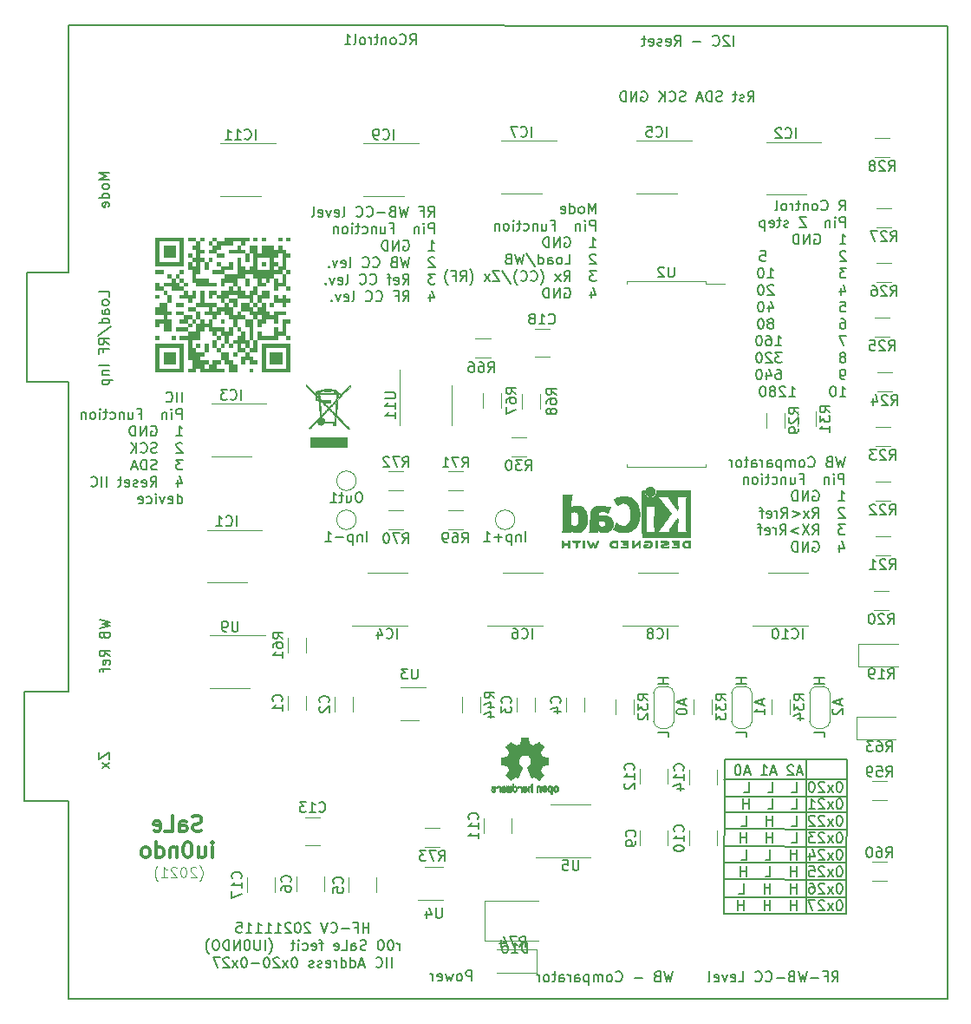
<source format=gbr>
%TF.GenerationSoftware,KiCad,Pcbnew,(5.1.12)-1*%
%TF.CreationDate,2021-11-19T01:02:39+01:00*%
%TF.ProjectId,HF_CaricoVariabile_r00,48465f43-6172-4696-936f-566172696162,rev?*%
%TF.SameCoordinates,Original*%
%TF.FileFunction,Legend,Bot*%
%TF.FilePolarity,Positive*%
%FSLAX46Y46*%
G04 Gerber Fmt 4.6, Leading zero omitted, Abs format (unit mm)*
G04 Created by KiCad (PCBNEW (5.1.12)-1) date 2021-11-19 01:02:39*
%MOMM*%
%LPD*%
G01*
G04 APERTURE LIST*
%ADD10C,0.100000*%
%ADD11C,0.300000*%
%ADD12C,0.200000*%
%ADD13C,0.150000*%
%TA.AperFunction,Profile*%
%ADD14C,0.150000*%
%TD*%
%ADD15C,0.120000*%
%ADD16C,0.010000*%
G04 APERTURE END LIST*
D10*
X78120619Y-148534333D02*
X78168238Y-148486714D01*
X78263476Y-148343857D01*
X78311095Y-148248619D01*
X78358714Y-148105761D01*
X78406333Y-147867666D01*
X78406333Y-147677190D01*
X78358714Y-147439095D01*
X78311095Y-147296238D01*
X78263476Y-147201000D01*
X78168238Y-147058142D01*
X78120619Y-147010523D01*
X77787285Y-147248619D02*
X77739666Y-147201000D01*
X77644428Y-147153380D01*
X77406333Y-147153380D01*
X77311095Y-147201000D01*
X77263476Y-147248619D01*
X77215857Y-147343857D01*
X77215857Y-147439095D01*
X77263476Y-147581952D01*
X77834904Y-148153380D01*
X77215857Y-148153380D01*
X76596809Y-147153380D02*
X76501571Y-147153380D01*
X76406333Y-147201000D01*
X76358714Y-147248619D01*
X76311095Y-147343857D01*
X76263476Y-147534333D01*
X76263476Y-147772428D01*
X76311095Y-147962904D01*
X76358714Y-148058142D01*
X76406333Y-148105761D01*
X76501571Y-148153380D01*
X76596809Y-148153380D01*
X76692047Y-148105761D01*
X76739666Y-148058142D01*
X76787285Y-147962904D01*
X76834904Y-147772428D01*
X76834904Y-147534333D01*
X76787285Y-147343857D01*
X76739666Y-147248619D01*
X76692047Y-147201000D01*
X76596809Y-147153380D01*
X75882523Y-147248619D02*
X75834904Y-147201000D01*
X75739666Y-147153380D01*
X75501571Y-147153380D01*
X75406333Y-147201000D01*
X75358714Y-147248619D01*
X75311095Y-147343857D01*
X75311095Y-147439095D01*
X75358714Y-147581952D01*
X75930142Y-148153380D01*
X75311095Y-148153380D01*
X74358714Y-148153380D02*
X74930142Y-148153380D01*
X74644428Y-148153380D02*
X74644428Y-147153380D01*
X74739666Y-147296238D01*
X74834904Y-147391476D01*
X74930142Y-147439095D01*
X74025380Y-148534333D02*
X73977761Y-148486714D01*
X73882523Y-148343857D01*
X73834904Y-148248619D01*
X73787285Y-148105761D01*
X73739666Y-147867666D01*
X73739666Y-147677190D01*
X73787285Y-147439095D01*
X73834904Y-147296238D01*
X73882523Y-147201000D01*
X73977761Y-147058142D01*
X74025380Y-147010523D01*
D11*
X78303142Y-143604142D02*
X78088857Y-143675571D01*
X77731714Y-143675571D01*
X77588857Y-143604142D01*
X77517428Y-143532714D01*
X77446000Y-143389857D01*
X77446000Y-143247000D01*
X77517428Y-143104142D01*
X77588857Y-143032714D01*
X77731714Y-142961285D01*
X78017428Y-142889857D01*
X78160285Y-142818428D01*
X78231714Y-142747000D01*
X78303142Y-142604142D01*
X78303142Y-142461285D01*
X78231714Y-142318428D01*
X78160285Y-142247000D01*
X78017428Y-142175571D01*
X77660285Y-142175571D01*
X77446000Y-142247000D01*
X76160285Y-143675571D02*
X76160285Y-142889857D01*
X76231714Y-142747000D01*
X76374571Y-142675571D01*
X76660285Y-142675571D01*
X76803142Y-142747000D01*
X76160285Y-143604142D02*
X76303142Y-143675571D01*
X76660285Y-143675571D01*
X76803142Y-143604142D01*
X76874571Y-143461285D01*
X76874571Y-143318428D01*
X76803142Y-143175571D01*
X76660285Y-143104142D01*
X76303142Y-143104142D01*
X76160285Y-143032714D01*
X74731714Y-143675571D02*
X75446000Y-143675571D01*
X75446000Y-142175571D01*
X73660285Y-143604142D02*
X73803142Y-143675571D01*
X74088857Y-143675571D01*
X74231714Y-143604142D01*
X74303142Y-143461285D01*
X74303142Y-142889857D01*
X74231714Y-142747000D01*
X74088857Y-142675571D01*
X73803142Y-142675571D01*
X73660285Y-142747000D01*
X73588857Y-142889857D01*
X73588857Y-143032714D01*
X74303142Y-143175571D01*
X79374571Y-146225571D02*
X79374571Y-145225571D01*
X79374571Y-144725571D02*
X79446000Y-144797000D01*
X79374571Y-144868428D01*
X79303142Y-144797000D01*
X79374571Y-144725571D01*
X79374571Y-144868428D01*
X78017428Y-145225571D02*
X78017428Y-146225571D01*
X78660285Y-145225571D02*
X78660285Y-146011285D01*
X78588857Y-146154142D01*
X78446000Y-146225571D01*
X78231714Y-146225571D01*
X78088857Y-146154142D01*
X78017428Y-146082714D01*
X77017428Y-144725571D02*
X76874571Y-144725571D01*
X76731714Y-144797000D01*
X76660285Y-144868428D01*
X76588857Y-145011285D01*
X76517428Y-145297000D01*
X76517428Y-145654142D01*
X76588857Y-145939857D01*
X76660285Y-146082714D01*
X76731714Y-146154142D01*
X76874571Y-146225571D01*
X77017428Y-146225571D01*
X77160285Y-146154142D01*
X77231714Y-146082714D01*
X77303142Y-145939857D01*
X77374571Y-145654142D01*
X77374571Y-145297000D01*
X77303142Y-145011285D01*
X77231714Y-144868428D01*
X77160285Y-144797000D01*
X77017428Y-144725571D01*
X75874571Y-145225571D02*
X75874571Y-146225571D01*
X75874571Y-145368428D02*
X75803142Y-145297000D01*
X75660285Y-145225571D01*
X75446000Y-145225571D01*
X75303142Y-145297000D01*
X75231714Y-145439857D01*
X75231714Y-146225571D01*
X73874571Y-146225571D02*
X73874571Y-144725571D01*
X73874571Y-146154142D02*
X74017428Y-146225571D01*
X74303142Y-146225571D01*
X74446000Y-146154142D01*
X74517428Y-146082714D01*
X74588857Y-145939857D01*
X74588857Y-145511285D01*
X74517428Y-145368428D01*
X74446000Y-145297000D01*
X74303142Y-145225571D01*
X74017428Y-145225571D01*
X73874571Y-145297000D01*
X72946000Y-146225571D02*
X73088857Y-146154142D01*
X73160285Y-146082714D01*
X73231714Y-145939857D01*
X73231714Y-145511285D01*
X73160285Y-145368428D01*
X73088857Y-145297000D01*
X72946000Y-145225571D01*
X72731714Y-145225571D01*
X72588857Y-145297000D01*
X72517428Y-145368428D01*
X72446000Y-145511285D01*
X72446000Y-145939857D01*
X72517428Y-146082714D01*
X72588857Y-146154142D01*
X72731714Y-146225571D01*
X72946000Y-146225571D01*
D12*
X131658571Y-72461380D02*
X131991904Y-71985190D01*
X132230000Y-72461380D02*
X132230000Y-71461380D01*
X131849047Y-71461380D01*
X131753809Y-71509000D01*
X131706190Y-71556619D01*
X131658571Y-71651857D01*
X131658571Y-71794714D01*
X131706190Y-71889952D01*
X131753809Y-71937571D01*
X131849047Y-71985190D01*
X132230000Y-71985190D01*
X131277619Y-72413761D02*
X131182380Y-72461380D01*
X130991904Y-72461380D01*
X130896666Y-72413761D01*
X130849047Y-72318523D01*
X130849047Y-72270904D01*
X130896666Y-72175666D01*
X130991904Y-72128047D01*
X131134761Y-72128047D01*
X131230000Y-72080428D01*
X131277619Y-71985190D01*
X131277619Y-71937571D01*
X131230000Y-71842333D01*
X131134761Y-71794714D01*
X130991904Y-71794714D01*
X130896666Y-71842333D01*
X130563333Y-71794714D02*
X130182380Y-71794714D01*
X130420476Y-71461380D02*
X130420476Y-72318523D01*
X130372857Y-72413761D01*
X130277619Y-72461380D01*
X130182380Y-72461380D01*
X129134761Y-72413761D02*
X128991904Y-72461380D01*
X128753809Y-72461380D01*
X128658571Y-72413761D01*
X128610952Y-72366142D01*
X128563333Y-72270904D01*
X128563333Y-72175666D01*
X128610952Y-72080428D01*
X128658571Y-72032809D01*
X128753809Y-71985190D01*
X128944285Y-71937571D01*
X129039523Y-71889952D01*
X129087142Y-71842333D01*
X129134761Y-71747095D01*
X129134761Y-71651857D01*
X129087142Y-71556619D01*
X129039523Y-71509000D01*
X128944285Y-71461380D01*
X128706190Y-71461380D01*
X128563333Y-71509000D01*
X128134761Y-72461380D02*
X128134761Y-71461380D01*
X127896666Y-71461380D01*
X127753809Y-71509000D01*
X127658571Y-71604238D01*
X127610952Y-71699476D01*
X127563333Y-71889952D01*
X127563333Y-72032809D01*
X127610952Y-72223285D01*
X127658571Y-72318523D01*
X127753809Y-72413761D01*
X127896666Y-72461380D01*
X128134761Y-72461380D01*
X127182380Y-72175666D02*
X126706190Y-72175666D01*
X127277619Y-72461380D02*
X126944285Y-71461380D01*
X126610952Y-72461380D01*
X125563333Y-72413761D02*
X125420476Y-72461380D01*
X125182380Y-72461380D01*
X125087142Y-72413761D01*
X125039523Y-72366142D01*
X124991904Y-72270904D01*
X124991904Y-72175666D01*
X125039523Y-72080428D01*
X125087142Y-72032809D01*
X125182380Y-71985190D01*
X125372857Y-71937571D01*
X125468095Y-71889952D01*
X125515714Y-71842333D01*
X125563333Y-71747095D01*
X125563333Y-71651857D01*
X125515714Y-71556619D01*
X125468095Y-71509000D01*
X125372857Y-71461380D01*
X125134761Y-71461380D01*
X124991904Y-71509000D01*
X123991904Y-72366142D02*
X124039523Y-72413761D01*
X124182380Y-72461380D01*
X124277619Y-72461380D01*
X124420476Y-72413761D01*
X124515714Y-72318523D01*
X124563333Y-72223285D01*
X124610952Y-72032809D01*
X124610952Y-71889952D01*
X124563333Y-71699476D01*
X124515714Y-71604238D01*
X124420476Y-71509000D01*
X124277619Y-71461380D01*
X124182380Y-71461380D01*
X124039523Y-71509000D01*
X123991904Y-71556619D01*
X123563333Y-72461380D02*
X123563333Y-71461380D01*
X122991904Y-72461380D02*
X123420476Y-71889952D01*
X122991904Y-71461380D02*
X123563333Y-72032809D01*
X121277619Y-71509000D02*
X121372857Y-71461380D01*
X121515714Y-71461380D01*
X121658571Y-71509000D01*
X121753809Y-71604238D01*
X121801428Y-71699476D01*
X121849047Y-71889952D01*
X121849047Y-72032809D01*
X121801428Y-72223285D01*
X121753809Y-72318523D01*
X121658571Y-72413761D01*
X121515714Y-72461380D01*
X121420476Y-72461380D01*
X121277619Y-72413761D01*
X121230000Y-72366142D01*
X121230000Y-72032809D01*
X121420476Y-72032809D01*
X120801428Y-72461380D02*
X120801428Y-71461380D01*
X120230000Y-72461380D01*
X120230000Y-71461380D01*
X119753809Y-72461380D02*
X119753809Y-71461380D01*
X119515714Y-71461380D01*
X119372857Y-71509000D01*
X119277619Y-71604238D01*
X119230000Y-71699476D01*
X119182380Y-71889952D01*
X119182380Y-72032809D01*
X119230000Y-72223285D01*
X119277619Y-72318523D01*
X119372857Y-72413761D01*
X119515714Y-72461380D01*
X119753809Y-72461380D01*
X139877085Y-158338780D02*
X140210419Y-157862590D01*
X140448514Y-158338780D02*
X140448514Y-157338780D01*
X140067561Y-157338780D01*
X139972323Y-157386400D01*
X139924704Y-157434019D01*
X139877085Y-157529257D01*
X139877085Y-157672114D01*
X139924704Y-157767352D01*
X139972323Y-157814971D01*
X140067561Y-157862590D01*
X140448514Y-157862590D01*
X139115180Y-157814971D02*
X139448514Y-157814971D01*
X139448514Y-158338780D02*
X139448514Y-157338780D01*
X138972323Y-157338780D01*
X138591371Y-157957828D02*
X137829466Y-157957828D01*
X137448514Y-157338780D02*
X137210419Y-158338780D01*
X137019942Y-157624495D01*
X136829466Y-158338780D01*
X136591371Y-157338780D01*
X135877085Y-157814971D02*
X135734228Y-157862590D01*
X135686609Y-157910209D01*
X135638990Y-158005447D01*
X135638990Y-158148304D01*
X135686609Y-158243542D01*
X135734228Y-158291161D01*
X135829466Y-158338780D01*
X136210419Y-158338780D01*
X136210419Y-157338780D01*
X135877085Y-157338780D01*
X135781847Y-157386400D01*
X135734228Y-157434019D01*
X135686609Y-157529257D01*
X135686609Y-157624495D01*
X135734228Y-157719733D01*
X135781847Y-157767352D01*
X135877085Y-157814971D01*
X136210419Y-157814971D01*
X135210419Y-157957828D02*
X134448514Y-157957828D01*
X133400895Y-158243542D02*
X133448514Y-158291161D01*
X133591371Y-158338780D01*
X133686609Y-158338780D01*
X133829466Y-158291161D01*
X133924704Y-158195923D01*
X133972323Y-158100685D01*
X134019942Y-157910209D01*
X134019942Y-157767352D01*
X133972323Y-157576876D01*
X133924704Y-157481638D01*
X133829466Y-157386400D01*
X133686609Y-157338780D01*
X133591371Y-157338780D01*
X133448514Y-157386400D01*
X133400895Y-157434019D01*
X132400895Y-158243542D02*
X132448514Y-158291161D01*
X132591371Y-158338780D01*
X132686609Y-158338780D01*
X132829466Y-158291161D01*
X132924704Y-158195923D01*
X132972323Y-158100685D01*
X133019942Y-157910209D01*
X133019942Y-157767352D01*
X132972323Y-157576876D01*
X132924704Y-157481638D01*
X132829466Y-157386400D01*
X132686609Y-157338780D01*
X132591371Y-157338780D01*
X132448514Y-157386400D01*
X132400895Y-157434019D01*
X130734228Y-158338780D02*
X131210419Y-158338780D01*
X131210419Y-157338780D01*
X130019942Y-158291161D02*
X130115180Y-158338780D01*
X130305657Y-158338780D01*
X130400895Y-158291161D01*
X130448514Y-158195923D01*
X130448514Y-157814971D01*
X130400895Y-157719733D01*
X130305657Y-157672114D01*
X130115180Y-157672114D01*
X130019942Y-157719733D01*
X129972323Y-157814971D01*
X129972323Y-157910209D01*
X130448514Y-158005447D01*
X129638990Y-157672114D02*
X129400895Y-158338780D01*
X129162800Y-157672114D01*
X128400895Y-158291161D02*
X128496133Y-158338780D01*
X128686609Y-158338780D01*
X128781847Y-158291161D01*
X128829466Y-158195923D01*
X128829466Y-157814971D01*
X128781847Y-157719733D01*
X128686609Y-157672114D01*
X128496133Y-157672114D01*
X128400895Y-157719733D01*
X128353276Y-157814971D01*
X128353276Y-157910209D01*
X128829466Y-158005447D01*
X127781847Y-158338780D02*
X127877085Y-158291161D01*
X127924704Y-158195923D01*
X127924704Y-157338780D01*
X124346457Y-157338780D02*
X124108361Y-158338780D01*
X123917885Y-157624495D01*
X123727409Y-158338780D01*
X123489314Y-157338780D01*
X122775028Y-157814971D02*
X122632171Y-157862590D01*
X122584552Y-157910209D01*
X122536933Y-158005447D01*
X122536933Y-158148304D01*
X122584552Y-158243542D01*
X122632171Y-158291161D01*
X122727409Y-158338780D01*
X123108361Y-158338780D01*
X123108361Y-157338780D01*
X122775028Y-157338780D01*
X122679790Y-157386400D01*
X122632171Y-157434019D01*
X122584552Y-157529257D01*
X122584552Y-157624495D01*
X122632171Y-157719733D01*
X122679790Y-157767352D01*
X122775028Y-157814971D01*
X123108361Y-157814971D01*
X121346457Y-157957828D02*
X120584552Y-157957828D01*
X118775028Y-158243542D02*
X118822647Y-158291161D01*
X118965504Y-158338780D01*
X119060742Y-158338780D01*
X119203600Y-158291161D01*
X119298838Y-158195923D01*
X119346457Y-158100685D01*
X119394076Y-157910209D01*
X119394076Y-157767352D01*
X119346457Y-157576876D01*
X119298838Y-157481638D01*
X119203600Y-157386400D01*
X119060742Y-157338780D01*
X118965504Y-157338780D01*
X118822647Y-157386400D01*
X118775028Y-157434019D01*
X118203600Y-158338780D02*
X118298838Y-158291161D01*
X118346457Y-158243542D01*
X118394076Y-158148304D01*
X118394076Y-157862590D01*
X118346457Y-157767352D01*
X118298838Y-157719733D01*
X118203600Y-157672114D01*
X118060742Y-157672114D01*
X117965504Y-157719733D01*
X117917885Y-157767352D01*
X117870266Y-157862590D01*
X117870266Y-158148304D01*
X117917885Y-158243542D01*
X117965504Y-158291161D01*
X118060742Y-158338780D01*
X118203600Y-158338780D01*
X117441695Y-158338780D02*
X117441695Y-157672114D01*
X117441695Y-157767352D02*
X117394076Y-157719733D01*
X117298838Y-157672114D01*
X117155980Y-157672114D01*
X117060742Y-157719733D01*
X117013123Y-157814971D01*
X117013123Y-158338780D01*
X117013123Y-157814971D02*
X116965504Y-157719733D01*
X116870266Y-157672114D01*
X116727409Y-157672114D01*
X116632171Y-157719733D01*
X116584552Y-157814971D01*
X116584552Y-158338780D01*
X116108361Y-157672114D02*
X116108361Y-158672114D01*
X116108361Y-157719733D02*
X116013123Y-157672114D01*
X115822647Y-157672114D01*
X115727409Y-157719733D01*
X115679790Y-157767352D01*
X115632171Y-157862590D01*
X115632171Y-158148304D01*
X115679790Y-158243542D01*
X115727409Y-158291161D01*
X115822647Y-158338780D01*
X116013123Y-158338780D01*
X116108361Y-158291161D01*
X114775028Y-158338780D02*
X114775028Y-157814971D01*
X114822647Y-157719733D01*
X114917885Y-157672114D01*
X115108361Y-157672114D01*
X115203600Y-157719733D01*
X114775028Y-158291161D02*
X114870266Y-158338780D01*
X115108361Y-158338780D01*
X115203600Y-158291161D01*
X115251219Y-158195923D01*
X115251219Y-158100685D01*
X115203600Y-158005447D01*
X115108361Y-157957828D01*
X114870266Y-157957828D01*
X114775028Y-157910209D01*
X114298838Y-158338780D02*
X114298838Y-157672114D01*
X114298838Y-157862590D02*
X114251219Y-157767352D01*
X114203600Y-157719733D01*
X114108361Y-157672114D01*
X114013123Y-157672114D01*
X113251219Y-158338780D02*
X113251219Y-157814971D01*
X113298838Y-157719733D01*
X113394076Y-157672114D01*
X113584552Y-157672114D01*
X113679790Y-157719733D01*
X113251219Y-158291161D02*
X113346457Y-158338780D01*
X113584552Y-158338780D01*
X113679790Y-158291161D01*
X113727409Y-158195923D01*
X113727409Y-158100685D01*
X113679790Y-158005447D01*
X113584552Y-157957828D01*
X113346457Y-157957828D01*
X113251219Y-157910209D01*
X112917885Y-157672114D02*
X112536933Y-157672114D01*
X112775028Y-157338780D02*
X112775028Y-158195923D01*
X112727409Y-158291161D01*
X112632171Y-158338780D01*
X112536933Y-158338780D01*
X112060742Y-158338780D02*
X112155980Y-158291161D01*
X112203600Y-158243542D01*
X112251219Y-158148304D01*
X112251219Y-157862590D01*
X112203600Y-157767352D01*
X112155980Y-157719733D01*
X112060742Y-157672114D01*
X111917885Y-157672114D01*
X111822647Y-157719733D01*
X111775028Y-157767352D01*
X111727409Y-157862590D01*
X111727409Y-158148304D01*
X111775028Y-158243542D01*
X111822647Y-158291161D01*
X111917885Y-158338780D01*
X112060742Y-158338780D01*
X111298838Y-158338780D02*
X111298838Y-157672114D01*
X111298838Y-157862590D02*
X111251219Y-157767352D01*
X111203600Y-157719733D01*
X111108361Y-157672114D01*
X111013123Y-157672114D01*
X104693790Y-158262580D02*
X104693790Y-157262580D01*
X104312838Y-157262580D01*
X104217600Y-157310200D01*
X104169980Y-157357819D01*
X104122361Y-157453057D01*
X104122361Y-157595914D01*
X104169980Y-157691152D01*
X104217600Y-157738771D01*
X104312838Y-157786390D01*
X104693790Y-157786390D01*
X103550933Y-158262580D02*
X103646171Y-158214961D01*
X103693790Y-158167342D01*
X103741409Y-158072104D01*
X103741409Y-157786390D01*
X103693790Y-157691152D01*
X103646171Y-157643533D01*
X103550933Y-157595914D01*
X103408076Y-157595914D01*
X103312838Y-157643533D01*
X103265219Y-157691152D01*
X103217600Y-157786390D01*
X103217600Y-158072104D01*
X103265219Y-158167342D01*
X103312838Y-158214961D01*
X103408076Y-158262580D01*
X103550933Y-158262580D01*
X102884266Y-157595914D02*
X102693790Y-158262580D01*
X102503314Y-157786390D01*
X102312838Y-158262580D01*
X102122361Y-157595914D01*
X101360457Y-158214961D02*
X101455695Y-158262580D01*
X101646171Y-158262580D01*
X101741409Y-158214961D01*
X101789028Y-158119723D01*
X101789028Y-157738771D01*
X101741409Y-157643533D01*
X101646171Y-157595914D01*
X101455695Y-157595914D01*
X101360457Y-157643533D01*
X101312838Y-157738771D01*
X101312838Y-157834009D01*
X101789028Y-157929247D01*
X100884266Y-158262580D02*
X100884266Y-157595914D01*
X100884266Y-157786390D02*
X100836647Y-157691152D01*
X100789028Y-157643533D01*
X100693790Y-157595914D01*
X100598552Y-157595914D01*
X68311780Y-136015504D02*
X68311780Y-136682171D01*
X69311780Y-136015504D01*
X69311780Y-136682171D01*
X69311780Y-136967885D02*
X68645114Y-137491695D01*
X68645114Y-136967885D02*
X69311780Y-137491695D01*
X68337180Y-123028390D02*
X69337180Y-123266485D01*
X68622895Y-123456961D01*
X69337180Y-123647438D01*
X68337180Y-123885533D01*
X68813371Y-124599819D02*
X68860990Y-124742676D01*
X68908609Y-124790295D01*
X69003847Y-124837914D01*
X69146704Y-124837914D01*
X69241942Y-124790295D01*
X69289561Y-124742676D01*
X69337180Y-124647438D01*
X69337180Y-124266485D01*
X68337180Y-124266485D01*
X68337180Y-124599819D01*
X68384800Y-124695057D01*
X68432419Y-124742676D01*
X68527657Y-124790295D01*
X68622895Y-124790295D01*
X68718133Y-124742676D01*
X68765752Y-124695057D01*
X68813371Y-124599819D01*
X68813371Y-124266485D01*
X69337180Y-126599819D02*
X68860990Y-126266485D01*
X69337180Y-126028390D02*
X68337180Y-126028390D01*
X68337180Y-126409342D01*
X68384800Y-126504580D01*
X68432419Y-126552200D01*
X68527657Y-126599819D01*
X68670514Y-126599819D01*
X68765752Y-126552200D01*
X68813371Y-126504580D01*
X68860990Y-126409342D01*
X68860990Y-126028390D01*
X69289561Y-127409342D02*
X69337180Y-127314104D01*
X69337180Y-127123628D01*
X69289561Y-127028390D01*
X69194323Y-126980771D01*
X68813371Y-126980771D01*
X68718133Y-127028390D01*
X68670514Y-127123628D01*
X68670514Y-127314104D01*
X68718133Y-127409342D01*
X68813371Y-127456961D01*
X68908609Y-127456961D01*
X69003847Y-126980771D01*
X68670514Y-127742676D02*
X68670514Y-128123628D01*
X69337180Y-127885533D02*
X68480038Y-127885533D01*
X68384800Y-127933152D01*
X68337180Y-128028390D01*
X68337180Y-128123628D01*
X69260980Y-91530990D02*
X69260980Y-91054800D01*
X68260980Y-91054800D01*
X69260980Y-92007180D02*
X69213361Y-91911942D01*
X69165742Y-91864323D01*
X69070504Y-91816704D01*
X68784790Y-91816704D01*
X68689552Y-91864323D01*
X68641933Y-91911942D01*
X68594314Y-92007180D01*
X68594314Y-92150038D01*
X68641933Y-92245276D01*
X68689552Y-92292895D01*
X68784790Y-92340514D01*
X69070504Y-92340514D01*
X69165742Y-92292895D01*
X69213361Y-92245276D01*
X69260980Y-92150038D01*
X69260980Y-92007180D01*
X69260980Y-93197657D02*
X68737171Y-93197657D01*
X68641933Y-93150038D01*
X68594314Y-93054800D01*
X68594314Y-92864323D01*
X68641933Y-92769085D01*
X69213361Y-93197657D02*
X69260980Y-93102419D01*
X69260980Y-92864323D01*
X69213361Y-92769085D01*
X69118123Y-92721466D01*
X69022885Y-92721466D01*
X68927647Y-92769085D01*
X68880028Y-92864323D01*
X68880028Y-93102419D01*
X68832409Y-93197657D01*
X69260980Y-94102419D02*
X68260980Y-94102419D01*
X69213361Y-94102419D02*
X69260980Y-94007180D01*
X69260980Y-93816704D01*
X69213361Y-93721466D01*
X69165742Y-93673847D01*
X69070504Y-93626228D01*
X68784790Y-93626228D01*
X68689552Y-93673847D01*
X68641933Y-93721466D01*
X68594314Y-93816704D01*
X68594314Y-94007180D01*
X68641933Y-94102419D01*
X68213361Y-95292895D02*
X69499076Y-94435752D01*
X69260980Y-96197657D02*
X68784790Y-95864323D01*
X69260980Y-95626228D02*
X68260980Y-95626228D01*
X68260980Y-96007180D01*
X68308600Y-96102419D01*
X68356219Y-96150038D01*
X68451457Y-96197657D01*
X68594314Y-96197657D01*
X68689552Y-96150038D01*
X68737171Y-96102419D01*
X68784790Y-96007180D01*
X68784790Y-95626228D01*
X68737171Y-96959561D02*
X68737171Y-96626228D01*
X69260980Y-96626228D02*
X68260980Y-96626228D01*
X68260980Y-97102419D01*
X69260980Y-98245276D02*
X68260980Y-98245276D01*
X68594314Y-98721466D02*
X69260980Y-98721466D01*
X68689552Y-98721466D02*
X68641933Y-98769085D01*
X68594314Y-98864323D01*
X68594314Y-99007180D01*
X68641933Y-99102419D01*
X68737171Y-99150038D01*
X69260980Y-99150038D01*
X68594314Y-99626228D02*
X69594314Y-99626228D01*
X68641933Y-99626228D02*
X68594314Y-99721466D01*
X68594314Y-99911942D01*
X68641933Y-100007180D01*
X68689552Y-100054800D01*
X68784790Y-100102419D01*
X69070504Y-100102419D01*
X69165742Y-100054800D01*
X69213361Y-100007180D01*
X69260980Y-99911942D01*
X69260980Y-99721466D01*
X69213361Y-99626228D01*
X69286380Y-79410133D02*
X68286380Y-79410133D01*
X69000666Y-79743466D01*
X68286380Y-80076800D01*
X69286380Y-80076800D01*
X69286380Y-80695847D02*
X69238761Y-80600609D01*
X69191142Y-80552990D01*
X69095904Y-80505371D01*
X68810190Y-80505371D01*
X68714952Y-80552990D01*
X68667333Y-80600609D01*
X68619714Y-80695847D01*
X68619714Y-80838704D01*
X68667333Y-80933942D01*
X68714952Y-80981561D01*
X68810190Y-81029180D01*
X69095904Y-81029180D01*
X69191142Y-80981561D01*
X69238761Y-80933942D01*
X69286380Y-80838704D01*
X69286380Y-80695847D01*
X69286380Y-81886323D02*
X68286380Y-81886323D01*
X69238761Y-81886323D02*
X69286380Y-81791085D01*
X69286380Y-81600609D01*
X69238761Y-81505371D01*
X69191142Y-81457752D01*
X69095904Y-81410133D01*
X68810190Y-81410133D01*
X68714952Y-81457752D01*
X68667333Y-81505371D01*
X68619714Y-81600609D01*
X68619714Y-81791085D01*
X68667333Y-81886323D01*
X69238761Y-82743466D02*
X69286380Y-82648228D01*
X69286380Y-82457752D01*
X69238761Y-82362514D01*
X69143523Y-82314895D01*
X68762571Y-82314895D01*
X68667333Y-82362514D01*
X68619714Y-82457752D01*
X68619714Y-82648228D01*
X68667333Y-82743466D01*
X68762571Y-82791085D01*
X68857809Y-82791085D01*
X68953047Y-82314895D01*
X130261761Y-67025780D02*
X130261761Y-66025780D01*
X129833190Y-66121019D02*
X129785571Y-66073400D01*
X129690333Y-66025780D01*
X129452238Y-66025780D01*
X129357000Y-66073400D01*
X129309380Y-66121019D01*
X129261761Y-66216257D01*
X129261761Y-66311495D01*
X129309380Y-66454352D01*
X129880809Y-67025780D01*
X129261761Y-67025780D01*
X128261761Y-66930542D02*
X128309380Y-66978161D01*
X128452238Y-67025780D01*
X128547476Y-67025780D01*
X128690333Y-66978161D01*
X128785571Y-66882923D01*
X128833190Y-66787685D01*
X128880809Y-66597209D01*
X128880809Y-66454352D01*
X128833190Y-66263876D01*
X128785571Y-66168638D01*
X128690333Y-66073400D01*
X128547476Y-66025780D01*
X128452238Y-66025780D01*
X128309380Y-66073400D01*
X128261761Y-66121019D01*
X127071285Y-66644828D02*
X126309380Y-66644828D01*
X124499857Y-67025780D02*
X124833190Y-66549590D01*
X125071285Y-67025780D02*
X125071285Y-66025780D01*
X124690333Y-66025780D01*
X124595095Y-66073400D01*
X124547476Y-66121019D01*
X124499857Y-66216257D01*
X124499857Y-66359114D01*
X124547476Y-66454352D01*
X124595095Y-66501971D01*
X124690333Y-66549590D01*
X125071285Y-66549590D01*
X123690333Y-66978161D02*
X123785571Y-67025780D01*
X123976047Y-67025780D01*
X124071285Y-66978161D01*
X124118904Y-66882923D01*
X124118904Y-66501971D01*
X124071285Y-66406733D01*
X123976047Y-66359114D01*
X123785571Y-66359114D01*
X123690333Y-66406733D01*
X123642714Y-66501971D01*
X123642714Y-66597209D01*
X124118904Y-66692447D01*
X123261761Y-66978161D02*
X123166523Y-67025780D01*
X122976047Y-67025780D01*
X122880809Y-66978161D01*
X122833190Y-66882923D01*
X122833190Y-66835304D01*
X122880809Y-66740066D01*
X122976047Y-66692447D01*
X123118904Y-66692447D01*
X123214142Y-66644828D01*
X123261761Y-66549590D01*
X123261761Y-66501971D01*
X123214142Y-66406733D01*
X123118904Y-66359114D01*
X122976047Y-66359114D01*
X122880809Y-66406733D01*
X122023666Y-66978161D02*
X122118904Y-67025780D01*
X122309380Y-67025780D01*
X122404619Y-66978161D01*
X122452238Y-66882923D01*
X122452238Y-66501971D01*
X122404619Y-66406733D01*
X122309380Y-66359114D01*
X122118904Y-66359114D01*
X122023666Y-66406733D01*
X121976047Y-66501971D01*
X121976047Y-66597209D01*
X122452238Y-66692447D01*
X121690333Y-66359114D02*
X121309380Y-66359114D01*
X121547476Y-66025780D02*
X121547476Y-66882923D01*
X121499857Y-66978161D01*
X121404619Y-67025780D01*
X121309380Y-67025780D01*
X98664352Y-66898780D02*
X98997685Y-66422590D01*
X99235780Y-66898780D02*
X99235780Y-65898780D01*
X98854828Y-65898780D01*
X98759590Y-65946400D01*
X98711971Y-65994019D01*
X98664352Y-66089257D01*
X98664352Y-66232114D01*
X98711971Y-66327352D01*
X98759590Y-66374971D01*
X98854828Y-66422590D01*
X99235780Y-66422590D01*
X97664352Y-66803542D02*
X97711971Y-66851161D01*
X97854828Y-66898780D01*
X97950066Y-66898780D01*
X98092923Y-66851161D01*
X98188161Y-66755923D01*
X98235780Y-66660685D01*
X98283400Y-66470209D01*
X98283400Y-66327352D01*
X98235780Y-66136876D01*
X98188161Y-66041638D01*
X98092923Y-65946400D01*
X97950066Y-65898780D01*
X97854828Y-65898780D01*
X97711971Y-65946400D01*
X97664352Y-65994019D01*
X97092923Y-66898780D02*
X97188161Y-66851161D01*
X97235780Y-66803542D01*
X97283400Y-66708304D01*
X97283400Y-66422590D01*
X97235780Y-66327352D01*
X97188161Y-66279733D01*
X97092923Y-66232114D01*
X96950066Y-66232114D01*
X96854828Y-66279733D01*
X96807209Y-66327352D01*
X96759590Y-66422590D01*
X96759590Y-66708304D01*
X96807209Y-66803542D01*
X96854828Y-66851161D01*
X96950066Y-66898780D01*
X97092923Y-66898780D01*
X96331019Y-66232114D02*
X96331019Y-66898780D01*
X96331019Y-66327352D02*
X96283400Y-66279733D01*
X96188161Y-66232114D01*
X96045304Y-66232114D01*
X95950066Y-66279733D01*
X95902447Y-66374971D01*
X95902447Y-66898780D01*
X95569114Y-66232114D02*
X95188161Y-66232114D01*
X95426257Y-65898780D02*
X95426257Y-66755923D01*
X95378638Y-66851161D01*
X95283400Y-66898780D01*
X95188161Y-66898780D01*
X94854828Y-66898780D02*
X94854828Y-66232114D01*
X94854828Y-66422590D02*
X94807209Y-66327352D01*
X94759590Y-66279733D01*
X94664352Y-66232114D01*
X94569114Y-66232114D01*
X94092923Y-66898780D02*
X94188161Y-66851161D01*
X94235780Y-66803542D01*
X94283400Y-66708304D01*
X94283400Y-66422590D01*
X94235780Y-66327352D01*
X94188161Y-66279733D01*
X94092923Y-66232114D01*
X93950066Y-66232114D01*
X93854828Y-66279733D01*
X93807209Y-66327352D01*
X93759590Y-66422590D01*
X93759590Y-66708304D01*
X93807209Y-66803542D01*
X93854828Y-66851161D01*
X93950066Y-66898780D01*
X94092923Y-66898780D01*
X93188161Y-66898780D02*
X93283400Y-66851161D01*
X93331019Y-66755923D01*
X93331019Y-65898780D01*
X92283400Y-66898780D02*
X92854828Y-66898780D01*
X92569114Y-66898780D02*
X92569114Y-65898780D01*
X92664352Y-66041638D01*
X92759590Y-66136876D01*
X92854828Y-66184495D01*
D13*
X100438976Y-83703380D02*
X100772309Y-83227190D01*
X101010404Y-83703380D02*
X101010404Y-82703380D01*
X100629452Y-82703380D01*
X100534214Y-82751000D01*
X100486595Y-82798619D01*
X100438976Y-82893857D01*
X100438976Y-83036714D01*
X100486595Y-83131952D01*
X100534214Y-83179571D01*
X100629452Y-83227190D01*
X101010404Y-83227190D01*
X99677071Y-83179571D02*
X100010404Y-83179571D01*
X100010404Y-83703380D02*
X100010404Y-82703380D01*
X99534214Y-82703380D01*
X98486595Y-82703380D02*
X98248500Y-83703380D01*
X98058023Y-82989095D01*
X97867547Y-83703380D01*
X97629452Y-82703380D01*
X96915166Y-83179571D02*
X96772309Y-83227190D01*
X96724690Y-83274809D01*
X96677071Y-83370047D01*
X96677071Y-83512904D01*
X96724690Y-83608142D01*
X96772309Y-83655761D01*
X96867547Y-83703380D01*
X97248500Y-83703380D01*
X97248500Y-82703380D01*
X96915166Y-82703380D01*
X96819928Y-82751000D01*
X96772309Y-82798619D01*
X96724690Y-82893857D01*
X96724690Y-82989095D01*
X96772309Y-83084333D01*
X96819928Y-83131952D01*
X96915166Y-83179571D01*
X97248500Y-83179571D01*
X96248500Y-83322428D02*
X95486595Y-83322428D01*
X94438976Y-83608142D02*
X94486595Y-83655761D01*
X94629452Y-83703380D01*
X94724690Y-83703380D01*
X94867547Y-83655761D01*
X94962785Y-83560523D01*
X95010404Y-83465285D01*
X95058023Y-83274809D01*
X95058023Y-83131952D01*
X95010404Y-82941476D01*
X94962785Y-82846238D01*
X94867547Y-82751000D01*
X94724690Y-82703380D01*
X94629452Y-82703380D01*
X94486595Y-82751000D01*
X94438976Y-82798619D01*
X93438976Y-83608142D02*
X93486595Y-83655761D01*
X93629452Y-83703380D01*
X93724690Y-83703380D01*
X93867547Y-83655761D01*
X93962785Y-83560523D01*
X94010404Y-83465285D01*
X94058023Y-83274809D01*
X94058023Y-83131952D01*
X94010404Y-82941476D01*
X93962785Y-82846238D01*
X93867547Y-82751000D01*
X93724690Y-82703380D01*
X93629452Y-82703380D01*
X93486595Y-82751000D01*
X93438976Y-82798619D01*
X92105642Y-83703380D02*
X92200880Y-83655761D01*
X92248500Y-83560523D01*
X92248500Y-82703380D01*
X91343738Y-83655761D02*
X91438976Y-83703380D01*
X91629452Y-83703380D01*
X91724690Y-83655761D01*
X91772309Y-83560523D01*
X91772309Y-83179571D01*
X91724690Y-83084333D01*
X91629452Y-83036714D01*
X91438976Y-83036714D01*
X91343738Y-83084333D01*
X91296119Y-83179571D01*
X91296119Y-83274809D01*
X91772309Y-83370047D01*
X90962785Y-83036714D02*
X90724690Y-83703380D01*
X90486595Y-83036714D01*
X89724690Y-83655761D02*
X89819928Y-83703380D01*
X90010404Y-83703380D01*
X90105642Y-83655761D01*
X90153261Y-83560523D01*
X90153261Y-83179571D01*
X90105642Y-83084333D01*
X90010404Y-83036714D01*
X89819928Y-83036714D01*
X89724690Y-83084333D01*
X89677071Y-83179571D01*
X89677071Y-83274809D01*
X90153261Y-83370047D01*
X89105642Y-83703380D02*
X89200880Y-83655761D01*
X89248500Y-83560523D01*
X89248500Y-82703380D01*
X101010404Y-85353380D02*
X101010404Y-84353380D01*
X100629452Y-84353380D01*
X100534214Y-84401000D01*
X100486595Y-84448619D01*
X100438976Y-84543857D01*
X100438976Y-84686714D01*
X100486595Y-84781952D01*
X100534214Y-84829571D01*
X100629452Y-84877190D01*
X101010404Y-84877190D01*
X100010404Y-85353380D02*
X100010404Y-84686714D01*
X100010404Y-84353380D02*
X100058023Y-84401000D01*
X100010404Y-84448619D01*
X99962785Y-84401000D01*
X100010404Y-84353380D01*
X100010404Y-84448619D01*
X99534214Y-84686714D02*
X99534214Y-85353380D01*
X99534214Y-84781952D02*
X99486595Y-84734333D01*
X99391357Y-84686714D01*
X99248500Y-84686714D01*
X99153261Y-84734333D01*
X99105642Y-84829571D01*
X99105642Y-85353380D01*
X96772309Y-84829571D02*
X97105642Y-84829571D01*
X97105642Y-85353380D02*
X97105642Y-84353380D01*
X96629452Y-84353380D01*
X95819928Y-84686714D02*
X95819928Y-85353380D01*
X96248500Y-84686714D02*
X96248500Y-85210523D01*
X96200880Y-85305761D01*
X96105642Y-85353380D01*
X95962785Y-85353380D01*
X95867547Y-85305761D01*
X95819928Y-85258142D01*
X95343738Y-84686714D02*
X95343738Y-85353380D01*
X95343738Y-84781952D02*
X95296119Y-84734333D01*
X95200880Y-84686714D01*
X95058023Y-84686714D01*
X94962785Y-84734333D01*
X94915166Y-84829571D01*
X94915166Y-85353380D01*
X94010404Y-85305761D02*
X94105642Y-85353380D01*
X94296119Y-85353380D01*
X94391357Y-85305761D01*
X94438976Y-85258142D01*
X94486595Y-85162904D01*
X94486595Y-84877190D01*
X94438976Y-84781952D01*
X94391357Y-84734333D01*
X94296119Y-84686714D01*
X94105642Y-84686714D01*
X94010404Y-84734333D01*
X93724690Y-84686714D02*
X93343738Y-84686714D01*
X93581833Y-84353380D02*
X93581833Y-85210523D01*
X93534214Y-85305761D01*
X93438976Y-85353380D01*
X93343738Y-85353380D01*
X93010404Y-85353380D02*
X93010404Y-84686714D01*
X93010404Y-84353380D02*
X93058023Y-84401000D01*
X93010404Y-84448619D01*
X92962785Y-84401000D01*
X93010404Y-84353380D01*
X93010404Y-84448619D01*
X92391357Y-85353380D02*
X92486595Y-85305761D01*
X92534214Y-85258142D01*
X92581833Y-85162904D01*
X92581833Y-84877190D01*
X92534214Y-84781952D01*
X92486595Y-84734333D01*
X92391357Y-84686714D01*
X92248500Y-84686714D01*
X92153261Y-84734333D01*
X92105642Y-84781952D01*
X92058023Y-84877190D01*
X92058023Y-85162904D01*
X92105642Y-85258142D01*
X92153261Y-85305761D01*
X92248500Y-85353380D01*
X92391357Y-85353380D01*
X91629452Y-84686714D02*
X91629452Y-85353380D01*
X91629452Y-84781952D02*
X91581833Y-84734333D01*
X91486595Y-84686714D01*
X91343738Y-84686714D01*
X91248500Y-84734333D01*
X91200880Y-84829571D01*
X91200880Y-85353380D01*
X100486595Y-87003380D02*
X101058023Y-87003380D01*
X100772309Y-87003380D02*
X100772309Y-86003380D01*
X100867547Y-86146238D01*
X100962785Y-86241476D01*
X101058023Y-86289095D01*
X98010404Y-86051000D02*
X98105642Y-86003380D01*
X98248500Y-86003380D01*
X98391357Y-86051000D01*
X98486595Y-86146238D01*
X98534214Y-86241476D01*
X98581833Y-86431952D01*
X98581833Y-86574809D01*
X98534214Y-86765285D01*
X98486595Y-86860523D01*
X98391357Y-86955761D01*
X98248500Y-87003380D01*
X98153261Y-87003380D01*
X98010404Y-86955761D01*
X97962785Y-86908142D01*
X97962785Y-86574809D01*
X98153261Y-86574809D01*
X97534214Y-87003380D02*
X97534214Y-86003380D01*
X96962785Y-87003380D01*
X96962785Y-86003380D01*
X96486595Y-87003380D02*
X96486595Y-86003380D01*
X96248500Y-86003380D01*
X96105642Y-86051000D01*
X96010404Y-86146238D01*
X95962785Y-86241476D01*
X95915166Y-86431952D01*
X95915166Y-86574809D01*
X95962785Y-86765285D01*
X96010404Y-86860523D01*
X96105642Y-86955761D01*
X96248500Y-87003380D01*
X96486595Y-87003380D01*
X101058023Y-87748619D02*
X101010404Y-87701000D01*
X100915166Y-87653380D01*
X100677071Y-87653380D01*
X100581833Y-87701000D01*
X100534214Y-87748619D01*
X100486595Y-87843857D01*
X100486595Y-87939095D01*
X100534214Y-88081952D01*
X101105642Y-88653380D01*
X100486595Y-88653380D01*
X98629452Y-87653380D02*
X98391357Y-88653380D01*
X98200880Y-87939095D01*
X98010404Y-88653380D01*
X97772309Y-87653380D01*
X97058023Y-88129571D02*
X96915166Y-88177190D01*
X96867547Y-88224809D01*
X96819928Y-88320047D01*
X96819928Y-88462904D01*
X96867547Y-88558142D01*
X96915166Y-88605761D01*
X97010404Y-88653380D01*
X97391357Y-88653380D01*
X97391357Y-87653380D01*
X97058023Y-87653380D01*
X96962785Y-87701000D01*
X96915166Y-87748619D01*
X96867547Y-87843857D01*
X96867547Y-87939095D01*
X96915166Y-88034333D01*
X96962785Y-88081952D01*
X97058023Y-88129571D01*
X97391357Y-88129571D01*
X95058023Y-88558142D02*
X95105642Y-88605761D01*
X95248500Y-88653380D01*
X95343738Y-88653380D01*
X95486595Y-88605761D01*
X95581833Y-88510523D01*
X95629452Y-88415285D01*
X95677071Y-88224809D01*
X95677071Y-88081952D01*
X95629452Y-87891476D01*
X95581833Y-87796238D01*
X95486595Y-87701000D01*
X95343738Y-87653380D01*
X95248500Y-87653380D01*
X95105642Y-87701000D01*
X95058023Y-87748619D01*
X94058023Y-88558142D02*
X94105642Y-88605761D01*
X94248500Y-88653380D01*
X94343738Y-88653380D01*
X94486595Y-88605761D01*
X94581833Y-88510523D01*
X94629452Y-88415285D01*
X94677071Y-88224809D01*
X94677071Y-88081952D01*
X94629452Y-87891476D01*
X94581833Y-87796238D01*
X94486595Y-87701000D01*
X94343738Y-87653380D01*
X94248500Y-87653380D01*
X94105642Y-87701000D01*
X94058023Y-87748619D01*
X92724690Y-88653380D02*
X92819928Y-88605761D01*
X92867547Y-88510523D01*
X92867547Y-87653380D01*
X91962785Y-88605761D02*
X92058023Y-88653380D01*
X92248500Y-88653380D01*
X92343738Y-88605761D01*
X92391357Y-88510523D01*
X92391357Y-88129571D01*
X92343738Y-88034333D01*
X92248500Y-87986714D01*
X92058023Y-87986714D01*
X91962785Y-88034333D01*
X91915166Y-88129571D01*
X91915166Y-88224809D01*
X92391357Y-88320047D01*
X91581833Y-87986714D02*
X91343738Y-88653380D01*
X91105642Y-87986714D01*
X90724690Y-88558142D02*
X90677071Y-88605761D01*
X90724690Y-88653380D01*
X90772309Y-88605761D01*
X90724690Y-88558142D01*
X90724690Y-88653380D01*
X101105642Y-89303380D02*
X100486595Y-89303380D01*
X100819928Y-89684333D01*
X100677071Y-89684333D01*
X100581833Y-89731952D01*
X100534214Y-89779571D01*
X100486595Y-89874809D01*
X100486595Y-90112904D01*
X100534214Y-90208142D01*
X100581833Y-90255761D01*
X100677071Y-90303380D01*
X100962785Y-90303380D01*
X101058023Y-90255761D01*
X101105642Y-90208142D01*
X97962785Y-90303380D02*
X98296119Y-89827190D01*
X98534214Y-90303380D02*
X98534214Y-89303380D01*
X98153261Y-89303380D01*
X98058023Y-89351000D01*
X98010404Y-89398619D01*
X97962785Y-89493857D01*
X97962785Y-89636714D01*
X98010404Y-89731952D01*
X98058023Y-89779571D01*
X98153261Y-89827190D01*
X98534214Y-89827190D01*
X97153261Y-90255761D02*
X97248500Y-90303380D01*
X97438976Y-90303380D01*
X97534214Y-90255761D01*
X97581833Y-90160523D01*
X97581833Y-89779571D01*
X97534214Y-89684333D01*
X97438976Y-89636714D01*
X97248500Y-89636714D01*
X97153261Y-89684333D01*
X97105642Y-89779571D01*
X97105642Y-89874809D01*
X97581833Y-89970047D01*
X96819928Y-89636714D02*
X96438976Y-89636714D01*
X96677071Y-90303380D02*
X96677071Y-89446238D01*
X96629452Y-89351000D01*
X96534214Y-89303380D01*
X96438976Y-89303380D01*
X94772309Y-90208142D02*
X94819928Y-90255761D01*
X94962785Y-90303380D01*
X95058023Y-90303380D01*
X95200880Y-90255761D01*
X95296119Y-90160523D01*
X95343738Y-90065285D01*
X95391357Y-89874809D01*
X95391357Y-89731952D01*
X95343738Y-89541476D01*
X95296119Y-89446238D01*
X95200880Y-89351000D01*
X95058023Y-89303380D01*
X94962785Y-89303380D01*
X94819928Y-89351000D01*
X94772309Y-89398619D01*
X93772309Y-90208142D02*
X93819928Y-90255761D01*
X93962785Y-90303380D01*
X94058023Y-90303380D01*
X94200880Y-90255761D01*
X94296119Y-90160523D01*
X94343738Y-90065285D01*
X94391357Y-89874809D01*
X94391357Y-89731952D01*
X94343738Y-89541476D01*
X94296119Y-89446238D01*
X94200880Y-89351000D01*
X94058023Y-89303380D01*
X93962785Y-89303380D01*
X93819928Y-89351000D01*
X93772309Y-89398619D01*
X92438976Y-90303380D02*
X92534214Y-90255761D01*
X92581833Y-90160523D01*
X92581833Y-89303380D01*
X91677071Y-90255761D02*
X91772309Y-90303380D01*
X91962785Y-90303380D01*
X92058023Y-90255761D01*
X92105642Y-90160523D01*
X92105642Y-89779571D01*
X92058023Y-89684333D01*
X91962785Y-89636714D01*
X91772309Y-89636714D01*
X91677071Y-89684333D01*
X91629452Y-89779571D01*
X91629452Y-89874809D01*
X92105642Y-89970047D01*
X91296119Y-89636714D02*
X91058023Y-90303380D01*
X90819928Y-89636714D01*
X90438976Y-90208142D02*
X90391357Y-90255761D01*
X90438976Y-90303380D01*
X90486595Y-90255761D01*
X90438976Y-90208142D01*
X90438976Y-90303380D01*
X100581833Y-91286714D02*
X100581833Y-91953380D01*
X100819928Y-90905761D02*
X101058023Y-91620047D01*
X100438976Y-91620047D01*
X97962785Y-91953380D02*
X98296119Y-91477190D01*
X98534214Y-91953380D02*
X98534214Y-90953380D01*
X98153261Y-90953380D01*
X98058023Y-91001000D01*
X98010404Y-91048619D01*
X97962785Y-91143857D01*
X97962785Y-91286714D01*
X98010404Y-91381952D01*
X98058023Y-91429571D01*
X98153261Y-91477190D01*
X98534214Y-91477190D01*
X97200880Y-91429571D02*
X97534214Y-91429571D01*
X97534214Y-91953380D02*
X97534214Y-90953380D01*
X97058023Y-90953380D01*
X95343738Y-91858142D02*
X95391357Y-91905761D01*
X95534214Y-91953380D01*
X95629452Y-91953380D01*
X95772309Y-91905761D01*
X95867547Y-91810523D01*
X95915166Y-91715285D01*
X95962785Y-91524809D01*
X95962785Y-91381952D01*
X95915166Y-91191476D01*
X95867547Y-91096238D01*
X95772309Y-91001000D01*
X95629452Y-90953380D01*
X95534214Y-90953380D01*
X95391357Y-91001000D01*
X95343738Y-91048619D01*
X94343738Y-91858142D02*
X94391357Y-91905761D01*
X94534214Y-91953380D01*
X94629452Y-91953380D01*
X94772309Y-91905761D01*
X94867547Y-91810523D01*
X94915166Y-91715285D01*
X94962785Y-91524809D01*
X94962785Y-91381952D01*
X94915166Y-91191476D01*
X94867547Y-91096238D01*
X94772309Y-91001000D01*
X94629452Y-90953380D01*
X94534214Y-90953380D01*
X94391357Y-91001000D01*
X94343738Y-91048619D01*
X93010404Y-91953380D02*
X93105642Y-91905761D01*
X93153261Y-91810523D01*
X93153261Y-90953380D01*
X92248500Y-91905761D02*
X92343738Y-91953380D01*
X92534214Y-91953380D01*
X92629452Y-91905761D01*
X92677071Y-91810523D01*
X92677071Y-91429571D01*
X92629452Y-91334333D01*
X92534214Y-91286714D01*
X92343738Y-91286714D01*
X92248500Y-91334333D01*
X92200880Y-91429571D01*
X92200880Y-91524809D01*
X92677071Y-91620047D01*
X91867547Y-91286714D02*
X91629452Y-91953380D01*
X91391357Y-91286714D01*
X91010404Y-91858142D02*
X90962785Y-91905761D01*
X91010404Y-91953380D01*
X91058023Y-91905761D01*
X91010404Y-91858142D01*
X91010404Y-91953380D01*
X141136042Y-107138180D02*
X140897947Y-108138180D01*
X140707471Y-107423895D01*
X140516995Y-108138180D01*
X140278900Y-107138180D01*
X139564614Y-107614371D02*
X139421757Y-107661990D01*
X139374138Y-107709609D01*
X139326519Y-107804847D01*
X139326519Y-107947704D01*
X139374138Y-108042942D01*
X139421757Y-108090561D01*
X139516995Y-108138180D01*
X139897947Y-108138180D01*
X139897947Y-107138180D01*
X139564614Y-107138180D01*
X139469376Y-107185800D01*
X139421757Y-107233419D01*
X139374138Y-107328657D01*
X139374138Y-107423895D01*
X139421757Y-107519133D01*
X139469376Y-107566752D01*
X139564614Y-107614371D01*
X139897947Y-107614371D01*
X137564614Y-108042942D02*
X137612233Y-108090561D01*
X137755090Y-108138180D01*
X137850328Y-108138180D01*
X137993185Y-108090561D01*
X138088423Y-107995323D01*
X138136042Y-107900085D01*
X138183661Y-107709609D01*
X138183661Y-107566752D01*
X138136042Y-107376276D01*
X138088423Y-107281038D01*
X137993185Y-107185800D01*
X137850328Y-107138180D01*
X137755090Y-107138180D01*
X137612233Y-107185800D01*
X137564614Y-107233419D01*
X136993185Y-108138180D02*
X137088423Y-108090561D01*
X137136042Y-108042942D01*
X137183661Y-107947704D01*
X137183661Y-107661990D01*
X137136042Y-107566752D01*
X137088423Y-107519133D01*
X136993185Y-107471514D01*
X136850328Y-107471514D01*
X136755090Y-107519133D01*
X136707471Y-107566752D01*
X136659852Y-107661990D01*
X136659852Y-107947704D01*
X136707471Y-108042942D01*
X136755090Y-108090561D01*
X136850328Y-108138180D01*
X136993185Y-108138180D01*
X136231280Y-108138180D02*
X136231280Y-107471514D01*
X136231280Y-107566752D02*
X136183661Y-107519133D01*
X136088423Y-107471514D01*
X135945566Y-107471514D01*
X135850328Y-107519133D01*
X135802709Y-107614371D01*
X135802709Y-108138180D01*
X135802709Y-107614371D02*
X135755090Y-107519133D01*
X135659852Y-107471514D01*
X135516995Y-107471514D01*
X135421757Y-107519133D01*
X135374138Y-107614371D01*
X135374138Y-108138180D01*
X134897947Y-107471514D02*
X134897947Y-108471514D01*
X134897947Y-107519133D02*
X134802709Y-107471514D01*
X134612233Y-107471514D01*
X134516995Y-107519133D01*
X134469376Y-107566752D01*
X134421757Y-107661990D01*
X134421757Y-107947704D01*
X134469376Y-108042942D01*
X134516995Y-108090561D01*
X134612233Y-108138180D01*
X134802709Y-108138180D01*
X134897947Y-108090561D01*
X133564614Y-108138180D02*
X133564614Y-107614371D01*
X133612233Y-107519133D01*
X133707471Y-107471514D01*
X133897947Y-107471514D01*
X133993185Y-107519133D01*
X133564614Y-108090561D02*
X133659852Y-108138180D01*
X133897947Y-108138180D01*
X133993185Y-108090561D01*
X134040804Y-107995323D01*
X134040804Y-107900085D01*
X133993185Y-107804847D01*
X133897947Y-107757228D01*
X133659852Y-107757228D01*
X133564614Y-107709609D01*
X133088423Y-108138180D02*
X133088423Y-107471514D01*
X133088423Y-107661990D02*
X133040804Y-107566752D01*
X132993185Y-107519133D01*
X132897947Y-107471514D01*
X132802709Y-107471514D01*
X132040804Y-108138180D02*
X132040804Y-107614371D01*
X132088423Y-107519133D01*
X132183661Y-107471514D01*
X132374138Y-107471514D01*
X132469376Y-107519133D01*
X132040804Y-108090561D02*
X132136042Y-108138180D01*
X132374138Y-108138180D01*
X132469376Y-108090561D01*
X132516995Y-107995323D01*
X132516995Y-107900085D01*
X132469376Y-107804847D01*
X132374138Y-107757228D01*
X132136042Y-107757228D01*
X132040804Y-107709609D01*
X131707471Y-107471514D02*
X131326519Y-107471514D01*
X131564614Y-107138180D02*
X131564614Y-107995323D01*
X131516995Y-108090561D01*
X131421757Y-108138180D01*
X131326519Y-108138180D01*
X130850328Y-108138180D02*
X130945566Y-108090561D01*
X130993185Y-108042942D01*
X131040804Y-107947704D01*
X131040804Y-107661990D01*
X130993185Y-107566752D01*
X130945566Y-107519133D01*
X130850328Y-107471514D01*
X130707471Y-107471514D01*
X130612233Y-107519133D01*
X130564614Y-107566752D01*
X130516995Y-107661990D01*
X130516995Y-107947704D01*
X130564614Y-108042942D01*
X130612233Y-108090561D01*
X130707471Y-108138180D01*
X130850328Y-108138180D01*
X130088423Y-108138180D02*
X130088423Y-107471514D01*
X130088423Y-107661990D02*
X130040804Y-107566752D01*
X129993185Y-107519133D01*
X129897947Y-107471514D01*
X129802709Y-107471514D01*
X141040804Y-109788180D02*
X141040804Y-108788180D01*
X140659852Y-108788180D01*
X140564614Y-108835800D01*
X140516995Y-108883419D01*
X140469376Y-108978657D01*
X140469376Y-109121514D01*
X140516995Y-109216752D01*
X140564614Y-109264371D01*
X140659852Y-109311990D01*
X141040804Y-109311990D01*
X140040804Y-109788180D02*
X140040804Y-109121514D01*
X140040804Y-108788180D02*
X140088423Y-108835800D01*
X140040804Y-108883419D01*
X139993185Y-108835800D01*
X140040804Y-108788180D01*
X140040804Y-108883419D01*
X139564614Y-109121514D02*
X139564614Y-109788180D01*
X139564614Y-109216752D02*
X139516995Y-109169133D01*
X139421757Y-109121514D01*
X139278900Y-109121514D01*
X139183661Y-109169133D01*
X139136042Y-109264371D01*
X139136042Y-109788180D01*
X136802709Y-109264371D02*
X137136042Y-109264371D01*
X137136042Y-109788180D02*
X137136042Y-108788180D01*
X136659852Y-108788180D01*
X135850328Y-109121514D02*
X135850328Y-109788180D01*
X136278900Y-109121514D02*
X136278900Y-109645323D01*
X136231280Y-109740561D01*
X136136042Y-109788180D01*
X135993185Y-109788180D01*
X135897947Y-109740561D01*
X135850328Y-109692942D01*
X135374138Y-109121514D02*
X135374138Y-109788180D01*
X135374138Y-109216752D02*
X135326519Y-109169133D01*
X135231280Y-109121514D01*
X135088423Y-109121514D01*
X134993185Y-109169133D01*
X134945566Y-109264371D01*
X134945566Y-109788180D01*
X134040804Y-109740561D02*
X134136042Y-109788180D01*
X134326519Y-109788180D01*
X134421757Y-109740561D01*
X134469376Y-109692942D01*
X134516995Y-109597704D01*
X134516995Y-109311990D01*
X134469376Y-109216752D01*
X134421757Y-109169133D01*
X134326519Y-109121514D01*
X134136042Y-109121514D01*
X134040804Y-109169133D01*
X133755090Y-109121514D02*
X133374138Y-109121514D01*
X133612233Y-108788180D02*
X133612233Y-109645323D01*
X133564614Y-109740561D01*
X133469376Y-109788180D01*
X133374138Y-109788180D01*
X133040804Y-109788180D02*
X133040804Y-109121514D01*
X133040804Y-108788180D02*
X133088423Y-108835800D01*
X133040804Y-108883419D01*
X132993185Y-108835800D01*
X133040804Y-108788180D01*
X133040804Y-108883419D01*
X132421757Y-109788180D02*
X132516995Y-109740561D01*
X132564614Y-109692942D01*
X132612233Y-109597704D01*
X132612233Y-109311990D01*
X132564614Y-109216752D01*
X132516995Y-109169133D01*
X132421757Y-109121514D01*
X132278900Y-109121514D01*
X132183661Y-109169133D01*
X132136042Y-109216752D01*
X132088423Y-109311990D01*
X132088423Y-109597704D01*
X132136042Y-109692942D01*
X132183661Y-109740561D01*
X132278900Y-109788180D01*
X132421757Y-109788180D01*
X131659852Y-109121514D02*
X131659852Y-109788180D01*
X131659852Y-109216752D02*
X131612233Y-109169133D01*
X131516995Y-109121514D01*
X131374138Y-109121514D01*
X131278900Y-109169133D01*
X131231280Y-109264371D01*
X131231280Y-109788180D01*
X140516995Y-111438180D02*
X141088423Y-111438180D01*
X140802709Y-111438180D02*
X140802709Y-110438180D01*
X140897947Y-110581038D01*
X140993185Y-110676276D01*
X141088423Y-110723895D01*
X138040804Y-110485800D02*
X138136042Y-110438180D01*
X138278900Y-110438180D01*
X138421757Y-110485800D01*
X138516995Y-110581038D01*
X138564614Y-110676276D01*
X138612233Y-110866752D01*
X138612233Y-111009609D01*
X138564614Y-111200085D01*
X138516995Y-111295323D01*
X138421757Y-111390561D01*
X138278900Y-111438180D01*
X138183661Y-111438180D01*
X138040804Y-111390561D01*
X137993185Y-111342942D01*
X137993185Y-111009609D01*
X138183661Y-111009609D01*
X137564614Y-111438180D02*
X137564614Y-110438180D01*
X136993185Y-111438180D01*
X136993185Y-110438180D01*
X136516995Y-111438180D02*
X136516995Y-110438180D01*
X136278900Y-110438180D01*
X136136042Y-110485800D01*
X136040804Y-110581038D01*
X135993185Y-110676276D01*
X135945566Y-110866752D01*
X135945566Y-111009609D01*
X135993185Y-111200085D01*
X136040804Y-111295323D01*
X136136042Y-111390561D01*
X136278900Y-111438180D01*
X136516995Y-111438180D01*
X141088423Y-112183419D02*
X141040804Y-112135800D01*
X140945566Y-112088180D01*
X140707471Y-112088180D01*
X140612233Y-112135800D01*
X140564614Y-112183419D01*
X140516995Y-112278657D01*
X140516995Y-112373895D01*
X140564614Y-112516752D01*
X141136042Y-113088180D01*
X140516995Y-113088180D01*
X137993185Y-113088180D02*
X138326519Y-112611990D01*
X138564614Y-113088180D02*
X138564614Y-112088180D01*
X138183661Y-112088180D01*
X138088423Y-112135800D01*
X138040804Y-112183419D01*
X137993185Y-112278657D01*
X137993185Y-112421514D01*
X138040804Y-112516752D01*
X138088423Y-112564371D01*
X138183661Y-112611990D01*
X138564614Y-112611990D01*
X137659852Y-113088180D02*
X137136042Y-112421514D01*
X137659852Y-112421514D02*
X137136042Y-113088180D01*
X135993185Y-112421514D02*
X136755090Y-112707228D01*
X135993185Y-112992942D01*
X134945566Y-113088180D02*
X135278900Y-112611990D01*
X135516995Y-113088180D02*
X135516995Y-112088180D01*
X135136042Y-112088180D01*
X135040804Y-112135800D01*
X134993185Y-112183419D01*
X134945566Y-112278657D01*
X134945566Y-112421514D01*
X134993185Y-112516752D01*
X135040804Y-112564371D01*
X135136042Y-112611990D01*
X135516995Y-112611990D01*
X134516995Y-113088180D02*
X134516995Y-112421514D01*
X134516995Y-112611990D02*
X134469376Y-112516752D01*
X134421757Y-112469133D01*
X134326519Y-112421514D01*
X134231280Y-112421514D01*
X133516995Y-113040561D02*
X133612233Y-113088180D01*
X133802709Y-113088180D01*
X133897947Y-113040561D01*
X133945566Y-112945323D01*
X133945566Y-112564371D01*
X133897947Y-112469133D01*
X133802709Y-112421514D01*
X133612233Y-112421514D01*
X133516995Y-112469133D01*
X133469376Y-112564371D01*
X133469376Y-112659609D01*
X133945566Y-112754847D01*
X133183661Y-112421514D02*
X132802709Y-112421514D01*
X133040804Y-113088180D02*
X133040804Y-112231038D01*
X132993185Y-112135800D01*
X132897947Y-112088180D01*
X132802709Y-112088180D01*
X141136042Y-113738180D02*
X140516995Y-113738180D01*
X140850328Y-114119133D01*
X140707471Y-114119133D01*
X140612233Y-114166752D01*
X140564614Y-114214371D01*
X140516995Y-114309609D01*
X140516995Y-114547704D01*
X140564614Y-114642942D01*
X140612233Y-114690561D01*
X140707471Y-114738180D01*
X140993185Y-114738180D01*
X141088423Y-114690561D01*
X141136042Y-114642942D01*
X137993185Y-114738180D02*
X138326519Y-114261990D01*
X138564614Y-114738180D02*
X138564614Y-113738180D01*
X138183661Y-113738180D01*
X138088423Y-113785800D01*
X138040804Y-113833419D01*
X137993185Y-113928657D01*
X137993185Y-114071514D01*
X138040804Y-114166752D01*
X138088423Y-114214371D01*
X138183661Y-114261990D01*
X138564614Y-114261990D01*
X137659852Y-113738180D02*
X136993185Y-114738180D01*
X136993185Y-113738180D02*
X137659852Y-114738180D01*
X136612233Y-114071514D02*
X135850328Y-114357228D01*
X136612233Y-114642942D01*
X134802709Y-114738180D02*
X135136042Y-114261990D01*
X135374138Y-114738180D02*
X135374138Y-113738180D01*
X134993185Y-113738180D01*
X134897947Y-113785800D01*
X134850328Y-113833419D01*
X134802709Y-113928657D01*
X134802709Y-114071514D01*
X134850328Y-114166752D01*
X134897947Y-114214371D01*
X134993185Y-114261990D01*
X135374138Y-114261990D01*
X134374138Y-114738180D02*
X134374138Y-114071514D01*
X134374138Y-114261990D02*
X134326519Y-114166752D01*
X134278900Y-114119133D01*
X134183661Y-114071514D01*
X134088423Y-114071514D01*
X133374138Y-114690561D02*
X133469376Y-114738180D01*
X133659852Y-114738180D01*
X133755090Y-114690561D01*
X133802709Y-114595323D01*
X133802709Y-114214371D01*
X133755090Y-114119133D01*
X133659852Y-114071514D01*
X133469376Y-114071514D01*
X133374138Y-114119133D01*
X133326519Y-114214371D01*
X133326519Y-114309609D01*
X133802709Y-114404847D01*
X133040804Y-114071514D02*
X132659852Y-114071514D01*
X132897947Y-114738180D02*
X132897947Y-113881038D01*
X132850328Y-113785800D01*
X132755090Y-113738180D01*
X132659852Y-113738180D01*
X140612233Y-115721514D02*
X140612233Y-116388180D01*
X140850328Y-115340561D02*
X141088423Y-116054847D01*
X140469376Y-116054847D01*
X138040804Y-115435800D02*
X138136042Y-115388180D01*
X138278900Y-115388180D01*
X138421757Y-115435800D01*
X138516995Y-115531038D01*
X138564614Y-115626276D01*
X138612233Y-115816752D01*
X138612233Y-115959609D01*
X138564614Y-116150085D01*
X138516995Y-116245323D01*
X138421757Y-116340561D01*
X138278900Y-116388180D01*
X138183661Y-116388180D01*
X138040804Y-116340561D01*
X137993185Y-116292942D01*
X137993185Y-115959609D01*
X138183661Y-115959609D01*
X137564614Y-116388180D02*
X137564614Y-115388180D01*
X136993185Y-116388180D01*
X136993185Y-115388180D01*
X136516995Y-116388180D02*
X136516995Y-115388180D01*
X136278900Y-115388180D01*
X136136042Y-115435800D01*
X136040804Y-115531038D01*
X135993185Y-115626276D01*
X135945566Y-115816752D01*
X135945566Y-115959609D01*
X135993185Y-116150085D01*
X136040804Y-116245323D01*
X136136042Y-116340561D01*
X136278900Y-116388180D01*
X136516995Y-116388180D01*
D12*
X94641180Y-153565380D02*
X94641180Y-152565380D01*
X94641180Y-153041571D02*
X94069752Y-153041571D01*
X94069752Y-153565380D02*
X94069752Y-152565380D01*
X93260228Y-153041571D02*
X93593561Y-153041571D01*
X93593561Y-153565380D02*
X93593561Y-152565380D01*
X93117371Y-152565380D01*
X92736419Y-153184428D02*
X91974514Y-153184428D01*
X90926895Y-153470142D02*
X90974514Y-153517761D01*
X91117371Y-153565380D01*
X91212609Y-153565380D01*
X91355466Y-153517761D01*
X91450704Y-153422523D01*
X91498323Y-153327285D01*
X91545942Y-153136809D01*
X91545942Y-152993952D01*
X91498323Y-152803476D01*
X91450704Y-152708238D01*
X91355466Y-152613000D01*
X91212609Y-152565380D01*
X91117371Y-152565380D01*
X90974514Y-152613000D01*
X90926895Y-152660619D01*
X90641180Y-152565380D02*
X90307847Y-153565380D01*
X89974514Y-152565380D01*
X88926895Y-152660619D02*
X88879276Y-152613000D01*
X88784038Y-152565380D01*
X88545942Y-152565380D01*
X88450704Y-152613000D01*
X88403085Y-152660619D01*
X88355466Y-152755857D01*
X88355466Y-152851095D01*
X88403085Y-152993952D01*
X88974514Y-153565380D01*
X88355466Y-153565380D01*
X87736419Y-152565380D02*
X87641180Y-152565380D01*
X87545942Y-152613000D01*
X87498323Y-152660619D01*
X87450704Y-152755857D01*
X87403085Y-152946333D01*
X87403085Y-153184428D01*
X87450704Y-153374904D01*
X87498323Y-153470142D01*
X87545942Y-153517761D01*
X87641180Y-153565380D01*
X87736419Y-153565380D01*
X87831657Y-153517761D01*
X87879276Y-153470142D01*
X87926895Y-153374904D01*
X87974514Y-153184428D01*
X87974514Y-152946333D01*
X87926895Y-152755857D01*
X87879276Y-152660619D01*
X87831657Y-152613000D01*
X87736419Y-152565380D01*
X87022133Y-152660619D02*
X86974514Y-152613000D01*
X86879276Y-152565380D01*
X86641180Y-152565380D01*
X86545942Y-152613000D01*
X86498323Y-152660619D01*
X86450704Y-152755857D01*
X86450704Y-152851095D01*
X86498323Y-152993952D01*
X87069752Y-153565380D01*
X86450704Y-153565380D01*
X85498323Y-153565380D02*
X86069752Y-153565380D01*
X85784038Y-153565380D02*
X85784038Y-152565380D01*
X85879276Y-152708238D01*
X85974514Y-152803476D01*
X86069752Y-152851095D01*
X84545942Y-153565380D02*
X85117371Y-153565380D01*
X84831657Y-153565380D02*
X84831657Y-152565380D01*
X84926895Y-152708238D01*
X85022133Y-152803476D01*
X85117371Y-152851095D01*
X83593561Y-153565380D02*
X84164990Y-153565380D01*
X83879276Y-153565380D02*
X83879276Y-152565380D01*
X83974514Y-152708238D01*
X84069752Y-152803476D01*
X84164990Y-152851095D01*
X82641180Y-153565380D02*
X83212609Y-153565380D01*
X82926895Y-153565380D02*
X82926895Y-152565380D01*
X83022133Y-152708238D01*
X83117371Y-152803476D01*
X83212609Y-152851095D01*
X81736419Y-152565380D02*
X82212609Y-152565380D01*
X82260228Y-153041571D01*
X82212609Y-152993952D01*
X82117371Y-152946333D01*
X81879276Y-152946333D01*
X81784038Y-152993952D01*
X81736419Y-153041571D01*
X81688800Y-153136809D01*
X81688800Y-153374904D01*
X81736419Y-153470142D01*
X81784038Y-153517761D01*
X81879276Y-153565380D01*
X82117371Y-153565380D01*
X82212609Y-153517761D01*
X82260228Y-153470142D01*
X97617371Y-155265380D02*
X97617371Y-154598714D01*
X97617371Y-154789190D02*
X97569752Y-154693952D01*
X97522133Y-154646333D01*
X97426895Y-154598714D01*
X97331657Y-154598714D01*
X96807847Y-154265380D02*
X96712609Y-154265380D01*
X96617371Y-154313000D01*
X96569752Y-154360619D01*
X96522133Y-154455857D01*
X96474514Y-154646333D01*
X96474514Y-154884428D01*
X96522133Y-155074904D01*
X96569752Y-155170142D01*
X96617371Y-155217761D01*
X96712609Y-155265380D01*
X96807847Y-155265380D01*
X96903085Y-155217761D01*
X96950704Y-155170142D01*
X96998323Y-155074904D01*
X97045942Y-154884428D01*
X97045942Y-154646333D01*
X96998323Y-154455857D01*
X96950704Y-154360619D01*
X96903085Y-154313000D01*
X96807847Y-154265380D01*
X95855466Y-154265380D02*
X95760228Y-154265380D01*
X95664990Y-154313000D01*
X95617371Y-154360619D01*
X95569752Y-154455857D01*
X95522133Y-154646333D01*
X95522133Y-154884428D01*
X95569752Y-155074904D01*
X95617371Y-155170142D01*
X95664990Y-155217761D01*
X95760228Y-155265380D01*
X95855466Y-155265380D01*
X95950704Y-155217761D01*
X95998323Y-155170142D01*
X96045942Y-155074904D01*
X96093561Y-154884428D01*
X96093561Y-154646333D01*
X96045942Y-154455857D01*
X95998323Y-154360619D01*
X95950704Y-154313000D01*
X95855466Y-154265380D01*
X94379276Y-155217761D02*
X94236419Y-155265380D01*
X93998323Y-155265380D01*
X93903085Y-155217761D01*
X93855466Y-155170142D01*
X93807847Y-155074904D01*
X93807847Y-154979666D01*
X93855466Y-154884428D01*
X93903085Y-154836809D01*
X93998323Y-154789190D01*
X94188800Y-154741571D01*
X94284038Y-154693952D01*
X94331657Y-154646333D01*
X94379276Y-154551095D01*
X94379276Y-154455857D01*
X94331657Y-154360619D01*
X94284038Y-154313000D01*
X94188800Y-154265380D01*
X93950704Y-154265380D01*
X93807847Y-154313000D01*
X92950704Y-155265380D02*
X92950704Y-154741571D01*
X92998323Y-154646333D01*
X93093561Y-154598714D01*
X93284038Y-154598714D01*
X93379276Y-154646333D01*
X92950704Y-155217761D02*
X93045942Y-155265380D01*
X93284038Y-155265380D01*
X93379276Y-155217761D01*
X93426895Y-155122523D01*
X93426895Y-155027285D01*
X93379276Y-154932047D01*
X93284038Y-154884428D01*
X93045942Y-154884428D01*
X92950704Y-154836809D01*
X91998323Y-155265380D02*
X92474514Y-155265380D01*
X92474514Y-154265380D01*
X91284038Y-155217761D02*
X91379276Y-155265380D01*
X91569752Y-155265380D01*
X91664990Y-155217761D01*
X91712609Y-155122523D01*
X91712609Y-154741571D01*
X91664990Y-154646333D01*
X91569752Y-154598714D01*
X91379276Y-154598714D01*
X91284038Y-154646333D01*
X91236419Y-154741571D01*
X91236419Y-154836809D01*
X91712609Y-154932047D01*
X90188800Y-154598714D02*
X89807847Y-154598714D01*
X90045942Y-155265380D02*
X90045942Y-154408238D01*
X89998323Y-154313000D01*
X89903085Y-154265380D01*
X89807847Y-154265380D01*
X89093561Y-155217761D02*
X89188800Y-155265380D01*
X89379276Y-155265380D01*
X89474514Y-155217761D01*
X89522133Y-155122523D01*
X89522133Y-154741571D01*
X89474514Y-154646333D01*
X89379276Y-154598714D01*
X89188800Y-154598714D01*
X89093561Y-154646333D01*
X89045942Y-154741571D01*
X89045942Y-154836809D01*
X89522133Y-154932047D01*
X88188800Y-155217761D02*
X88284038Y-155265380D01*
X88474514Y-155265380D01*
X88569752Y-155217761D01*
X88617371Y-155170142D01*
X88664990Y-155074904D01*
X88664990Y-154789190D01*
X88617371Y-154693952D01*
X88569752Y-154646333D01*
X88474514Y-154598714D01*
X88284038Y-154598714D01*
X88188800Y-154646333D01*
X87760228Y-155265380D02*
X87760228Y-154598714D01*
X87760228Y-154265380D02*
X87807847Y-154313000D01*
X87760228Y-154360619D01*
X87712609Y-154313000D01*
X87760228Y-154265380D01*
X87760228Y-154360619D01*
X87426895Y-154598714D02*
X87045942Y-154598714D01*
X87284038Y-154265380D02*
X87284038Y-155122523D01*
X87236419Y-155217761D01*
X87141180Y-155265380D01*
X87045942Y-155265380D01*
X84903085Y-155646333D02*
X84950704Y-155598714D01*
X85045942Y-155455857D01*
X85093561Y-155360619D01*
X85141180Y-155217761D01*
X85188800Y-154979666D01*
X85188800Y-154789190D01*
X85141180Y-154551095D01*
X85093561Y-154408238D01*
X85045942Y-154313000D01*
X84950704Y-154170142D01*
X84903085Y-154122523D01*
X84522133Y-155265380D02*
X84522133Y-154265380D01*
X84045942Y-154265380D02*
X84045942Y-155074904D01*
X83998323Y-155170142D01*
X83950704Y-155217761D01*
X83855466Y-155265380D01*
X83664990Y-155265380D01*
X83569752Y-155217761D01*
X83522133Y-155170142D01*
X83474514Y-155074904D01*
X83474514Y-154265380D01*
X82807847Y-154265380D02*
X82712609Y-154265380D01*
X82617371Y-154313000D01*
X82569752Y-154360619D01*
X82522133Y-154455857D01*
X82474514Y-154646333D01*
X82474514Y-154884428D01*
X82522133Y-155074904D01*
X82569752Y-155170142D01*
X82617371Y-155217761D01*
X82712609Y-155265380D01*
X82807847Y-155265380D01*
X82903085Y-155217761D01*
X82950704Y-155170142D01*
X82998323Y-155074904D01*
X83045942Y-154884428D01*
X83045942Y-154646333D01*
X82998323Y-154455857D01*
X82950704Y-154360619D01*
X82903085Y-154313000D01*
X82807847Y-154265380D01*
X82045942Y-155265380D02*
X82045942Y-154265380D01*
X81474514Y-155265380D01*
X81474514Y-154265380D01*
X80998323Y-155265380D02*
X80998323Y-154265380D01*
X80760228Y-154265380D01*
X80617371Y-154313000D01*
X80522133Y-154408238D01*
X80474514Y-154503476D01*
X80426895Y-154693952D01*
X80426895Y-154836809D01*
X80474514Y-155027285D01*
X80522133Y-155122523D01*
X80617371Y-155217761D01*
X80760228Y-155265380D01*
X80998323Y-155265380D01*
X79807847Y-154265380D02*
X79617371Y-154265380D01*
X79522133Y-154313000D01*
X79426895Y-154408238D01*
X79379276Y-154598714D01*
X79379276Y-154932047D01*
X79426895Y-155122523D01*
X79522133Y-155217761D01*
X79617371Y-155265380D01*
X79807847Y-155265380D01*
X79903085Y-155217761D01*
X79998323Y-155122523D01*
X80045942Y-154932047D01*
X80045942Y-154598714D01*
X79998323Y-154408238D01*
X79903085Y-154313000D01*
X79807847Y-154265380D01*
X79045942Y-155646333D02*
X78998323Y-155598714D01*
X78903085Y-155455857D01*
X78855466Y-155360619D01*
X78807847Y-155217761D01*
X78760228Y-154979666D01*
X78760228Y-154789190D01*
X78807847Y-154551095D01*
X78855466Y-154408238D01*
X78903085Y-154313000D01*
X78998323Y-154170142D01*
X79045942Y-154122523D01*
X96855466Y-156965380D02*
X96855466Y-155965380D01*
X96379276Y-156965380D02*
X96379276Y-155965380D01*
X95331657Y-156870142D02*
X95379276Y-156917761D01*
X95522133Y-156965380D01*
X95617371Y-156965380D01*
X95760228Y-156917761D01*
X95855466Y-156822523D01*
X95903085Y-156727285D01*
X95950704Y-156536809D01*
X95950704Y-156393952D01*
X95903085Y-156203476D01*
X95855466Y-156108238D01*
X95760228Y-156013000D01*
X95617371Y-155965380D01*
X95522133Y-155965380D01*
X95379276Y-156013000D01*
X95331657Y-156060619D01*
X94188800Y-156679666D02*
X93712609Y-156679666D01*
X94284038Y-156965380D02*
X93950704Y-155965380D01*
X93617371Y-156965380D01*
X92855466Y-156965380D02*
X92855466Y-155965380D01*
X92855466Y-156917761D02*
X92950704Y-156965380D01*
X93141180Y-156965380D01*
X93236419Y-156917761D01*
X93284038Y-156870142D01*
X93331657Y-156774904D01*
X93331657Y-156489190D01*
X93284038Y-156393952D01*
X93236419Y-156346333D01*
X93141180Y-156298714D01*
X92950704Y-156298714D01*
X92855466Y-156346333D01*
X91950704Y-156965380D02*
X91950704Y-155965380D01*
X91950704Y-156917761D02*
X92045942Y-156965380D01*
X92236419Y-156965380D01*
X92331657Y-156917761D01*
X92379276Y-156870142D01*
X92426895Y-156774904D01*
X92426895Y-156489190D01*
X92379276Y-156393952D01*
X92331657Y-156346333D01*
X92236419Y-156298714D01*
X92045942Y-156298714D01*
X91950704Y-156346333D01*
X91474514Y-156965380D02*
X91474514Y-156298714D01*
X91474514Y-156489190D02*
X91426895Y-156393952D01*
X91379276Y-156346333D01*
X91284038Y-156298714D01*
X91188800Y-156298714D01*
X90474514Y-156917761D02*
X90569752Y-156965380D01*
X90760228Y-156965380D01*
X90855466Y-156917761D01*
X90903085Y-156822523D01*
X90903085Y-156441571D01*
X90855466Y-156346333D01*
X90760228Y-156298714D01*
X90569752Y-156298714D01*
X90474514Y-156346333D01*
X90426895Y-156441571D01*
X90426895Y-156536809D01*
X90903085Y-156632047D01*
X90045942Y-156917761D02*
X89950704Y-156965380D01*
X89760228Y-156965380D01*
X89664990Y-156917761D01*
X89617371Y-156822523D01*
X89617371Y-156774904D01*
X89664990Y-156679666D01*
X89760228Y-156632047D01*
X89903085Y-156632047D01*
X89998323Y-156584428D01*
X90045942Y-156489190D01*
X90045942Y-156441571D01*
X89998323Y-156346333D01*
X89903085Y-156298714D01*
X89760228Y-156298714D01*
X89664990Y-156346333D01*
X89236419Y-156917761D02*
X89141180Y-156965380D01*
X88950704Y-156965380D01*
X88855466Y-156917761D01*
X88807847Y-156822523D01*
X88807847Y-156774904D01*
X88855466Y-156679666D01*
X88950704Y-156632047D01*
X89093561Y-156632047D01*
X89188800Y-156584428D01*
X89236419Y-156489190D01*
X89236419Y-156441571D01*
X89188800Y-156346333D01*
X89093561Y-156298714D01*
X88950704Y-156298714D01*
X88855466Y-156346333D01*
X87426895Y-155965380D02*
X87331657Y-155965380D01*
X87236419Y-156013000D01*
X87188800Y-156060619D01*
X87141180Y-156155857D01*
X87093561Y-156346333D01*
X87093561Y-156584428D01*
X87141180Y-156774904D01*
X87188800Y-156870142D01*
X87236419Y-156917761D01*
X87331657Y-156965380D01*
X87426895Y-156965380D01*
X87522133Y-156917761D01*
X87569752Y-156870142D01*
X87617371Y-156774904D01*
X87664990Y-156584428D01*
X87664990Y-156346333D01*
X87617371Y-156155857D01*
X87569752Y-156060619D01*
X87522133Y-156013000D01*
X87426895Y-155965380D01*
X86760228Y-156965380D02*
X86236419Y-156298714D01*
X86760228Y-156298714D02*
X86236419Y-156965380D01*
X85903085Y-156060619D02*
X85855466Y-156013000D01*
X85760228Y-155965380D01*
X85522133Y-155965380D01*
X85426895Y-156013000D01*
X85379276Y-156060619D01*
X85331657Y-156155857D01*
X85331657Y-156251095D01*
X85379276Y-156393952D01*
X85950704Y-156965380D01*
X85331657Y-156965380D01*
X84712609Y-155965380D02*
X84617371Y-155965380D01*
X84522133Y-156013000D01*
X84474514Y-156060619D01*
X84426895Y-156155857D01*
X84379276Y-156346333D01*
X84379276Y-156584428D01*
X84426895Y-156774904D01*
X84474514Y-156870142D01*
X84522133Y-156917761D01*
X84617371Y-156965380D01*
X84712609Y-156965380D01*
X84807847Y-156917761D01*
X84855466Y-156870142D01*
X84903085Y-156774904D01*
X84950704Y-156584428D01*
X84950704Y-156346333D01*
X84903085Y-156155857D01*
X84855466Y-156060619D01*
X84807847Y-156013000D01*
X84712609Y-155965380D01*
X83950704Y-156584428D02*
X83188800Y-156584428D01*
X82522133Y-155965380D02*
X82426895Y-155965380D01*
X82331657Y-156013000D01*
X82284038Y-156060619D01*
X82236419Y-156155857D01*
X82188800Y-156346333D01*
X82188800Y-156584428D01*
X82236419Y-156774904D01*
X82284038Y-156870142D01*
X82331657Y-156917761D01*
X82426895Y-156965380D01*
X82522133Y-156965380D01*
X82617371Y-156917761D01*
X82664990Y-156870142D01*
X82712609Y-156774904D01*
X82760228Y-156584428D01*
X82760228Y-156346333D01*
X82712609Y-156155857D01*
X82664990Y-156060619D01*
X82617371Y-156013000D01*
X82522133Y-155965380D01*
X81855466Y-156965380D02*
X81331657Y-156298714D01*
X81855466Y-156298714D02*
X81331657Y-156965380D01*
X80998323Y-156060619D02*
X80950704Y-156013000D01*
X80855466Y-155965380D01*
X80617371Y-155965380D01*
X80522133Y-156013000D01*
X80474514Y-156060619D01*
X80426895Y-156155857D01*
X80426895Y-156251095D01*
X80474514Y-156393952D01*
X81045942Y-156965380D01*
X80426895Y-156965380D01*
X80093561Y-155965380D02*
X79426895Y-155965380D01*
X79855466Y-156965380D01*
D13*
X76372404Y-101801380D02*
X76372404Y-100801380D01*
X75896214Y-101801380D02*
X75896214Y-100801380D01*
X74848595Y-101706142D02*
X74896214Y-101753761D01*
X75039071Y-101801380D01*
X75134309Y-101801380D01*
X75277166Y-101753761D01*
X75372404Y-101658523D01*
X75420023Y-101563285D01*
X75467642Y-101372809D01*
X75467642Y-101229952D01*
X75420023Y-101039476D01*
X75372404Y-100944238D01*
X75277166Y-100849000D01*
X75134309Y-100801380D01*
X75039071Y-100801380D01*
X74896214Y-100849000D01*
X74848595Y-100896619D01*
X76372404Y-103451380D02*
X76372404Y-102451380D01*
X75991452Y-102451380D01*
X75896214Y-102499000D01*
X75848595Y-102546619D01*
X75800976Y-102641857D01*
X75800976Y-102784714D01*
X75848595Y-102879952D01*
X75896214Y-102927571D01*
X75991452Y-102975190D01*
X76372404Y-102975190D01*
X75372404Y-103451380D02*
X75372404Y-102784714D01*
X75372404Y-102451380D02*
X75420023Y-102499000D01*
X75372404Y-102546619D01*
X75324785Y-102499000D01*
X75372404Y-102451380D01*
X75372404Y-102546619D01*
X74896214Y-102784714D02*
X74896214Y-103451380D01*
X74896214Y-102879952D02*
X74848595Y-102832333D01*
X74753357Y-102784714D01*
X74610500Y-102784714D01*
X74515261Y-102832333D01*
X74467642Y-102927571D01*
X74467642Y-103451380D01*
X72134309Y-102927571D02*
X72467642Y-102927571D01*
X72467642Y-103451380D02*
X72467642Y-102451380D01*
X71991452Y-102451380D01*
X71181928Y-102784714D02*
X71181928Y-103451380D01*
X71610500Y-102784714D02*
X71610500Y-103308523D01*
X71562880Y-103403761D01*
X71467642Y-103451380D01*
X71324785Y-103451380D01*
X71229547Y-103403761D01*
X71181928Y-103356142D01*
X70705738Y-102784714D02*
X70705738Y-103451380D01*
X70705738Y-102879952D02*
X70658119Y-102832333D01*
X70562880Y-102784714D01*
X70420023Y-102784714D01*
X70324785Y-102832333D01*
X70277166Y-102927571D01*
X70277166Y-103451380D01*
X69372404Y-103403761D02*
X69467642Y-103451380D01*
X69658119Y-103451380D01*
X69753357Y-103403761D01*
X69800976Y-103356142D01*
X69848595Y-103260904D01*
X69848595Y-102975190D01*
X69800976Y-102879952D01*
X69753357Y-102832333D01*
X69658119Y-102784714D01*
X69467642Y-102784714D01*
X69372404Y-102832333D01*
X69086690Y-102784714D02*
X68705738Y-102784714D01*
X68943833Y-102451380D02*
X68943833Y-103308523D01*
X68896214Y-103403761D01*
X68800976Y-103451380D01*
X68705738Y-103451380D01*
X68372404Y-103451380D02*
X68372404Y-102784714D01*
X68372404Y-102451380D02*
X68420023Y-102499000D01*
X68372404Y-102546619D01*
X68324785Y-102499000D01*
X68372404Y-102451380D01*
X68372404Y-102546619D01*
X67753357Y-103451380D02*
X67848595Y-103403761D01*
X67896214Y-103356142D01*
X67943833Y-103260904D01*
X67943833Y-102975190D01*
X67896214Y-102879952D01*
X67848595Y-102832333D01*
X67753357Y-102784714D01*
X67610500Y-102784714D01*
X67515261Y-102832333D01*
X67467642Y-102879952D01*
X67420023Y-102975190D01*
X67420023Y-103260904D01*
X67467642Y-103356142D01*
X67515261Y-103403761D01*
X67610500Y-103451380D01*
X67753357Y-103451380D01*
X66991452Y-102784714D02*
X66991452Y-103451380D01*
X66991452Y-102879952D02*
X66943833Y-102832333D01*
X66848595Y-102784714D01*
X66705738Y-102784714D01*
X66610500Y-102832333D01*
X66562880Y-102927571D01*
X66562880Y-103451380D01*
X75848595Y-105101380D02*
X76420023Y-105101380D01*
X76134309Y-105101380D02*
X76134309Y-104101380D01*
X76229547Y-104244238D01*
X76324785Y-104339476D01*
X76420023Y-104387095D01*
X73372404Y-104149000D02*
X73467642Y-104101380D01*
X73610500Y-104101380D01*
X73753357Y-104149000D01*
X73848595Y-104244238D01*
X73896214Y-104339476D01*
X73943833Y-104529952D01*
X73943833Y-104672809D01*
X73896214Y-104863285D01*
X73848595Y-104958523D01*
X73753357Y-105053761D01*
X73610500Y-105101380D01*
X73515261Y-105101380D01*
X73372404Y-105053761D01*
X73324785Y-105006142D01*
X73324785Y-104672809D01*
X73515261Y-104672809D01*
X72896214Y-105101380D02*
X72896214Y-104101380D01*
X72324785Y-105101380D01*
X72324785Y-104101380D01*
X71848595Y-105101380D02*
X71848595Y-104101380D01*
X71610500Y-104101380D01*
X71467642Y-104149000D01*
X71372404Y-104244238D01*
X71324785Y-104339476D01*
X71277166Y-104529952D01*
X71277166Y-104672809D01*
X71324785Y-104863285D01*
X71372404Y-104958523D01*
X71467642Y-105053761D01*
X71610500Y-105101380D01*
X71848595Y-105101380D01*
X76420023Y-105846619D02*
X76372404Y-105799000D01*
X76277166Y-105751380D01*
X76039071Y-105751380D01*
X75943833Y-105799000D01*
X75896214Y-105846619D01*
X75848595Y-105941857D01*
X75848595Y-106037095D01*
X75896214Y-106179952D01*
X76467642Y-106751380D01*
X75848595Y-106751380D01*
X73943833Y-106703761D02*
X73800976Y-106751380D01*
X73562880Y-106751380D01*
X73467642Y-106703761D01*
X73420023Y-106656142D01*
X73372404Y-106560904D01*
X73372404Y-106465666D01*
X73420023Y-106370428D01*
X73467642Y-106322809D01*
X73562880Y-106275190D01*
X73753357Y-106227571D01*
X73848595Y-106179952D01*
X73896214Y-106132333D01*
X73943833Y-106037095D01*
X73943833Y-105941857D01*
X73896214Y-105846619D01*
X73848595Y-105799000D01*
X73753357Y-105751380D01*
X73515261Y-105751380D01*
X73372404Y-105799000D01*
X72372404Y-106656142D02*
X72420023Y-106703761D01*
X72562880Y-106751380D01*
X72658119Y-106751380D01*
X72800976Y-106703761D01*
X72896214Y-106608523D01*
X72943833Y-106513285D01*
X72991452Y-106322809D01*
X72991452Y-106179952D01*
X72943833Y-105989476D01*
X72896214Y-105894238D01*
X72800976Y-105799000D01*
X72658119Y-105751380D01*
X72562880Y-105751380D01*
X72420023Y-105799000D01*
X72372404Y-105846619D01*
X71943833Y-106751380D02*
X71943833Y-105751380D01*
X71372404Y-106751380D02*
X71800976Y-106179952D01*
X71372404Y-105751380D02*
X71943833Y-106322809D01*
X76467642Y-107401380D02*
X75848595Y-107401380D01*
X76181928Y-107782333D01*
X76039071Y-107782333D01*
X75943833Y-107829952D01*
X75896214Y-107877571D01*
X75848595Y-107972809D01*
X75848595Y-108210904D01*
X75896214Y-108306142D01*
X75943833Y-108353761D01*
X76039071Y-108401380D01*
X76324785Y-108401380D01*
X76420023Y-108353761D01*
X76467642Y-108306142D01*
X73943833Y-108353761D02*
X73800976Y-108401380D01*
X73562880Y-108401380D01*
X73467642Y-108353761D01*
X73420023Y-108306142D01*
X73372404Y-108210904D01*
X73372404Y-108115666D01*
X73420023Y-108020428D01*
X73467642Y-107972809D01*
X73562880Y-107925190D01*
X73753357Y-107877571D01*
X73848595Y-107829952D01*
X73896214Y-107782333D01*
X73943833Y-107687095D01*
X73943833Y-107591857D01*
X73896214Y-107496619D01*
X73848595Y-107449000D01*
X73753357Y-107401380D01*
X73515261Y-107401380D01*
X73372404Y-107449000D01*
X72943833Y-108401380D02*
X72943833Y-107401380D01*
X72705738Y-107401380D01*
X72562880Y-107449000D01*
X72467642Y-107544238D01*
X72420023Y-107639476D01*
X72372404Y-107829952D01*
X72372404Y-107972809D01*
X72420023Y-108163285D01*
X72467642Y-108258523D01*
X72562880Y-108353761D01*
X72705738Y-108401380D01*
X72943833Y-108401380D01*
X71991452Y-108115666D02*
X71515261Y-108115666D01*
X72086690Y-108401380D02*
X71753357Y-107401380D01*
X71420023Y-108401380D01*
X75943833Y-109384714D02*
X75943833Y-110051380D01*
X76181928Y-109003761D02*
X76420023Y-109718047D01*
X75800976Y-109718047D01*
X73324785Y-110051380D02*
X73658119Y-109575190D01*
X73896214Y-110051380D02*
X73896214Y-109051380D01*
X73515261Y-109051380D01*
X73420023Y-109099000D01*
X73372404Y-109146619D01*
X73324785Y-109241857D01*
X73324785Y-109384714D01*
X73372404Y-109479952D01*
X73420023Y-109527571D01*
X73515261Y-109575190D01*
X73896214Y-109575190D01*
X72515261Y-110003761D02*
X72610500Y-110051380D01*
X72800976Y-110051380D01*
X72896214Y-110003761D01*
X72943833Y-109908523D01*
X72943833Y-109527571D01*
X72896214Y-109432333D01*
X72800976Y-109384714D01*
X72610500Y-109384714D01*
X72515261Y-109432333D01*
X72467642Y-109527571D01*
X72467642Y-109622809D01*
X72943833Y-109718047D01*
X72086690Y-110003761D02*
X71991452Y-110051380D01*
X71800976Y-110051380D01*
X71705738Y-110003761D01*
X71658119Y-109908523D01*
X71658119Y-109860904D01*
X71705738Y-109765666D01*
X71800976Y-109718047D01*
X71943833Y-109718047D01*
X72039071Y-109670428D01*
X72086690Y-109575190D01*
X72086690Y-109527571D01*
X72039071Y-109432333D01*
X71943833Y-109384714D01*
X71800976Y-109384714D01*
X71705738Y-109432333D01*
X70848595Y-110003761D02*
X70943833Y-110051380D01*
X71134309Y-110051380D01*
X71229547Y-110003761D01*
X71277166Y-109908523D01*
X71277166Y-109527571D01*
X71229547Y-109432333D01*
X71134309Y-109384714D01*
X70943833Y-109384714D01*
X70848595Y-109432333D01*
X70800976Y-109527571D01*
X70800976Y-109622809D01*
X71277166Y-109718047D01*
X70515261Y-109384714D02*
X70134309Y-109384714D01*
X70372404Y-109051380D02*
X70372404Y-109908523D01*
X70324785Y-110003761D01*
X70229547Y-110051380D01*
X70134309Y-110051380D01*
X69039071Y-110051380D02*
X69039071Y-109051380D01*
X68562880Y-110051380D02*
X68562880Y-109051380D01*
X67515261Y-109956142D02*
X67562880Y-110003761D01*
X67705738Y-110051380D01*
X67800976Y-110051380D01*
X67943833Y-110003761D01*
X68039071Y-109908523D01*
X68086690Y-109813285D01*
X68134309Y-109622809D01*
X68134309Y-109479952D01*
X68086690Y-109289476D01*
X68039071Y-109194238D01*
X67943833Y-109099000D01*
X67800976Y-109051380D01*
X67705738Y-109051380D01*
X67562880Y-109099000D01*
X67515261Y-109146619D01*
X75943833Y-111701380D02*
X75943833Y-110701380D01*
X75943833Y-111653761D02*
X76039071Y-111701380D01*
X76229547Y-111701380D01*
X76324785Y-111653761D01*
X76372404Y-111606142D01*
X76420023Y-111510904D01*
X76420023Y-111225190D01*
X76372404Y-111129952D01*
X76324785Y-111082333D01*
X76229547Y-111034714D01*
X76039071Y-111034714D01*
X75943833Y-111082333D01*
X75086690Y-111653761D02*
X75181928Y-111701380D01*
X75372404Y-111701380D01*
X75467642Y-111653761D01*
X75515261Y-111558523D01*
X75515261Y-111177571D01*
X75467642Y-111082333D01*
X75372404Y-111034714D01*
X75181928Y-111034714D01*
X75086690Y-111082333D01*
X75039071Y-111177571D01*
X75039071Y-111272809D01*
X75515261Y-111368047D01*
X74705738Y-111034714D02*
X74467642Y-111701380D01*
X74229547Y-111034714D01*
X73848595Y-111701380D02*
X73848595Y-111034714D01*
X73848595Y-110701380D02*
X73896214Y-110749000D01*
X73848595Y-110796619D01*
X73800976Y-110749000D01*
X73848595Y-110701380D01*
X73848595Y-110796619D01*
X72943833Y-111653761D02*
X73039071Y-111701380D01*
X73229547Y-111701380D01*
X73324785Y-111653761D01*
X73372404Y-111606142D01*
X73420023Y-111510904D01*
X73420023Y-111225190D01*
X73372404Y-111129952D01*
X73324785Y-111082333D01*
X73229547Y-111034714D01*
X73039071Y-111034714D01*
X72943833Y-111082333D01*
X72134309Y-111653761D02*
X72229547Y-111701380D01*
X72420023Y-111701380D01*
X72515261Y-111653761D01*
X72562880Y-111558523D01*
X72562880Y-111177571D01*
X72515261Y-111082333D01*
X72420023Y-111034714D01*
X72229547Y-111034714D01*
X72134309Y-111082333D01*
X72086690Y-111177571D01*
X72086690Y-111272809D01*
X72562880Y-111368047D01*
X116758404Y-83398580D02*
X116758404Y-82398580D01*
X116425071Y-83112866D01*
X116091738Y-82398580D01*
X116091738Y-83398580D01*
X115472690Y-83398580D02*
X115567928Y-83350961D01*
X115615547Y-83303342D01*
X115663166Y-83208104D01*
X115663166Y-82922390D01*
X115615547Y-82827152D01*
X115567928Y-82779533D01*
X115472690Y-82731914D01*
X115329833Y-82731914D01*
X115234595Y-82779533D01*
X115186976Y-82827152D01*
X115139357Y-82922390D01*
X115139357Y-83208104D01*
X115186976Y-83303342D01*
X115234595Y-83350961D01*
X115329833Y-83398580D01*
X115472690Y-83398580D01*
X114282214Y-83398580D02*
X114282214Y-82398580D01*
X114282214Y-83350961D02*
X114377452Y-83398580D01*
X114567928Y-83398580D01*
X114663166Y-83350961D01*
X114710785Y-83303342D01*
X114758404Y-83208104D01*
X114758404Y-82922390D01*
X114710785Y-82827152D01*
X114663166Y-82779533D01*
X114567928Y-82731914D01*
X114377452Y-82731914D01*
X114282214Y-82779533D01*
X113425071Y-83350961D02*
X113520309Y-83398580D01*
X113710785Y-83398580D01*
X113806023Y-83350961D01*
X113853642Y-83255723D01*
X113853642Y-82874771D01*
X113806023Y-82779533D01*
X113710785Y-82731914D01*
X113520309Y-82731914D01*
X113425071Y-82779533D01*
X113377452Y-82874771D01*
X113377452Y-82970009D01*
X113853642Y-83065247D01*
X116758404Y-85048580D02*
X116758404Y-84048580D01*
X116377452Y-84048580D01*
X116282214Y-84096200D01*
X116234595Y-84143819D01*
X116186976Y-84239057D01*
X116186976Y-84381914D01*
X116234595Y-84477152D01*
X116282214Y-84524771D01*
X116377452Y-84572390D01*
X116758404Y-84572390D01*
X115758404Y-85048580D02*
X115758404Y-84381914D01*
X115758404Y-84048580D02*
X115806023Y-84096200D01*
X115758404Y-84143819D01*
X115710785Y-84096200D01*
X115758404Y-84048580D01*
X115758404Y-84143819D01*
X115282214Y-84381914D02*
X115282214Y-85048580D01*
X115282214Y-84477152D02*
X115234595Y-84429533D01*
X115139357Y-84381914D01*
X114996500Y-84381914D01*
X114901261Y-84429533D01*
X114853642Y-84524771D01*
X114853642Y-85048580D01*
X112520309Y-84524771D02*
X112853642Y-84524771D01*
X112853642Y-85048580D02*
X112853642Y-84048580D01*
X112377452Y-84048580D01*
X111567928Y-84381914D02*
X111567928Y-85048580D01*
X111996500Y-84381914D02*
X111996500Y-84905723D01*
X111948880Y-85000961D01*
X111853642Y-85048580D01*
X111710785Y-85048580D01*
X111615547Y-85000961D01*
X111567928Y-84953342D01*
X111091738Y-84381914D02*
X111091738Y-85048580D01*
X111091738Y-84477152D02*
X111044119Y-84429533D01*
X110948880Y-84381914D01*
X110806023Y-84381914D01*
X110710785Y-84429533D01*
X110663166Y-84524771D01*
X110663166Y-85048580D01*
X109758404Y-85000961D02*
X109853642Y-85048580D01*
X110044119Y-85048580D01*
X110139357Y-85000961D01*
X110186976Y-84953342D01*
X110234595Y-84858104D01*
X110234595Y-84572390D01*
X110186976Y-84477152D01*
X110139357Y-84429533D01*
X110044119Y-84381914D01*
X109853642Y-84381914D01*
X109758404Y-84429533D01*
X109472690Y-84381914D02*
X109091738Y-84381914D01*
X109329833Y-84048580D02*
X109329833Y-84905723D01*
X109282214Y-85000961D01*
X109186976Y-85048580D01*
X109091738Y-85048580D01*
X108758404Y-85048580D02*
X108758404Y-84381914D01*
X108758404Y-84048580D02*
X108806023Y-84096200D01*
X108758404Y-84143819D01*
X108710785Y-84096200D01*
X108758404Y-84048580D01*
X108758404Y-84143819D01*
X108139357Y-85048580D02*
X108234595Y-85000961D01*
X108282214Y-84953342D01*
X108329833Y-84858104D01*
X108329833Y-84572390D01*
X108282214Y-84477152D01*
X108234595Y-84429533D01*
X108139357Y-84381914D01*
X107996500Y-84381914D01*
X107901261Y-84429533D01*
X107853642Y-84477152D01*
X107806023Y-84572390D01*
X107806023Y-84858104D01*
X107853642Y-84953342D01*
X107901261Y-85000961D01*
X107996500Y-85048580D01*
X108139357Y-85048580D01*
X107377452Y-84381914D02*
X107377452Y-85048580D01*
X107377452Y-84477152D02*
X107329833Y-84429533D01*
X107234595Y-84381914D01*
X107091738Y-84381914D01*
X106996500Y-84429533D01*
X106948880Y-84524771D01*
X106948880Y-85048580D01*
X116234595Y-86698580D02*
X116806023Y-86698580D01*
X116520309Y-86698580D02*
X116520309Y-85698580D01*
X116615547Y-85841438D01*
X116710785Y-85936676D01*
X116806023Y-85984295D01*
X113758404Y-85746200D02*
X113853642Y-85698580D01*
X113996500Y-85698580D01*
X114139357Y-85746200D01*
X114234595Y-85841438D01*
X114282214Y-85936676D01*
X114329833Y-86127152D01*
X114329833Y-86270009D01*
X114282214Y-86460485D01*
X114234595Y-86555723D01*
X114139357Y-86650961D01*
X113996500Y-86698580D01*
X113901261Y-86698580D01*
X113758404Y-86650961D01*
X113710785Y-86603342D01*
X113710785Y-86270009D01*
X113901261Y-86270009D01*
X113282214Y-86698580D02*
X113282214Y-85698580D01*
X112710785Y-86698580D01*
X112710785Y-85698580D01*
X112234595Y-86698580D02*
X112234595Y-85698580D01*
X111996500Y-85698580D01*
X111853642Y-85746200D01*
X111758404Y-85841438D01*
X111710785Y-85936676D01*
X111663166Y-86127152D01*
X111663166Y-86270009D01*
X111710785Y-86460485D01*
X111758404Y-86555723D01*
X111853642Y-86650961D01*
X111996500Y-86698580D01*
X112234595Y-86698580D01*
X116806023Y-87443819D02*
X116758404Y-87396200D01*
X116663166Y-87348580D01*
X116425071Y-87348580D01*
X116329833Y-87396200D01*
X116282214Y-87443819D01*
X116234595Y-87539057D01*
X116234595Y-87634295D01*
X116282214Y-87777152D01*
X116853642Y-88348580D01*
X116234595Y-88348580D01*
X113806023Y-88348580D02*
X114282214Y-88348580D01*
X114282214Y-87348580D01*
X113329833Y-88348580D02*
X113425071Y-88300961D01*
X113472690Y-88253342D01*
X113520309Y-88158104D01*
X113520309Y-87872390D01*
X113472690Y-87777152D01*
X113425071Y-87729533D01*
X113329833Y-87681914D01*
X113186976Y-87681914D01*
X113091738Y-87729533D01*
X113044119Y-87777152D01*
X112996500Y-87872390D01*
X112996500Y-88158104D01*
X113044119Y-88253342D01*
X113091738Y-88300961D01*
X113186976Y-88348580D01*
X113329833Y-88348580D01*
X112139357Y-88348580D02*
X112139357Y-87824771D01*
X112186976Y-87729533D01*
X112282214Y-87681914D01*
X112472690Y-87681914D01*
X112567928Y-87729533D01*
X112139357Y-88300961D02*
X112234595Y-88348580D01*
X112472690Y-88348580D01*
X112567928Y-88300961D01*
X112615547Y-88205723D01*
X112615547Y-88110485D01*
X112567928Y-88015247D01*
X112472690Y-87967628D01*
X112234595Y-87967628D01*
X112139357Y-87920009D01*
X111234595Y-88348580D02*
X111234595Y-87348580D01*
X111234595Y-88300961D02*
X111329833Y-88348580D01*
X111520309Y-88348580D01*
X111615547Y-88300961D01*
X111663166Y-88253342D01*
X111710785Y-88158104D01*
X111710785Y-87872390D01*
X111663166Y-87777152D01*
X111615547Y-87729533D01*
X111520309Y-87681914D01*
X111329833Y-87681914D01*
X111234595Y-87729533D01*
X110044119Y-87300961D02*
X110901261Y-88586676D01*
X109806023Y-87348580D02*
X109567928Y-88348580D01*
X109377452Y-87634295D01*
X109186976Y-88348580D01*
X108948880Y-87348580D01*
X108234595Y-87824771D02*
X108091738Y-87872390D01*
X108044119Y-87920009D01*
X107996500Y-88015247D01*
X107996500Y-88158104D01*
X108044119Y-88253342D01*
X108091738Y-88300961D01*
X108186976Y-88348580D01*
X108567928Y-88348580D01*
X108567928Y-87348580D01*
X108234595Y-87348580D01*
X108139357Y-87396200D01*
X108091738Y-87443819D01*
X108044119Y-87539057D01*
X108044119Y-87634295D01*
X108091738Y-87729533D01*
X108139357Y-87777152D01*
X108234595Y-87824771D01*
X108567928Y-87824771D01*
X116853642Y-88998580D02*
X116234595Y-88998580D01*
X116567928Y-89379533D01*
X116425071Y-89379533D01*
X116329833Y-89427152D01*
X116282214Y-89474771D01*
X116234595Y-89570009D01*
X116234595Y-89808104D01*
X116282214Y-89903342D01*
X116329833Y-89950961D01*
X116425071Y-89998580D01*
X116710785Y-89998580D01*
X116806023Y-89950961D01*
X116853642Y-89903342D01*
X113710785Y-89998580D02*
X114044119Y-89522390D01*
X114282214Y-89998580D02*
X114282214Y-88998580D01*
X113901261Y-88998580D01*
X113806023Y-89046200D01*
X113758404Y-89093819D01*
X113710785Y-89189057D01*
X113710785Y-89331914D01*
X113758404Y-89427152D01*
X113806023Y-89474771D01*
X113901261Y-89522390D01*
X114282214Y-89522390D01*
X113377452Y-89998580D02*
X112853642Y-89331914D01*
X113377452Y-89331914D02*
X112853642Y-89998580D01*
X111425071Y-90379533D02*
X111472690Y-90331914D01*
X111567928Y-90189057D01*
X111615547Y-90093819D01*
X111663166Y-89950961D01*
X111710785Y-89712866D01*
X111710785Y-89522390D01*
X111663166Y-89284295D01*
X111615547Y-89141438D01*
X111567928Y-89046200D01*
X111472690Y-88903342D01*
X111425071Y-88855723D01*
X110472690Y-89903342D02*
X110520309Y-89950961D01*
X110663166Y-89998580D01*
X110758404Y-89998580D01*
X110901261Y-89950961D01*
X110996500Y-89855723D01*
X111044119Y-89760485D01*
X111091738Y-89570009D01*
X111091738Y-89427152D01*
X111044119Y-89236676D01*
X110996500Y-89141438D01*
X110901261Y-89046200D01*
X110758404Y-88998580D01*
X110663166Y-88998580D01*
X110520309Y-89046200D01*
X110472690Y-89093819D01*
X109472690Y-89903342D02*
X109520309Y-89950961D01*
X109663166Y-89998580D01*
X109758404Y-89998580D01*
X109901261Y-89950961D01*
X109996500Y-89855723D01*
X110044119Y-89760485D01*
X110091738Y-89570009D01*
X110091738Y-89427152D01*
X110044119Y-89236676D01*
X109996500Y-89141438D01*
X109901261Y-89046200D01*
X109758404Y-88998580D01*
X109663166Y-88998580D01*
X109520309Y-89046200D01*
X109472690Y-89093819D01*
X109139357Y-90379533D02*
X109091738Y-90331914D01*
X108996500Y-90189057D01*
X108948880Y-90093819D01*
X108901261Y-89950961D01*
X108853642Y-89712866D01*
X108853642Y-89522390D01*
X108901261Y-89284295D01*
X108948880Y-89141438D01*
X108996500Y-89046200D01*
X109091738Y-88903342D01*
X109139357Y-88855723D01*
X107663166Y-88950961D02*
X108520309Y-90236676D01*
X107425071Y-88998580D02*
X106758404Y-88998580D01*
X107425071Y-89998580D01*
X106758404Y-89998580D01*
X106472690Y-89998580D02*
X105948880Y-89331914D01*
X106472690Y-89331914D02*
X105948880Y-89998580D01*
X104520309Y-90379533D02*
X104567928Y-90331914D01*
X104663166Y-90189057D01*
X104710785Y-90093819D01*
X104758404Y-89950961D01*
X104806023Y-89712866D01*
X104806023Y-89522390D01*
X104758404Y-89284295D01*
X104710785Y-89141438D01*
X104663166Y-89046200D01*
X104567928Y-88903342D01*
X104520309Y-88855723D01*
X103567928Y-89998580D02*
X103901261Y-89522390D01*
X104139357Y-89998580D02*
X104139357Y-88998580D01*
X103758404Y-88998580D01*
X103663166Y-89046200D01*
X103615547Y-89093819D01*
X103567928Y-89189057D01*
X103567928Y-89331914D01*
X103615547Y-89427152D01*
X103663166Y-89474771D01*
X103758404Y-89522390D01*
X104139357Y-89522390D01*
X102806023Y-89474771D02*
X103139357Y-89474771D01*
X103139357Y-89998580D02*
X103139357Y-88998580D01*
X102663166Y-88998580D01*
X102377452Y-90379533D02*
X102329833Y-90331914D01*
X102234595Y-90189057D01*
X102186976Y-90093819D01*
X102139357Y-89950961D01*
X102091738Y-89712866D01*
X102091738Y-89522390D01*
X102139357Y-89284295D01*
X102186976Y-89141438D01*
X102234595Y-89046200D01*
X102329833Y-88903342D01*
X102377452Y-88855723D01*
X116329833Y-90981914D02*
X116329833Y-91648580D01*
X116567928Y-90600961D02*
X116806023Y-91315247D01*
X116186976Y-91315247D01*
X113758404Y-90696200D02*
X113853642Y-90648580D01*
X113996500Y-90648580D01*
X114139357Y-90696200D01*
X114234595Y-90791438D01*
X114282214Y-90886676D01*
X114329833Y-91077152D01*
X114329833Y-91220009D01*
X114282214Y-91410485D01*
X114234595Y-91505723D01*
X114139357Y-91600961D01*
X113996500Y-91648580D01*
X113901261Y-91648580D01*
X113758404Y-91600961D01*
X113710785Y-91553342D01*
X113710785Y-91220009D01*
X113901261Y-91220009D01*
X113282214Y-91648580D02*
X113282214Y-90648580D01*
X112710785Y-91648580D01*
X112710785Y-90648580D01*
X112234595Y-91648580D02*
X112234595Y-90648580D01*
X111996500Y-90648580D01*
X111853642Y-90696200D01*
X111758404Y-90791438D01*
X111710785Y-90886676D01*
X111663166Y-91077152D01*
X111663166Y-91220009D01*
X111710785Y-91410485D01*
X111758404Y-91505723D01*
X111853642Y-91600961D01*
X111996500Y-91648580D01*
X112234595Y-91648580D01*
X140596376Y-83096780D02*
X140929709Y-82620590D01*
X141167804Y-83096780D02*
X141167804Y-82096780D01*
X140786852Y-82096780D01*
X140691614Y-82144400D01*
X140643995Y-82192019D01*
X140596376Y-82287257D01*
X140596376Y-82430114D01*
X140643995Y-82525352D01*
X140691614Y-82572971D01*
X140786852Y-82620590D01*
X141167804Y-82620590D01*
X138834471Y-83001542D02*
X138882090Y-83049161D01*
X139024947Y-83096780D01*
X139120185Y-83096780D01*
X139263042Y-83049161D01*
X139358280Y-82953923D01*
X139405900Y-82858685D01*
X139453519Y-82668209D01*
X139453519Y-82525352D01*
X139405900Y-82334876D01*
X139358280Y-82239638D01*
X139263042Y-82144400D01*
X139120185Y-82096780D01*
X139024947Y-82096780D01*
X138882090Y-82144400D01*
X138834471Y-82192019D01*
X138263042Y-83096780D02*
X138358280Y-83049161D01*
X138405900Y-83001542D01*
X138453519Y-82906304D01*
X138453519Y-82620590D01*
X138405900Y-82525352D01*
X138358280Y-82477733D01*
X138263042Y-82430114D01*
X138120185Y-82430114D01*
X138024947Y-82477733D01*
X137977328Y-82525352D01*
X137929709Y-82620590D01*
X137929709Y-82906304D01*
X137977328Y-83001542D01*
X138024947Y-83049161D01*
X138120185Y-83096780D01*
X138263042Y-83096780D01*
X137501138Y-82430114D02*
X137501138Y-83096780D01*
X137501138Y-82525352D02*
X137453519Y-82477733D01*
X137358280Y-82430114D01*
X137215423Y-82430114D01*
X137120185Y-82477733D01*
X137072566Y-82572971D01*
X137072566Y-83096780D01*
X136739233Y-82430114D02*
X136358280Y-82430114D01*
X136596376Y-82096780D02*
X136596376Y-82953923D01*
X136548757Y-83049161D01*
X136453519Y-83096780D01*
X136358280Y-83096780D01*
X136024947Y-83096780D02*
X136024947Y-82430114D01*
X136024947Y-82620590D02*
X135977328Y-82525352D01*
X135929709Y-82477733D01*
X135834471Y-82430114D01*
X135739233Y-82430114D01*
X135263042Y-83096780D02*
X135358280Y-83049161D01*
X135405900Y-83001542D01*
X135453519Y-82906304D01*
X135453519Y-82620590D01*
X135405900Y-82525352D01*
X135358280Y-82477733D01*
X135263042Y-82430114D01*
X135120185Y-82430114D01*
X135024947Y-82477733D01*
X134977328Y-82525352D01*
X134929709Y-82620590D01*
X134929709Y-82906304D01*
X134977328Y-83001542D01*
X135024947Y-83049161D01*
X135120185Y-83096780D01*
X135263042Y-83096780D01*
X134358280Y-83096780D02*
X134453519Y-83049161D01*
X134501138Y-82953923D01*
X134501138Y-82096780D01*
X141167804Y-84746780D02*
X141167804Y-83746780D01*
X140786852Y-83746780D01*
X140691614Y-83794400D01*
X140643995Y-83842019D01*
X140596376Y-83937257D01*
X140596376Y-84080114D01*
X140643995Y-84175352D01*
X140691614Y-84222971D01*
X140786852Y-84270590D01*
X141167804Y-84270590D01*
X140167804Y-84746780D02*
X140167804Y-84080114D01*
X140167804Y-83746780D02*
X140215423Y-83794400D01*
X140167804Y-83842019D01*
X140120185Y-83794400D01*
X140167804Y-83746780D01*
X140167804Y-83842019D01*
X139691614Y-84080114D02*
X139691614Y-84746780D01*
X139691614Y-84175352D02*
X139643995Y-84127733D01*
X139548757Y-84080114D01*
X139405900Y-84080114D01*
X139310661Y-84127733D01*
X139263042Y-84222971D01*
X139263042Y-84746780D01*
X137358280Y-83746780D02*
X136691614Y-83746780D01*
X137358280Y-84746780D01*
X136691614Y-84746780D01*
X135596376Y-84699161D02*
X135501138Y-84746780D01*
X135310661Y-84746780D01*
X135215423Y-84699161D01*
X135167804Y-84603923D01*
X135167804Y-84556304D01*
X135215423Y-84461066D01*
X135310661Y-84413447D01*
X135453519Y-84413447D01*
X135548757Y-84365828D01*
X135596376Y-84270590D01*
X135596376Y-84222971D01*
X135548757Y-84127733D01*
X135453519Y-84080114D01*
X135310661Y-84080114D01*
X135215423Y-84127733D01*
X134882090Y-84080114D02*
X134501138Y-84080114D01*
X134739233Y-83746780D02*
X134739233Y-84603923D01*
X134691614Y-84699161D01*
X134596376Y-84746780D01*
X134501138Y-84746780D01*
X133786852Y-84699161D02*
X133882090Y-84746780D01*
X134072566Y-84746780D01*
X134167804Y-84699161D01*
X134215423Y-84603923D01*
X134215423Y-84222971D01*
X134167804Y-84127733D01*
X134072566Y-84080114D01*
X133882090Y-84080114D01*
X133786852Y-84127733D01*
X133739233Y-84222971D01*
X133739233Y-84318209D01*
X134215423Y-84413447D01*
X133310661Y-84080114D02*
X133310661Y-85080114D01*
X133310661Y-84127733D02*
X133215423Y-84080114D01*
X133024947Y-84080114D01*
X132929709Y-84127733D01*
X132882090Y-84175352D01*
X132834471Y-84270590D01*
X132834471Y-84556304D01*
X132882090Y-84651542D01*
X132929709Y-84699161D01*
X133024947Y-84746780D01*
X133215423Y-84746780D01*
X133310661Y-84699161D01*
X140643995Y-86396780D02*
X141215423Y-86396780D01*
X140929709Y-86396780D02*
X140929709Y-85396780D01*
X141024947Y-85539638D01*
X141120185Y-85634876D01*
X141215423Y-85682495D01*
X138167804Y-85444400D02*
X138263042Y-85396780D01*
X138405900Y-85396780D01*
X138548757Y-85444400D01*
X138643995Y-85539638D01*
X138691614Y-85634876D01*
X138739233Y-85825352D01*
X138739233Y-85968209D01*
X138691614Y-86158685D01*
X138643995Y-86253923D01*
X138548757Y-86349161D01*
X138405900Y-86396780D01*
X138310661Y-86396780D01*
X138167804Y-86349161D01*
X138120185Y-86301542D01*
X138120185Y-85968209D01*
X138310661Y-85968209D01*
X137691614Y-86396780D02*
X137691614Y-85396780D01*
X137120185Y-86396780D01*
X137120185Y-85396780D01*
X136643995Y-86396780D02*
X136643995Y-85396780D01*
X136405900Y-85396780D01*
X136263042Y-85444400D01*
X136167804Y-85539638D01*
X136120185Y-85634876D01*
X136072566Y-85825352D01*
X136072566Y-85968209D01*
X136120185Y-86158685D01*
X136167804Y-86253923D01*
X136263042Y-86349161D01*
X136405900Y-86396780D01*
X136643995Y-86396780D01*
X141215423Y-87142019D02*
X141167804Y-87094400D01*
X141072566Y-87046780D01*
X140834471Y-87046780D01*
X140739233Y-87094400D01*
X140691614Y-87142019D01*
X140643995Y-87237257D01*
X140643995Y-87332495D01*
X140691614Y-87475352D01*
X141263042Y-88046780D01*
X140643995Y-88046780D01*
X132882090Y-87046780D02*
X133358280Y-87046780D01*
X133405900Y-87522971D01*
X133358280Y-87475352D01*
X133263042Y-87427733D01*
X133024947Y-87427733D01*
X132929709Y-87475352D01*
X132882090Y-87522971D01*
X132834471Y-87618209D01*
X132834471Y-87856304D01*
X132882090Y-87951542D01*
X132929709Y-87999161D01*
X133024947Y-88046780D01*
X133263042Y-88046780D01*
X133358280Y-87999161D01*
X133405900Y-87951542D01*
X141263042Y-88696780D02*
X140643995Y-88696780D01*
X140977328Y-89077733D01*
X140834471Y-89077733D01*
X140739233Y-89125352D01*
X140691614Y-89172971D01*
X140643995Y-89268209D01*
X140643995Y-89506304D01*
X140691614Y-89601542D01*
X140739233Y-89649161D01*
X140834471Y-89696780D01*
X141120185Y-89696780D01*
X141215423Y-89649161D01*
X141263042Y-89601542D01*
X133596376Y-89696780D02*
X134167804Y-89696780D01*
X133882090Y-89696780D02*
X133882090Y-88696780D01*
X133977328Y-88839638D01*
X134072566Y-88934876D01*
X134167804Y-88982495D01*
X132977328Y-88696780D02*
X132882090Y-88696780D01*
X132786852Y-88744400D01*
X132739233Y-88792019D01*
X132691614Y-88887257D01*
X132643995Y-89077733D01*
X132643995Y-89315828D01*
X132691614Y-89506304D01*
X132739233Y-89601542D01*
X132786852Y-89649161D01*
X132882090Y-89696780D01*
X132977328Y-89696780D01*
X133072566Y-89649161D01*
X133120185Y-89601542D01*
X133167804Y-89506304D01*
X133215423Y-89315828D01*
X133215423Y-89077733D01*
X133167804Y-88887257D01*
X133120185Y-88792019D01*
X133072566Y-88744400D01*
X132977328Y-88696780D01*
X140739233Y-90680114D02*
X140739233Y-91346780D01*
X140977328Y-90299161D02*
X141215423Y-91013447D01*
X140596376Y-91013447D01*
X134167804Y-90442019D02*
X134120185Y-90394400D01*
X134024947Y-90346780D01*
X133786852Y-90346780D01*
X133691614Y-90394400D01*
X133643995Y-90442019D01*
X133596376Y-90537257D01*
X133596376Y-90632495D01*
X133643995Y-90775352D01*
X134215423Y-91346780D01*
X133596376Y-91346780D01*
X132977328Y-90346780D02*
X132882090Y-90346780D01*
X132786852Y-90394400D01*
X132739233Y-90442019D01*
X132691614Y-90537257D01*
X132643995Y-90727733D01*
X132643995Y-90965828D01*
X132691614Y-91156304D01*
X132739233Y-91251542D01*
X132786852Y-91299161D01*
X132882090Y-91346780D01*
X132977328Y-91346780D01*
X133072566Y-91299161D01*
X133120185Y-91251542D01*
X133167804Y-91156304D01*
X133215423Y-90965828D01*
X133215423Y-90727733D01*
X133167804Y-90537257D01*
X133120185Y-90442019D01*
X133072566Y-90394400D01*
X132977328Y-90346780D01*
X140691614Y-91996780D02*
X141167804Y-91996780D01*
X141215423Y-92472971D01*
X141167804Y-92425352D01*
X141072566Y-92377733D01*
X140834471Y-92377733D01*
X140739233Y-92425352D01*
X140691614Y-92472971D01*
X140643995Y-92568209D01*
X140643995Y-92806304D01*
X140691614Y-92901542D01*
X140739233Y-92949161D01*
X140834471Y-92996780D01*
X141072566Y-92996780D01*
X141167804Y-92949161D01*
X141215423Y-92901542D01*
X133691614Y-92330114D02*
X133691614Y-92996780D01*
X133929709Y-91949161D02*
X134167804Y-92663447D01*
X133548757Y-92663447D01*
X132977328Y-91996780D02*
X132882090Y-91996780D01*
X132786852Y-92044400D01*
X132739233Y-92092019D01*
X132691614Y-92187257D01*
X132643995Y-92377733D01*
X132643995Y-92615828D01*
X132691614Y-92806304D01*
X132739233Y-92901542D01*
X132786852Y-92949161D01*
X132882090Y-92996780D01*
X132977328Y-92996780D01*
X133072566Y-92949161D01*
X133120185Y-92901542D01*
X133167804Y-92806304D01*
X133215423Y-92615828D01*
X133215423Y-92377733D01*
X133167804Y-92187257D01*
X133120185Y-92092019D01*
X133072566Y-92044400D01*
X132977328Y-91996780D01*
X140739233Y-93646780D02*
X140929709Y-93646780D01*
X141024947Y-93694400D01*
X141072566Y-93742019D01*
X141167804Y-93884876D01*
X141215423Y-94075352D01*
X141215423Y-94456304D01*
X141167804Y-94551542D01*
X141120185Y-94599161D01*
X141024947Y-94646780D01*
X140834471Y-94646780D01*
X140739233Y-94599161D01*
X140691614Y-94551542D01*
X140643995Y-94456304D01*
X140643995Y-94218209D01*
X140691614Y-94122971D01*
X140739233Y-94075352D01*
X140834471Y-94027733D01*
X141024947Y-94027733D01*
X141120185Y-94075352D01*
X141167804Y-94122971D01*
X141215423Y-94218209D01*
X133977328Y-94075352D02*
X134072566Y-94027733D01*
X134120185Y-93980114D01*
X134167804Y-93884876D01*
X134167804Y-93837257D01*
X134120185Y-93742019D01*
X134072566Y-93694400D01*
X133977328Y-93646780D01*
X133786852Y-93646780D01*
X133691614Y-93694400D01*
X133643995Y-93742019D01*
X133596376Y-93837257D01*
X133596376Y-93884876D01*
X133643995Y-93980114D01*
X133691614Y-94027733D01*
X133786852Y-94075352D01*
X133977328Y-94075352D01*
X134072566Y-94122971D01*
X134120185Y-94170590D01*
X134167804Y-94265828D01*
X134167804Y-94456304D01*
X134120185Y-94551542D01*
X134072566Y-94599161D01*
X133977328Y-94646780D01*
X133786852Y-94646780D01*
X133691614Y-94599161D01*
X133643995Y-94551542D01*
X133596376Y-94456304D01*
X133596376Y-94265828D01*
X133643995Y-94170590D01*
X133691614Y-94122971D01*
X133786852Y-94075352D01*
X132977328Y-93646780D02*
X132882090Y-93646780D01*
X132786852Y-93694400D01*
X132739233Y-93742019D01*
X132691614Y-93837257D01*
X132643995Y-94027733D01*
X132643995Y-94265828D01*
X132691614Y-94456304D01*
X132739233Y-94551542D01*
X132786852Y-94599161D01*
X132882090Y-94646780D01*
X132977328Y-94646780D01*
X133072566Y-94599161D01*
X133120185Y-94551542D01*
X133167804Y-94456304D01*
X133215423Y-94265828D01*
X133215423Y-94027733D01*
X133167804Y-93837257D01*
X133120185Y-93742019D01*
X133072566Y-93694400D01*
X132977328Y-93646780D01*
X141263042Y-95296780D02*
X140596376Y-95296780D01*
X141024947Y-96296780D01*
X134358280Y-96296780D02*
X134929709Y-96296780D01*
X134643995Y-96296780D02*
X134643995Y-95296780D01*
X134739233Y-95439638D01*
X134834471Y-95534876D01*
X134929709Y-95582495D01*
X133501138Y-95296780D02*
X133691614Y-95296780D01*
X133786852Y-95344400D01*
X133834471Y-95392019D01*
X133929709Y-95534876D01*
X133977328Y-95725352D01*
X133977328Y-96106304D01*
X133929709Y-96201542D01*
X133882090Y-96249161D01*
X133786852Y-96296780D01*
X133596376Y-96296780D01*
X133501138Y-96249161D01*
X133453519Y-96201542D01*
X133405900Y-96106304D01*
X133405900Y-95868209D01*
X133453519Y-95772971D01*
X133501138Y-95725352D01*
X133596376Y-95677733D01*
X133786852Y-95677733D01*
X133882090Y-95725352D01*
X133929709Y-95772971D01*
X133977328Y-95868209D01*
X132786852Y-95296780D02*
X132691614Y-95296780D01*
X132596376Y-95344400D01*
X132548757Y-95392019D01*
X132501138Y-95487257D01*
X132453519Y-95677733D01*
X132453519Y-95915828D01*
X132501138Y-96106304D01*
X132548757Y-96201542D01*
X132596376Y-96249161D01*
X132691614Y-96296780D01*
X132786852Y-96296780D01*
X132882090Y-96249161D01*
X132929709Y-96201542D01*
X132977328Y-96106304D01*
X133024947Y-95915828D01*
X133024947Y-95677733D01*
X132977328Y-95487257D01*
X132929709Y-95392019D01*
X132882090Y-95344400D01*
X132786852Y-95296780D01*
X141024947Y-97375352D02*
X141120185Y-97327733D01*
X141167804Y-97280114D01*
X141215423Y-97184876D01*
X141215423Y-97137257D01*
X141167804Y-97042019D01*
X141120185Y-96994400D01*
X141024947Y-96946780D01*
X140834471Y-96946780D01*
X140739233Y-96994400D01*
X140691614Y-97042019D01*
X140643995Y-97137257D01*
X140643995Y-97184876D01*
X140691614Y-97280114D01*
X140739233Y-97327733D01*
X140834471Y-97375352D01*
X141024947Y-97375352D01*
X141120185Y-97422971D01*
X141167804Y-97470590D01*
X141215423Y-97565828D01*
X141215423Y-97756304D01*
X141167804Y-97851542D01*
X141120185Y-97899161D01*
X141024947Y-97946780D01*
X140834471Y-97946780D01*
X140739233Y-97899161D01*
X140691614Y-97851542D01*
X140643995Y-97756304D01*
X140643995Y-97565828D01*
X140691614Y-97470590D01*
X140739233Y-97422971D01*
X140834471Y-97375352D01*
X134977328Y-96946780D02*
X134358280Y-96946780D01*
X134691614Y-97327733D01*
X134548757Y-97327733D01*
X134453519Y-97375352D01*
X134405900Y-97422971D01*
X134358280Y-97518209D01*
X134358280Y-97756304D01*
X134405900Y-97851542D01*
X134453519Y-97899161D01*
X134548757Y-97946780D01*
X134834471Y-97946780D01*
X134929709Y-97899161D01*
X134977328Y-97851542D01*
X133977328Y-97042019D02*
X133929709Y-96994400D01*
X133834471Y-96946780D01*
X133596376Y-96946780D01*
X133501138Y-96994400D01*
X133453519Y-97042019D01*
X133405900Y-97137257D01*
X133405900Y-97232495D01*
X133453519Y-97375352D01*
X134024947Y-97946780D01*
X133405900Y-97946780D01*
X132786852Y-96946780D02*
X132691614Y-96946780D01*
X132596376Y-96994400D01*
X132548757Y-97042019D01*
X132501138Y-97137257D01*
X132453519Y-97327733D01*
X132453519Y-97565828D01*
X132501138Y-97756304D01*
X132548757Y-97851542D01*
X132596376Y-97899161D01*
X132691614Y-97946780D01*
X132786852Y-97946780D01*
X132882090Y-97899161D01*
X132929709Y-97851542D01*
X132977328Y-97756304D01*
X133024947Y-97565828D01*
X133024947Y-97327733D01*
X132977328Y-97137257D01*
X132929709Y-97042019D01*
X132882090Y-96994400D01*
X132786852Y-96946780D01*
X141120185Y-99596780D02*
X140929709Y-99596780D01*
X140834471Y-99549161D01*
X140786852Y-99501542D01*
X140691614Y-99358685D01*
X140643995Y-99168209D01*
X140643995Y-98787257D01*
X140691614Y-98692019D01*
X140739233Y-98644400D01*
X140834471Y-98596780D01*
X141024947Y-98596780D01*
X141120185Y-98644400D01*
X141167804Y-98692019D01*
X141215423Y-98787257D01*
X141215423Y-99025352D01*
X141167804Y-99120590D01*
X141120185Y-99168209D01*
X141024947Y-99215828D01*
X140834471Y-99215828D01*
X140739233Y-99168209D01*
X140691614Y-99120590D01*
X140643995Y-99025352D01*
X134453519Y-98596780D02*
X134643995Y-98596780D01*
X134739233Y-98644400D01*
X134786852Y-98692019D01*
X134882090Y-98834876D01*
X134929709Y-99025352D01*
X134929709Y-99406304D01*
X134882090Y-99501542D01*
X134834471Y-99549161D01*
X134739233Y-99596780D01*
X134548757Y-99596780D01*
X134453519Y-99549161D01*
X134405900Y-99501542D01*
X134358280Y-99406304D01*
X134358280Y-99168209D01*
X134405900Y-99072971D01*
X134453519Y-99025352D01*
X134548757Y-98977733D01*
X134739233Y-98977733D01*
X134834471Y-99025352D01*
X134882090Y-99072971D01*
X134929709Y-99168209D01*
X133501138Y-98930114D02*
X133501138Y-99596780D01*
X133739233Y-98549161D02*
X133977328Y-99263447D01*
X133358280Y-99263447D01*
X132786852Y-98596780D02*
X132691614Y-98596780D01*
X132596376Y-98644400D01*
X132548757Y-98692019D01*
X132501138Y-98787257D01*
X132453519Y-98977733D01*
X132453519Y-99215828D01*
X132501138Y-99406304D01*
X132548757Y-99501542D01*
X132596376Y-99549161D01*
X132691614Y-99596780D01*
X132786852Y-99596780D01*
X132882090Y-99549161D01*
X132929709Y-99501542D01*
X132977328Y-99406304D01*
X133024947Y-99215828D01*
X133024947Y-98977733D01*
X132977328Y-98787257D01*
X132929709Y-98692019D01*
X132882090Y-98644400D01*
X132786852Y-98596780D01*
X140643995Y-101246780D02*
X141215423Y-101246780D01*
X140929709Y-101246780D02*
X140929709Y-100246780D01*
X141024947Y-100389638D01*
X141120185Y-100484876D01*
X141215423Y-100532495D01*
X140024947Y-100246780D02*
X139929709Y-100246780D01*
X139834471Y-100294400D01*
X139786852Y-100342019D01*
X139739233Y-100437257D01*
X139691614Y-100627733D01*
X139691614Y-100865828D01*
X139739233Y-101056304D01*
X139786852Y-101151542D01*
X139834471Y-101199161D01*
X139929709Y-101246780D01*
X140024947Y-101246780D01*
X140120185Y-101199161D01*
X140167804Y-101151542D01*
X140215423Y-101056304D01*
X140263042Y-100865828D01*
X140263042Y-100627733D01*
X140215423Y-100437257D01*
X140167804Y-100342019D01*
X140120185Y-100294400D01*
X140024947Y-100246780D01*
X135691614Y-101246780D02*
X136263042Y-101246780D01*
X135977328Y-101246780D02*
X135977328Y-100246780D01*
X136072566Y-100389638D01*
X136167804Y-100484876D01*
X136263042Y-100532495D01*
X135310661Y-100342019D02*
X135263042Y-100294400D01*
X135167804Y-100246780D01*
X134929709Y-100246780D01*
X134834471Y-100294400D01*
X134786852Y-100342019D01*
X134739233Y-100437257D01*
X134739233Y-100532495D01*
X134786852Y-100675352D01*
X135358280Y-101246780D01*
X134739233Y-101246780D01*
X134167804Y-100675352D02*
X134263042Y-100627733D01*
X134310661Y-100580114D01*
X134358280Y-100484876D01*
X134358280Y-100437257D01*
X134310661Y-100342019D01*
X134263042Y-100294400D01*
X134167804Y-100246780D01*
X133977328Y-100246780D01*
X133882090Y-100294400D01*
X133834471Y-100342019D01*
X133786852Y-100437257D01*
X133786852Y-100484876D01*
X133834471Y-100580114D01*
X133882090Y-100627733D01*
X133977328Y-100675352D01*
X134167804Y-100675352D01*
X134263042Y-100722971D01*
X134310661Y-100770590D01*
X134358280Y-100865828D01*
X134358280Y-101056304D01*
X134310661Y-101151542D01*
X134263042Y-101199161D01*
X134167804Y-101246780D01*
X133977328Y-101246780D01*
X133882090Y-101199161D01*
X133834471Y-101151542D01*
X133786852Y-101056304D01*
X133786852Y-100865828D01*
X133834471Y-100770590D01*
X133882090Y-100722971D01*
X133977328Y-100675352D01*
X133167804Y-100246780D02*
X133072566Y-100246780D01*
X132977328Y-100294400D01*
X132929709Y-100342019D01*
X132882090Y-100437257D01*
X132834471Y-100627733D01*
X132834471Y-100865828D01*
X132882090Y-101056304D01*
X132929709Y-101151542D01*
X132977328Y-101199161D01*
X133072566Y-101246780D01*
X133167804Y-101246780D01*
X133263042Y-101199161D01*
X133310661Y-101151542D01*
X133358280Y-101056304D01*
X133405900Y-100865828D01*
X133405900Y-100627733D01*
X133358280Y-100437257D01*
X133310661Y-100342019D01*
X133263042Y-100294400D01*
X133167804Y-100246780D01*
X141300200Y-151739600D02*
X129387600Y-151714200D01*
X141300200Y-150114000D02*
X129387600Y-150088600D01*
X141300200Y-148386800D02*
X129387600Y-148361400D01*
X141300200Y-146735800D02*
X129387600Y-146710400D01*
X141300200Y-145161000D02*
X129387600Y-145135600D01*
X141300200Y-143484600D02*
X129387600Y-143459200D01*
X141300200Y-141808200D02*
X129387600Y-141782800D01*
X140647128Y-138838380D02*
X140551890Y-138838380D01*
X140456652Y-138886000D01*
X140409033Y-138933619D01*
X140361414Y-139028857D01*
X140313795Y-139219333D01*
X140313795Y-139457428D01*
X140361414Y-139647904D01*
X140409033Y-139743142D01*
X140456652Y-139790761D01*
X140551890Y-139838380D01*
X140647128Y-139838380D01*
X140742366Y-139790761D01*
X140789985Y-139743142D01*
X140837604Y-139647904D01*
X140885223Y-139457428D01*
X140885223Y-139219333D01*
X140837604Y-139028857D01*
X140789985Y-138933619D01*
X140742366Y-138886000D01*
X140647128Y-138838380D01*
X139980461Y-139838380D02*
X139456652Y-139171714D01*
X139980461Y-139171714D02*
X139456652Y-139838380D01*
X139123319Y-138933619D02*
X139075700Y-138886000D01*
X138980461Y-138838380D01*
X138742366Y-138838380D01*
X138647128Y-138886000D01*
X138599509Y-138933619D01*
X138551890Y-139028857D01*
X138551890Y-139124095D01*
X138599509Y-139266952D01*
X139170938Y-139838380D01*
X138551890Y-139838380D01*
X137932842Y-138838380D02*
X137837604Y-138838380D01*
X137742366Y-138886000D01*
X137694747Y-138933619D01*
X137647128Y-139028857D01*
X137599509Y-139219333D01*
X137599509Y-139457428D01*
X137647128Y-139647904D01*
X137694747Y-139743142D01*
X137742366Y-139790761D01*
X137837604Y-139838380D01*
X137932842Y-139838380D01*
X138028080Y-139790761D01*
X138075700Y-139743142D01*
X138123319Y-139647904D01*
X138170938Y-139457428D01*
X138170938Y-139219333D01*
X138123319Y-139028857D01*
X138075700Y-138933619D01*
X138028080Y-138886000D01*
X137932842Y-138838380D01*
X135932842Y-139838380D02*
X136409033Y-139838380D01*
X136409033Y-138838380D01*
X133599509Y-139838380D02*
X134075700Y-139838380D01*
X134075700Y-138838380D01*
X131266176Y-139838380D02*
X131742366Y-139838380D01*
X131742366Y-138838380D01*
X140647128Y-140488380D02*
X140551890Y-140488380D01*
X140456652Y-140536000D01*
X140409033Y-140583619D01*
X140361414Y-140678857D01*
X140313795Y-140869333D01*
X140313795Y-141107428D01*
X140361414Y-141297904D01*
X140409033Y-141393142D01*
X140456652Y-141440761D01*
X140551890Y-141488380D01*
X140647128Y-141488380D01*
X140742366Y-141440761D01*
X140789985Y-141393142D01*
X140837604Y-141297904D01*
X140885223Y-141107428D01*
X140885223Y-140869333D01*
X140837604Y-140678857D01*
X140789985Y-140583619D01*
X140742366Y-140536000D01*
X140647128Y-140488380D01*
X139980461Y-141488380D02*
X139456652Y-140821714D01*
X139980461Y-140821714D02*
X139456652Y-141488380D01*
X139123319Y-140583619D02*
X139075700Y-140536000D01*
X138980461Y-140488380D01*
X138742366Y-140488380D01*
X138647128Y-140536000D01*
X138599509Y-140583619D01*
X138551890Y-140678857D01*
X138551890Y-140774095D01*
X138599509Y-140916952D01*
X139170938Y-141488380D01*
X138551890Y-141488380D01*
X137599509Y-141488380D02*
X138170938Y-141488380D01*
X137885223Y-141488380D02*
X137885223Y-140488380D01*
X137980461Y-140631238D01*
X138075700Y-140726476D01*
X138170938Y-140774095D01*
X135932842Y-141488380D02*
X136409033Y-141488380D01*
X136409033Y-140488380D01*
X133599509Y-141488380D02*
X134075700Y-141488380D01*
X134075700Y-140488380D01*
X131742366Y-141488380D02*
X131742366Y-140488380D01*
X131742366Y-140964571D02*
X131170938Y-140964571D01*
X131170938Y-141488380D02*
X131170938Y-140488380D01*
X140647128Y-142138380D02*
X140551890Y-142138380D01*
X140456652Y-142186000D01*
X140409033Y-142233619D01*
X140361414Y-142328857D01*
X140313795Y-142519333D01*
X140313795Y-142757428D01*
X140361414Y-142947904D01*
X140409033Y-143043142D01*
X140456652Y-143090761D01*
X140551890Y-143138380D01*
X140647128Y-143138380D01*
X140742366Y-143090761D01*
X140789985Y-143043142D01*
X140837604Y-142947904D01*
X140885223Y-142757428D01*
X140885223Y-142519333D01*
X140837604Y-142328857D01*
X140789985Y-142233619D01*
X140742366Y-142186000D01*
X140647128Y-142138380D01*
X139980461Y-143138380D02*
X139456652Y-142471714D01*
X139980461Y-142471714D02*
X139456652Y-143138380D01*
X139123319Y-142233619D02*
X139075700Y-142186000D01*
X138980461Y-142138380D01*
X138742366Y-142138380D01*
X138647128Y-142186000D01*
X138599509Y-142233619D01*
X138551890Y-142328857D01*
X138551890Y-142424095D01*
X138599509Y-142566952D01*
X139170938Y-143138380D01*
X138551890Y-143138380D01*
X138170938Y-142233619D02*
X138123319Y-142186000D01*
X138028080Y-142138380D01*
X137789985Y-142138380D01*
X137694747Y-142186000D01*
X137647128Y-142233619D01*
X137599509Y-142328857D01*
X137599509Y-142424095D01*
X137647128Y-142566952D01*
X138218557Y-143138380D01*
X137599509Y-143138380D01*
X135932842Y-143138380D02*
X136409033Y-143138380D01*
X136409033Y-142138380D01*
X134075700Y-143138380D02*
X134075700Y-142138380D01*
X134075700Y-142614571D02*
X133504271Y-142614571D01*
X133504271Y-143138380D02*
X133504271Y-142138380D01*
X131028080Y-143138380D02*
X131504271Y-143138380D01*
X131504271Y-142138380D01*
X140647128Y-143788380D02*
X140551890Y-143788380D01*
X140456652Y-143836000D01*
X140409033Y-143883619D01*
X140361414Y-143978857D01*
X140313795Y-144169333D01*
X140313795Y-144407428D01*
X140361414Y-144597904D01*
X140409033Y-144693142D01*
X140456652Y-144740761D01*
X140551890Y-144788380D01*
X140647128Y-144788380D01*
X140742366Y-144740761D01*
X140789985Y-144693142D01*
X140837604Y-144597904D01*
X140885223Y-144407428D01*
X140885223Y-144169333D01*
X140837604Y-143978857D01*
X140789985Y-143883619D01*
X140742366Y-143836000D01*
X140647128Y-143788380D01*
X139980461Y-144788380D02*
X139456652Y-144121714D01*
X139980461Y-144121714D02*
X139456652Y-144788380D01*
X139123319Y-143883619D02*
X139075700Y-143836000D01*
X138980461Y-143788380D01*
X138742366Y-143788380D01*
X138647128Y-143836000D01*
X138599509Y-143883619D01*
X138551890Y-143978857D01*
X138551890Y-144074095D01*
X138599509Y-144216952D01*
X139170938Y-144788380D01*
X138551890Y-144788380D01*
X138218557Y-143788380D02*
X137599509Y-143788380D01*
X137932842Y-144169333D01*
X137789985Y-144169333D01*
X137694747Y-144216952D01*
X137647128Y-144264571D01*
X137599509Y-144359809D01*
X137599509Y-144597904D01*
X137647128Y-144693142D01*
X137694747Y-144740761D01*
X137789985Y-144788380D01*
X138075700Y-144788380D01*
X138170938Y-144740761D01*
X138218557Y-144693142D01*
X135932842Y-144788380D02*
X136409033Y-144788380D01*
X136409033Y-143788380D01*
X134075700Y-144788380D02*
X134075700Y-143788380D01*
X134075700Y-144264571D02*
X133504271Y-144264571D01*
X133504271Y-144788380D02*
X133504271Y-143788380D01*
X131504271Y-144788380D02*
X131504271Y-143788380D01*
X131504271Y-144264571D02*
X130932842Y-144264571D01*
X130932842Y-144788380D02*
X130932842Y-143788380D01*
X140647128Y-145438380D02*
X140551890Y-145438380D01*
X140456652Y-145486000D01*
X140409033Y-145533619D01*
X140361414Y-145628857D01*
X140313795Y-145819333D01*
X140313795Y-146057428D01*
X140361414Y-146247904D01*
X140409033Y-146343142D01*
X140456652Y-146390761D01*
X140551890Y-146438380D01*
X140647128Y-146438380D01*
X140742366Y-146390761D01*
X140789985Y-146343142D01*
X140837604Y-146247904D01*
X140885223Y-146057428D01*
X140885223Y-145819333D01*
X140837604Y-145628857D01*
X140789985Y-145533619D01*
X140742366Y-145486000D01*
X140647128Y-145438380D01*
X139980461Y-146438380D02*
X139456652Y-145771714D01*
X139980461Y-145771714D02*
X139456652Y-146438380D01*
X139123319Y-145533619D02*
X139075700Y-145486000D01*
X138980461Y-145438380D01*
X138742366Y-145438380D01*
X138647128Y-145486000D01*
X138599509Y-145533619D01*
X138551890Y-145628857D01*
X138551890Y-145724095D01*
X138599509Y-145866952D01*
X139170938Y-146438380D01*
X138551890Y-146438380D01*
X137694747Y-145771714D02*
X137694747Y-146438380D01*
X137932842Y-145390761D02*
X138170938Y-146105047D01*
X137551890Y-146105047D01*
X136409033Y-146438380D02*
X136409033Y-145438380D01*
X136409033Y-145914571D02*
X135837604Y-145914571D01*
X135837604Y-146438380D02*
X135837604Y-145438380D01*
X133361414Y-146438380D02*
X133837604Y-146438380D01*
X133837604Y-145438380D01*
X131028080Y-146438380D02*
X131504271Y-146438380D01*
X131504271Y-145438380D01*
X140647128Y-147088380D02*
X140551890Y-147088380D01*
X140456652Y-147136000D01*
X140409033Y-147183619D01*
X140361414Y-147278857D01*
X140313795Y-147469333D01*
X140313795Y-147707428D01*
X140361414Y-147897904D01*
X140409033Y-147993142D01*
X140456652Y-148040761D01*
X140551890Y-148088380D01*
X140647128Y-148088380D01*
X140742366Y-148040761D01*
X140789985Y-147993142D01*
X140837604Y-147897904D01*
X140885223Y-147707428D01*
X140885223Y-147469333D01*
X140837604Y-147278857D01*
X140789985Y-147183619D01*
X140742366Y-147136000D01*
X140647128Y-147088380D01*
X139980461Y-148088380D02*
X139456652Y-147421714D01*
X139980461Y-147421714D02*
X139456652Y-148088380D01*
X139123319Y-147183619D02*
X139075700Y-147136000D01*
X138980461Y-147088380D01*
X138742366Y-147088380D01*
X138647128Y-147136000D01*
X138599509Y-147183619D01*
X138551890Y-147278857D01*
X138551890Y-147374095D01*
X138599509Y-147516952D01*
X139170938Y-148088380D01*
X138551890Y-148088380D01*
X137647128Y-147088380D02*
X138123319Y-147088380D01*
X138170938Y-147564571D01*
X138123319Y-147516952D01*
X138028080Y-147469333D01*
X137789985Y-147469333D01*
X137694747Y-147516952D01*
X137647128Y-147564571D01*
X137599509Y-147659809D01*
X137599509Y-147897904D01*
X137647128Y-147993142D01*
X137694747Y-148040761D01*
X137789985Y-148088380D01*
X138028080Y-148088380D01*
X138123319Y-148040761D01*
X138170938Y-147993142D01*
X136409033Y-148088380D02*
X136409033Y-147088380D01*
X136409033Y-147564571D02*
X135837604Y-147564571D01*
X135837604Y-148088380D02*
X135837604Y-147088380D01*
X133361414Y-148088380D02*
X133837604Y-148088380D01*
X133837604Y-147088380D01*
X131504271Y-148088380D02*
X131504271Y-147088380D01*
X131504271Y-147564571D02*
X130932842Y-147564571D01*
X130932842Y-148088380D02*
X130932842Y-147088380D01*
X140647128Y-148738380D02*
X140551890Y-148738380D01*
X140456652Y-148786000D01*
X140409033Y-148833619D01*
X140361414Y-148928857D01*
X140313795Y-149119333D01*
X140313795Y-149357428D01*
X140361414Y-149547904D01*
X140409033Y-149643142D01*
X140456652Y-149690761D01*
X140551890Y-149738380D01*
X140647128Y-149738380D01*
X140742366Y-149690761D01*
X140789985Y-149643142D01*
X140837604Y-149547904D01*
X140885223Y-149357428D01*
X140885223Y-149119333D01*
X140837604Y-148928857D01*
X140789985Y-148833619D01*
X140742366Y-148786000D01*
X140647128Y-148738380D01*
X139980461Y-149738380D02*
X139456652Y-149071714D01*
X139980461Y-149071714D02*
X139456652Y-149738380D01*
X139123319Y-148833619D02*
X139075700Y-148786000D01*
X138980461Y-148738380D01*
X138742366Y-148738380D01*
X138647128Y-148786000D01*
X138599509Y-148833619D01*
X138551890Y-148928857D01*
X138551890Y-149024095D01*
X138599509Y-149166952D01*
X139170938Y-149738380D01*
X138551890Y-149738380D01*
X137694747Y-148738380D02*
X137885223Y-148738380D01*
X137980461Y-148786000D01*
X138028080Y-148833619D01*
X138123319Y-148976476D01*
X138170938Y-149166952D01*
X138170938Y-149547904D01*
X138123319Y-149643142D01*
X138075700Y-149690761D01*
X137980461Y-149738380D01*
X137789985Y-149738380D01*
X137694747Y-149690761D01*
X137647128Y-149643142D01*
X137599509Y-149547904D01*
X137599509Y-149309809D01*
X137647128Y-149214571D01*
X137694747Y-149166952D01*
X137789985Y-149119333D01*
X137980461Y-149119333D01*
X138075700Y-149166952D01*
X138123319Y-149214571D01*
X138170938Y-149309809D01*
X136409033Y-149738380D02*
X136409033Y-148738380D01*
X136409033Y-149214571D02*
X135837604Y-149214571D01*
X135837604Y-149738380D02*
X135837604Y-148738380D01*
X133837604Y-149738380D02*
X133837604Y-148738380D01*
X133837604Y-149214571D02*
X133266176Y-149214571D01*
X133266176Y-149738380D02*
X133266176Y-148738380D01*
X130789985Y-149738380D02*
X131266176Y-149738380D01*
X131266176Y-148738380D01*
X140647128Y-150388380D02*
X140551890Y-150388380D01*
X140456652Y-150436000D01*
X140409033Y-150483619D01*
X140361414Y-150578857D01*
X140313795Y-150769333D01*
X140313795Y-151007428D01*
X140361414Y-151197904D01*
X140409033Y-151293142D01*
X140456652Y-151340761D01*
X140551890Y-151388380D01*
X140647128Y-151388380D01*
X140742366Y-151340761D01*
X140789985Y-151293142D01*
X140837604Y-151197904D01*
X140885223Y-151007428D01*
X140885223Y-150769333D01*
X140837604Y-150578857D01*
X140789985Y-150483619D01*
X140742366Y-150436000D01*
X140647128Y-150388380D01*
X139980461Y-151388380D02*
X139456652Y-150721714D01*
X139980461Y-150721714D02*
X139456652Y-151388380D01*
X139123319Y-150483619D02*
X139075700Y-150436000D01*
X138980461Y-150388380D01*
X138742366Y-150388380D01*
X138647128Y-150436000D01*
X138599509Y-150483619D01*
X138551890Y-150578857D01*
X138551890Y-150674095D01*
X138599509Y-150816952D01*
X139170938Y-151388380D01*
X138551890Y-151388380D01*
X138218557Y-150388380D02*
X137551890Y-150388380D01*
X137980461Y-151388380D01*
X136409033Y-151388380D02*
X136409033Y-150388380D01*
X136409033Y-150864571D02*
X135837604Y-150864571D01*
X135837604Y-151388380D02*
X135837604Y-150388380D01*
X133837604Y-151388380D02*
X133837604Y-150388380D01*
X133837604Y-150864571D02*
X133266176Y-150864571D01*
X133266176Y-151388380D02*
X133266176Y-150388380D01*
X131266176Y-151388380D02*
X131266176Y-150388380D01*
X131266176Y-150864571D02*
X130694747Y-150864571D01*
X130694747Y-151388380D02*
X130694747Y-150388380D01*
X137363200Y-136677400D02*
X137363200Y-151739600D01*
X136965914Y-137910866D02*
X136489723Y-137910866D01*
X137061152Y-138196580D02*
X136727819Y-137196580D01*
X136394485Y-138196580D01*
X136108771Y-137291819D02*
X136061152Y-137244200D01*
X135965914Y-137196580D01*
X135727819Y-137196580D01*
X135632580Y-137244200D01*
X135584961Y-137291819D01*
X135537342Y-137387057D01*
X135537342Y-137482295D01*
X135584961Y-137625152D01*
X136156390Y-138196580D01*
X135537342Y-138196580D01*
X134394485Y-137910866D02*
X133918295Y-137910866D01*
X134489723Y-138196580D02*
X134156390Y-137196580D01*
X133823057Y-138196580D01*
X132965914Y-138196580D02*
X133537342Y-138196580D01*
X133251628Y-138196580D02*
X133251628Y-137196580D01*
X133346866Y-137339438D01*
X133442104Y-137434676D01*
X133537342Y-137482295D01*
X131823057Y-137910866D02*
X131346866Y-137910866D01*
X131918295Y-138196580D02*
X131584961Y-137196580D01*
X131251628Y-138196580D01*
X130727819Y-137196580D02*
X130632580Y-137196580D01*
X130537342Y-137244200D01*
X130489723Y-137291819D01*
X130442104Y-137387057D01*
X130394485Y-137577533D01*
X130394485Y-137815628D01*
X130442104Y-138006104D01*
X130489723Y-138101342D01*
X130537342Y-138148961D01*
X130632580Y-138196580D01*
X130727819Y-138196580D01*
X130823057Y-138148961D01*
X130870676Y-138101342D01*
X130918295Y-138006104D01*
X130965914Y-137815628D01*
X130965914Y-137577533D01*
X130918295Y-137387057D01*
X130870676Y-137291819D01*
X130823057Y-137244200D01*
X130727819Y-137196580D01*
X141325600Y-140284200D02*
X129413000Y-140258800D01*
X141351000Y-138582400D02*
X129336800Y-138607800D01*
X141300200Y-151739600D02*
X141351000Y-136702800D01*
X129387600Y-136652000D02*
X129336800Y-151739600D01*
X141325600Y-136677400D02*
X129387600Y-136652000D01*
D14*
X151130000Y-160020000D02*
X65278000Y-160020000D01*
X65278000Y-65024000D02*
X65278000Y-89154000D01*
X65278000Y-89154000D02*
X61214000Y-89154000D01*
X65278000Y-130048000D02*
X60960000Y-130048000D01*
X65278000Y-140716000D02*
X60960000Y-140716000D01*
X65278000Y-140716000D02*
X65278000Y-160020000D01*
X151130000Y-65148899D02*
X65278000Y-65024000D01*
X151130000Y-160020000D02*
X151130000Y-65148899D01*
X60960000Y-130048000D02*
X60960000Y-140716000D01*
X65278000Y-99822000D02*
X65278000Y-130048000D01*
X61214000Y-99822000D02*
X65278000Y-99822000D01*
X61214000Y-89154000D02*
X61214000Y-99822000D01*
D15*
%TO.C,R74*%
X107140400Y-155176600D02*
X111025400Y-155176600D01*
X111025400Y-155176600D02*
X111025400Y-157446600D01*
X111025400Y-157446600D02*
X107140400Y-157446600D01*
%TO.C,D16*%
X111165200Y-154360000D02*
X105955200Y-154360000D01*
X105955200Y-154360000D02*
X105955200Y-150440000D01*
X105955200Y-150440000D02*
X111165200Y-150440000D01*
D16*
%TO.C,REF\u002A\u002A*%
G36*
X122707400Y-110519054D02*
G01*
X122696535Y-110632993D01*
X122664918Y-110740616D01*
X122614015Y-110839615D01*
X122545293Y-110927684D01*
X122460219Y-111002516D01*
X122363232Y-111060384D01*
X122256964Y-111100005D01*
X122149950Y-111118573D01*
X122044300Y-111117434D01*
X121942125Y-111097930D01*
X121845534Y-111061406D01*
X121756638Y-111009205D01*
X121677546Y-110942673D01*
X121610369Y-110863152D01*
X121557217Y-110771987D01*
X121520199Y-110670523D01*
X121501427Y-110560102D01*
X121499489Y-110510206D01*
X121499489Y-110422267D01*
X121447560Y-110422267D01*
X121411253Y-110425111D01*
X121384355Y-110436911D01*
X121357249Y-110460649D01*
X121318867Y-110499031D01*
X121318867Y-112690602D01*
X121318876Y-112952739D01*
X121318908Y-113193241D01*
X121318972Y-113413048D01*
X121319076Y-113613101D01*
X121319227Y-113794344D01*
X121319434Y-113957716D01*
X121319706Y-114104160D01*
X121320050Y-114234617D01*
X121320474Y-114350029D01*
X121320987Y-114451338D01*
X121321597Y-114539484D01*
X121322312Y-114615410D01*
X121323140Y-114680057D01*
X121324089Y-114734367D01*
X121325167Y-114779280D01*
X121326383Y-114815740D01*
X121327745Y-114844687D01*
X121329261Y-114867063D01*
X121330938Y-114883809D01*
X121332786Y-114895868D01*
X121334813Y-114904180D01*
X121337025Y-114909687D01*
X121338108Y-114911537D01*
X121342271Y-114918549D01*
X121345805Y-114924996D01*
X121349635Y-114930900D01*
X121354682Y-114936286D01*
X121361871Y-114941178D01*
X121372123Y-114945598D01*
X121386364Y-114949572D01*
X121405514Y-114953121D01*
X121430499Y-114956270D01*
X121462240Y-114959042D01*
X121501662Y-114961461D01*
X121549686Y-114963551D01*
X121607237Y-114965335D01*
X121675237Y-114966837D01*
X121754610Y-114968080D01*
X121846279Y-114969089D01*
X121951166Y-114969885D01*
X122070196Y-114970494D01*
X122204290Y-114970939D01*
X122354373Y-114971243D01*
X122521367Y-114971430D01*
X122706196Y-114971524D01*
X122909783Y-114971548D01*
X123133050Y-114971525D01*
X123376922Y-114971480D01*
X123642321Y-114971437D01*
X123680704Y-114971432D01*
X123947682Y-114971389D01*
X124193002Y-114971318D01*
X124417583Y-114971213D01*
X124622345Y-114971066D01*
X124808206Y-114970869D01*
X124976088Y-114970616D01*
X125126908Y-114970300D01*
X125261587Y-114969913D01*
X125381044Y-114969447D01*
X125486199Y-114968897D01*
X125577971Y-114968253D01*
X125657279Y-114967511D01*
X125725043Y-114966661D01*
X125782182Y-114965697D01*
X125829617Y-114964611D01*
X125868266Y-114963397D01*
X125899049Y-114962047D01*
X125922885Y-114960555D01*
X125940694Y-114958911D01*
X125953395Y-114957111D01*
X125961908Y-114955145D01*
X125966266Y-114953477D01*
X125974728Y-114949906D01*
X125982497Y-114947270D01*
X125989602Y-114944634D01*
X125996073Y-114941062D01*
X126001939Y-114935621D01*
X126007229Y-114927375D01*
X126011974Y-114915390D01*
X126016202Y-114898731D01*
X126019943Y-114876463D01*
X126023227Y-114847652D01*
X126026083Y-114811363D01*
X126028540Y-114766661D01*
X126030629Y-114712611D01*
X126032378Y-114648279D01*
X126033817Y-114572730D01*
X126034976Y-114485030D01*
X126035883Y-114384243D01*
X126036569Y-114269434D01*
X126037063Y-114139670D01*
X126037395Y-113994015D01*
X126037593Y-113831535D01*
X126037687Y-113651295D01*
X126037708Y-113452360D01*
X126037685Y-113233796D01*
X126037646Y-112994668D01*
X126037622Y-112734040D01*
X126037622Y-112691889D01*
X126037636Y-112428992D01*
X126037661Y-112187732D01*
X126037671Y-111967165D01*
X126037642Y-111766352D01*
X126037548Y-111584349D01*
X126037362Y-111420216D01*
X126037059Y-111273011D01*
X126036614Y-111141792D01*
X126036034Y-111031867D01*
X125733197Y-111031867D01*
X125693407Y-111089711D01*
X125682236Y-111105479D01*
X125672166Y-111119441D01*
X125663138Y-111132784D01*
X125655097Y-111146693D01*
X125647986Y-111162356D01*
X125641747Y-111180958D01*
X125636325Y-111203686D01*
X125631662Y-111231727D01*
X125627701Y-111266267D01*
X125624385Y-111308492D01*
X125621659Y-111359589D01*
X125619464Y-111420744D01*
X125617745Y-111493144D01*
X125616444Y-111577975D01*
X125615505Y-111676422D01*
X125614870Y-111789674D01*
X125614484Y-111918916D01*
X125614288Y-112065334D01*
X125614227Y-112230116D01*
X125614243Y-112414447D01*
X125614280Y-112619513D01*
X125614289Y-112742133D01*
X125614265Y-112959082D01*
X125614231Y-113154642D01*
X125614243Y-113329999D01*
X125614358Y-113486341D01*
X125614630Y-113624857D01*
X125615118Y-113746734D01*
X125615876Y-113853160D01*
X125616962Y-113945322D01*
X125618431Y-114024409D01*
X125620340Y-114091608D01*
X125622744Y-114148107D01*
X125625701Y-114195093D01*
X125629266Y-114233755D01*
X125633495Y-114265280D01*
X125638446Y-114290855D01*
X125644173Y-114311670D01*
X125650733Y-114328911D01*
X125658183Y-114343765D01*
X125666579Y-114357422D01*
X125675976Y-114371069D01*
X125686432Y-114385893D01*
X125692523Y-114394783D01*
X125731296Y-114452400D01*
X125199732Y-114452400D01*
X125076483Y-114452365D01*
X124973987Y-114452215D01*
X124890420Y-114451878D01*
X124823956Y-114451286D01*
X124772771Y-114450367D01*
X124735041Y-114449051D01*
X124708940Y-114447269D01*
X124692644Y-114444951D01*
X124684328Y-114442026D01*
X124682168Y-114438424D01*
X124684339Y-114434075D01*
X124685535Y-114432645D01*
X124710685Y-114395573D01*
X124736583Y-114342772D01*
X124760192Y-114280770D01*
X124768461Y-114254357D01*
X124773078Y-114236416D01*
X124776979Y-114215355D01*
X124780248Y-114189089D01*
X124782966Y-114155532D01*
X124785215Y-114112599D01*
X124787077Y-114058204D01*
X124788636Y-113990262D01*
X124789972Y-113906688D01*
X124791169Y-113805395D01*
X124792308Y-113684300D01*
X124792685Y-113639600D01*
X124793702Y-113514449D01*
X124794460Y-113410082D01*
X124794903Y-113324707D01*
X124794970Y-113256533D01*
X124794605Y-113203765D01*
X124793748Y-113164614D01*
X124792341Y-113137285D01*
X124790325Y-113119986D01*
X124787643Y-113110926D01*
X124784236Y-113108312D01*
X124780044Y-113110351D01*
X124775571Y-113114667D01*
X124765216Y-113127602D01*
X124743158Y-113156676D01*
X124710957Y-113199759D01*
X124670174Y-113254718D01*
X124622370Y-113319423D01*
X124569105Y-113391742D01*
X124511940Y-113469544D01*
X124452437Y-113550698D01*
X124392155Y-113633072D01*
X124332655Y-113714536D01*
X124275498Y-113792957D01*
X124222245Y-113866204D01*
X124174457Y-113932147D01*
X124133693Y-113988654D01*
X124101516Y-114033593D01*
X124079485Y-114064834D01*
X124074917Y-114071466D01*
X124051996Y-114108369D01*
X124025188Y-114156359D01*
X123999789Y-114205897D01*
X123996568Y-114212577D01*
X123974890Y-114260772D01*
X123962304Y-114298334D01*
X123956574Y-114334160D01*
X123955456Y-114376200D01*
X123956090Y-114452400D01*
X122801651Y-114452400D01*
X122892815Y-114358669D01*
X122939612Y-114308775D01*
X122989899Y-114252295D01*
X123035944Y-114198026D01*
X123056369Y-114172673D01*
X123086807Y-114133128D01*
X123126862Y-114079916D01*
X123175361Y-114014667D01*
X123231135Y-113939011D01*
X123293011Y-113854577D01*
X123359819Y-113762994D01*
X123430387Y-113665892D01*
X123503545Y-113564901D01*
X123578121Y-113461650D01*
X123652944Y-113357768D01*
X123726843Y-113254885D01*
X123798646Y-113154631D01*
X123867184Y-113058636D01*
X123931284Y-112968527D01*
X123989775Y-112885936D01*
X124041486Y-112812492D01*
X124085247Y-112749824D01*
X124119885Y-112699561D01*
X124144230Y-112663334D01*
X124157111Y-112642771D01*
X124158869Y-112638668D01*
X124150910Y-112627342D01*
X124130115Y-112600162D01*
X124097847Y-112558829D01*
X124055470Y-112505044D01*
X124004347Y-112440506D01*
X123945841Y-112366918D01*
X123881314Y-112285978D01*
X123812131Y-112199388D01*
X123739653Y-112108848D01*
X123665246Y-112016060D01*
X123605517Y-111941702D01*
X122594511Y-111941702D01*
X122588602Y-111954659D01*
X122574272Y-111976908D01*
X122573225Y-111978391D01*
X122554438Y-112008544D01*
X122534791Y-112045375D01*
X122530892Y-112053511D01*
X122527356Y-112061940D01*
X122524230Y-112072059D01*
X122521486Y-112085260D01*
X122519092Y-112102938D01*
X122517019Y-112126484D01*
X122515235Y-112157293D01*
X122513712Y-112196757D01*
X122512419Y-112246269D01*
X122511326Y-112307223D01*
X122510403Y-112381011D01*
X122509619Y-112469028D01*
X122508945Y-112572665D01*
X122508350Y-112693316D01*
X122507805Y-112832374D01*
X122507279Y-112991232D01*
X122506745Y-113170089D01*
X122506206Y-113355207D01*
X122505772Y-113519145D01*
X122505509Y-113663303D01*
X122505484Y-113789079D01*
X122505765Y-113897871D01*
X122506419Y-113991077D01*
X122507514Y-114070097D01*
X122509118Y-114136328D01*
X122511297Y-114191170D01*
X122514119Y-114236021D01*
X122517651Y-114272278D01*
X122521961Y-114301341D01*
X122527117Y-114324609D01*
X122533185Y-114343479D01*
X122540233Y-114359351D01*
X122548329Y-114373622D01*
X122557540Y-114387691D01*
X122566040Y-114400158D01*
X122583176Y-114426452D01*
X122593322Y-114444037D01*
X122594511Y-114447257D01*
X122583604Y-114448334D01*
X122552411Y-114449335D01*
X122503223Y-114450235D01*
X122438333Y-114451010D01*
X122360030Y-114451637D01*
X122270607Y-114452091D01*
X122172356Y-114452349D01*
X122103445Y-114452400D01*
X121998452Y-114452180D01*
X121901610Y-114451548D01*
X121815107Y-114450549D01*
X121741132Y-114449227D01*
X121681874Y-114447626D01*
X121639520Y-114445791D01*
X121616260Y-114443765D01*
X121612378Y-114442493D01*
X121620076Y-114427591D01*
X121628074Y-114419560D01*
X121641246Y-114402434D01*
X121658485Y-114372183D01*
X121670407Y-114347622D01*
X121697045Y-114288711D01*
X121700120Y-113111845D01*
X121703195Y-111934978D01*
X122148853Y-111934978D01*
X122246670Y-111935142D01*
X122337064Y-111935611D01*
X122417630Y-111936347D01*
X122485962Y-111937316D01*
X122539656Y-111938480D01*
X122576305Y-111939803D01*
X122593504Y-111941249D01*
X122594511Y-111941702D01*
X123605517Y-111941702D01*
X123590270Y-111922722D01*
X123516090Y-111830537D01*
X123444069Y-111741204D01*
X123375569Y-111656424D01*
X123311955Y-111577898D01*
X123254588Y-111507326D01*
X123204833Y-111446409D01*
X123164052Y-111396847D01*
X123146888Y-111376178D01*
X123060596Y-111275516D01*
X122983997Y-111192259D01*
X122915183Y-111124438D01*
X122852248Y-111070089D01*
X122842867Y-111062722D01*
X122803356Y-111032117D01*
X123935116Y-111031867D01*
X123929827Y-111079844D01*
X123933130Y-111137188D01*
X123954661Y-111205463D01*
X123994635Y-111285212D01*
X124039943Y-111357495D01*
X124056161Y-111380140D01*
X124084214Y-111417696D01*
X124122430Y-111468021D01*
X124169137Y-111528973D01*
X124222661Y-111598411D01*
X124281331Y-111674194D01*
X124343475Y-111754180D01*
X124407421Y-111836228D01*
X124471495Y-111918196D01*
X124534027Y-111997943D01*
X124593343Y-112073327D01*
X124647771Y-112142207D01*
X124695639Y-112202442D01*
X124735275Y-112251889D01*
X124765006Y-112288408D01*
X124783161Y-112309858D01*
X124786220Y-112313156D01*
X124789079Y-112305149D01*
X124791293Y-112274855D01*
X124792857Y-112222556D01*
X124793767Y-112148531D01*
X124794020Y-112053063D01*
X124793613Y-111936434D01*
X124792704Y-111816445D01*
X124791382Y-111684333D01*
X124789857Y-111572594D01*
X124787881Y-111479025D01*
X124785206Y-111401419D01*
X124781582Y-111337574D01*
X124776761Y-111285283D01*
X124770494Y-111242344D01*
X124762532Y-111206551D01*
X124752627Y-111175700D01*
X124740531Y-111147586D01*
X124725993Y-111120005D01*
X124711311Y-111094966D01*
X124673314Y-111031867D01*
X125733197Y-111031867D01*
X126036034Y-111031867D01*
X126036001Y-111025617D01*
X126035195Y-110923544D01*
X126034170Y-110834633D01*
X126032900Y-110757941D01*
X126031360Y-110692527D01*
X126029524Y-110637449D01*
X126027367Y-110591765D01*
X126024863Y-110554534D01*
X126021987Y-110524813D01*
X126018713Y-110501662D01*
X126015015Y-110484139D01*
X126010869Y-110471301D01*
X126006247Y-110462208D01*
X126001126Y-110455918D01*
X125995478Y-110451488D01*
X125989279Y-110447978D01*
X125982504Y-110444445D01*
X125976508Y-110440876D01*
X125971275Y-110438300D01*
X125963099Y-110435972D01*
X125950886Y-110433878D01*
X125933541Y-110432007D01*
X125909969Y-110430347D01*
X125879077Y-110428884D01*
X125839768Y-110427608D01*
X125790950Y-110426504D01*
X125731527Y-110425561D01*
X125660404Y-110424767D01*
X125576488Y-110424109D01*
X125478683Y-110423575D01*
X125365894Y-110423153D01*
X125237029Y-110422829D01*
X125090991Y-110422592D01*
X124926686Y-110422430D01*
X124743020Y-110422330D01*
X124538897Y-110422280D01*
X124327753Y-110422267D01*
X122707400Y-110422267D01*
X122707400Y-110519054D01*
G37*
X122707400Y-110519054D02*
X122696535Y-110632993D01*
X122664918Y-110740616D01*
X122614015Y-110839615D01*
X122545293Y-110927684D01*
X122460219Y-111002516D01*
X122363232Y-111060384D01*
X122256964Y-111100005D01*
X122149950Y-111118573D01*
X122044300Y-111117434D01*
X121942125Y-111097930D01*
X121845534Y-111061406D01*
X121756638Y-111009205D01*
X121677546Y-110942673D01*
X121610369Y-110863152D01*
X121557217Y-110771987D01*
X121520199Y-110670523D01*
X121501427Y-110560102D01*
X121499489Y-110510206D01*
X121499489Y-110422267D01*
X121447560Y-110422267D01*
X121411253Y-110425111D01*
X121384355Y-110436911D01*
X121357249Y-110460649D01*
X121318867Y-110499031D01*
X121318867Y-112690602D01*
X121318876Y-112952739D01*
X121318908Y-113193241D01*
X121318972Y-113413048D01*
X121319076Y-113613101D01*
X121319227Y-113794344D01*
X121319434Y-113957716D01*
X121319706Y-114104160D01*
X121320050Y-114234617D01*
X121320474Y-114350029D01*
X121320987Y-114451338D01*
X121321597Y-114539484D01*
X121322312Y-114615410D01*
X121323140Y-114680057D01*
X121324089Y-114734367D01*
X121325167Y-114779280D01*
X121326383Y-114815740D01*
X121327745Y-114844687D01*
X121329261Y-114867063D01*
X121330938Y-114883809D01*
X121332786Y-114895868D01*
X121334813Y-114904180D01*
X121337025Y-114909687D01*
X121338108Y-114911537D01*
X121342271Y-114918549D01*
X121345805Y-114924996D01*
X121349635Y-114930900D01*
X121354682Y-114936286D01*
X121361871Y-114941178D01*
X121372123Y-114945598D01*
X121386364Y-114949572D01*
X121405514Y-114953121D01*
X121430499Y-114956270D01*
X121462240Y-114959042D01*
X121501662Y-114961461D01*
X121549686Y-114963551D01*
X121607237Y-114965335D01*
X121675237Y-114966837D01*
X121754610Y-114968080D01*
X121846279Y-114969089D01*
X121951166Y-114969885D01*
X122070196Y-114970494D01*
X122204290Y-114970939D01*
X122354373Y-114971243D01*
X122521367Y-114971430D01*
X122706196Y-114971524D01*
X122909783Y-114971548D01*
X123133050Y-114971525D01*
X123376922Y-114971480D01*
X123642321Y-114971437D01*
X123680704Y-114971432D01*
X123947682Y-114971389D01*
X124193002Y-114971318D01*
X124417583Y-114971213D01*
X124622345Y-114971066D01*
X124808206Y-114970869D01*
X124976088Y-114970616D01*
X125126908Y-114970300D01*
X125261587Y-114969913D01*
X125381044Y-114969447D01*
X125486199Y-114968897D01*
X125577971Y-114968253D01*
X125657279Y-114967511D01*
X125725043Y-114966661D01*
X125782182Y-114965697D01*
X125829617Y-114964611D01*
X125868266Y-114963397D01*
X125899049Y-114962047D01*
X125922885Y-114960555D01*
X125940694Y-114958911D01*
X125953395Y-114957111D01*
X125961908Y-114955145D01*
X125966266Y-114953477D01*
X125974728Y-114949906D01*
X125982497Y-114947270D01*
X125989602Y-114944634D01*
X125996073Y-114941062D01*
X126001939Y-114935621D01*
X126007229Y-114927375D01*
X126011974Y-114915390D01*
X126016202Y-114898731D01*
X126019943Y-114876463D01*
X126023227Y-114847652D01*
X126026083Y-114811363D01*
X126028540Y-114766661D01*
X126030629Y-114712611D01*
X126032378Y-114648279D01*
X126033817Y-114572730D01*
X126034976Y-114485030D01*
X126035883Y-114384243D01*
X126036569Y-114269434D01*
X126037063Y-114139670D01*
X126037395Y-113994015D01*
X126037593Y-113831535D01*
X126037687Y-113651295D01*
X126037708Y-113452360D01*
X126037685Y-113233796D01*
X126037646Y-112994668D01*
X126037622Y-112734040D01*
X126037622Y-112691889D01*
X126037636Y-112428992D01*
X126037661Y-112187732D01*
X126037671Y-111967165D01*
X126037642Y-111766352D01*
X126037548Y-111584349D01*
X126037362Y-111420216D01*
X126037059Y-111273011D01*
X126036614Y-111141792D01*
X126036034Y-111031867D01*
X125733197Y-111031867D01*
X125693407Y-111089711D01*
X125682236Y-111105479D01*
X125672166Y-111119441D01*
X125663138Y-111132784D01*
X125655097Y-111146693D01*
X125647986Y-111162356D01*
X125641747Y-111180958D01*
X125636325Y-111203686D01*
X125631662Y-111231727D01*
X125627701Y-111266267D01*
X125624385Y-111308492D01*
X125621659Y-111359589D01*
X125619464Y-111420744D01*
X125617745Y-111493144D01*
X125616444Y-111577975D01*
X125615505Y-111676422D01*
X125614870Y-111789674D01*
X125614484Y-111918916D01*
X125614288Y-112065334D01*
X125614227Y-112230116D01*
X125614243Y-112414447D01*
X125614280Y-112619513D01*
X125614289Y-112742133D01*
X125614265Y-112959082D01*
X125614231Y-113154642D01*
X125614243Y-113329999D01*
X125614358Y-113486341D01*
X125614630Y-113624857D01*
X125615118Y-113746734D01*
X125615876Y-113853160D01*
X125616962Y-113945322D01*
X125618431Y-114024409D01*
X125620340Y-114091608D01*
X125622744Y-114148107D01*
X125625701Y-114195093D01*
X125629266Y-114233755D01*
X125633495Y-114265280D01*
X125638446Y-114290855D01*
X125644173Y-114311670D01*
X125650733Y-114328911D01*
X125658183Y-114343765D01*
X125666579Y-114357422D01*
X125675976Y-114371069D01*
X125686432Y-114385893D01*
X125692523Y-114394783D01*
X125731296Y-114452400D01*
X125199732Y-114452400D01*
X125076483Y-114452365D01*
X124973987Y-114452215D01*
X124890420Y-114451878D01*
X124823956Y-114451286D01*
X124772771Y-114450367D01*
X124735041Y-114449051D01*
X124708940Y-114447269D01*
X124692644Y-114444951D01*
X124684328Y-114442026D01*
X124682168Y-114438424D01*
X124684339Y-114434075D01*
X124685535Y-114432645D01*
X124710685Y-114395573D01*
X124736583Y-114342772D01*
X124760192Y-114280770D01*
X124768461Y-114254357D01*
X124773078Y-114236416D01*
X124776979Y-114215355D01*
X124780248Y-114189089D01*
X124782966Y-114155532D01*
X124785215Y-114112599D01*
X124787077Y-114058204D01*
X124788636Y-113990262D01*
X124789972Y-113906688D01*
X124791169Y-113805395D01*
X124792308Y-113684300D01*
X124792685Y-113639600D01*
X124793702Y-113514449D01*
X124794460Y-113410082D01*
X124794903Y-113324707D01*
X124794970Y-113256533D01*
X124794605Y-113203765D01*
X124793748Y-113164614D01*
X124792341Y-113137285D01*
X124790325Y-113119986D01*
X124787643Y-113110926D01*
X124784236Y-113108312D01*
X124780044Y-113110351D01*
X124775571Y-113114667D01*
X124765216Y-113127602D01*
X124743158Y-113156676D01*
X124710957Y-113199759D01*
X124670174Y-113254718D01*
X124622370Y-113319423D01*
X124569105Y-113391742D01*
X124511940Y-113469544D01*
X124452437Y-113550698D01*
X124392155Y-113633072D01*
X124332655Y-113714536D01*
X124275498Y-113792957D01*
X124222245Y-113866204D01*
X124174457Y-113932147D01*
X124133693Y-113988654D01*
X124101516Y-114033593D01*
X124079485Y-114064834D01*
X124074917Y-114071466D01*
X124051996Y-114108369D01*
X124025188Y-114156359D01*
X123999789Y-114205897D01*
X123996568Y-114212577D01*
X123974890Y-114260772D01*
X123962304Y-114298334D01*
X123956574Y-114334160D01*
X123955456Y-114376200D01*
X123956090Y-114452400D01*
X122801651Y-114452400D01*
X122892815Y-114358669D01*
X122939612Y-114308775D01*
X122989899Y-114252295D01*
X123035944Y-114198026D01*
X123056369Y-114172673D01*
X123086807Y-114133128D01*
X123126862Y-114079916D01*
X123175361Y-114014667D01*
X123231135Y-113939011D01*
X123293011Y-113854577D01*
X123359819Y-113762994D01*
X123430387Y-113665892D01*
X123503545Y-113564901D01*
X123578121Y-113461650D01*
X123652944Y-113357768D01*
X123726843Y-113254885D01*
X123798646Y-113154631D01*
X123867184Y-113058636D01*
X123931284Y-112968527D01*
X123989775Y-112885936D01*
X124041486Y-112812492D01*
X124085247Y-112749824D01*
X124119885Y-112699561D01*
X124144230Y-112663334D01*
X124157111Y-112642771D01*
X124158869Y-112638668D01*
X124150910Y-112627342D01*
X124130115Y-112600162D01*
X124097847Y-112558829D01*
X124055470Y-112505044D01*
X124004347Y-112440506D01*
X123945841Y-112366918D01*
X123881314Y-112285978D01*
X123812131Y-112199388D01*
X123739653Y-112108848D01*
X123665246Y-112016060D01*
X123605517Y-111941702D01*
X122594511Y-111941702D01*
X122588602Y-111954659D01*
X122574272Y-111976908D01*
X122573225Y-111978391D01*
X122554438Y-112008544D01*
X122534791Y-112045375D01*
X122530892Y-112053511D01*
X122527356Y-112061940D01*
X122524230Y-112072059D01*
X122521486Y-112085260D01*
X122519092Y-112102938D01*
X122517019Y-112126484D01*
X122515235Y-112157293D01*
X122513712Y-112196757D01*
X122512419Y-112246269D01*
X122511326Y-112307223D01*
X122510403Y-112381011D01*
X122509619Y-112469028D01*
X122508945Y-112572665D01*
X122508350Y-112693316D01*
X122507805Y-112832374D01*
X122507279Y-112991232D01*
X122506745Y-113170089D01*
X122506206Y-113355207D01*
X122505772Y-113519145D01*
X122505509Y-113663303D01*
X122505484Y-113789079D01*
X122505765Y-113897871D01*
X122506419Y-113991077D01*
X122507514Y-114070097D01*
X122509118Y-114136328D01*
X122511297Y-114191170D01*
X122514119Y-114236021D01*
X122517651Y-114272278D01*
X122521961Y-114301341D01*
X122527117Y-114324609D01*
X122533185Y-114343479D01*
X122540233Y-114359351D01*
X122548329Y-114373622D01*
X122557540Y-114387691D01*
X122566040Y-114400158D01*
X122583176Y-114426452D01*
X122593322Y-114444037D01*
X122594511Y-114447257D01*
X122583604Y-114448334D01*
X122552411Y-114449335D01*
X122503223Y-114450235D01*
X122438333Y-114451010D01*
X122360030Y-114451637D01*
X122270607Y-114452091D01*
X122172356Y-114452349D01*
X122103445Y-114452400D01*
X121998452Y-114452180D01*
X121901610Y-114451548D01*
X121815107Y-114450549D01*
X121741132Y-114449227D01*
X121681874Y-114447626D01*
X121639520Y-114445791D01*
X121616260Y-114443765D01*
X121612378Y-114442493D01*
X121620076Y-114427591D01*
X121628074Y-114419560D01*
X121641246Y-114402434D01*
X121658485Y-114372183D01*
X121670407Y-114347622D01*
X121697045Y-114288711D01*
X121700120Y-113111845D01*
X121703195Y-111934978D01*
X122148853Y-111934978D01*
X122246670Y-111935142D01*
X122337064Y-111935611D01*
X122417630Y-111936347D01*
X122485962Y-111937316D01*
X122539656Y-111938480D01*
X122576305Y-111939803D01*
X122593504Y-111941249D01*
X122594511Y-111941702D01*
X123605517Y-111941702D01*
X123590270Y-111922722D01*
X123516090Y-111830537D01*
X123444069Y-111741204D01*
X123375569Y-111656424D01*
X123311955Y-111577898D01*
X123254588Y-111507326D01*
X123204833Y-111446409D01*
X123164052Y-111396847D01*
X123146888Y-111376178D01*
X123060596Y-111275516D01*
X122983997Y-111192259D01*
X122915183Y-111124438D01*
X122852248Y-111070089D01*
X122842867Y-111062722D01*
X122803356Y-111032117D01*
X123935116Y-111031867D01*
X123929827Y-111079844D01*
X123933130Y-111137188D01*
X123954661Y-111205463D01*
X123994635Y-111285212D01*
X124039943Y-111357495D01*
X124056161Y-111380140D01*
X124084214Y-111417696D01*
X124122430Y-111468021D01*
X124169137Y-111528973D01*
X124222661Y-111598411D01*
X124281331Y-111674194D01*
X124343475Y-111754180D01*
X124407421Y-111836228D01*
X124471495Y-111918196D01*
X124534027Y-111997943D01*
X124593343Y-112073327D01*
X124647771Y-112142207D01*
X124695639Y-112202442D01*
X124735275Y-112251889D01*
X124765006Y-112288408D01*
X124783161Y-112309858D01*
X124786220Y-112313156D01*
X124789079Y-112305149D01*
X124791293Y-112274855D01*
X124792857Y-112222556D01*
X124793767Y-112148531D01*
X124794020Y-112053063D01*
X124793613Y-111936434D01*
X124792704Y-111816445D01*
X124791382Y-111684333D01*
X124789857Y-111572594D01*
X124787881Y-111479025D01*
X124785206Y-111401419D01*
X124781582Y-111337574D01*
X124776761Y-111285283D01*
X124770494Y-111242344D01*
X124762532Y-111206551D01*
X124752627Y-111175700D01*
X124740531Y-111147586D01*
X124725993Y-111120005D01*
X124711311Y-111094966D01*
X124673314Y-111031867D01*
X125733197Y-111031867D01*
X126036034Y-111031867D01*
X126036001Y-111025617D01*
X126035195Y-110923544D01*
X126034170Y-110834633D01*
X126032900Y-110757941D01*
X126031360Y-110692527D01*
X126029524Y-110637449D01*
X126027367Y-110591765D01*
X126024863Y-110554534D01*
X126021987Y-110524813D01*
X126018713Y-110501662D01*
X126015015Y-110484139D01*
X126010869Y-110471301D01*
X126006247Y-110462208D01*
X126001126Y-110455918D01*
X125995478Y-110451488D01*
X125989279Y-110447978D01*
X125982504Y-110444445D01*
X125976508Y-110440876D01*
X125971275Y-110438300D01*
X125963099Y-110435972D01*
X125950886Y-110433878D01*
X125933541Y-110432007D01*
X125909969Y-110430347D01*
X125879077Y-110428884D01*
X125839768Y-110427608D01*
X125790950Y-110426504D01*
X125731527Y-110425561D01*
X125660404Y-110424767D01*
X125576488Y-110424109D01*
X125478683Y-110423575D01*
X125365894Y-110423153D01*
X125237029Y-110422829D01*
X125090991Y-110422592D01*
X124926686Y-110422430D01*
X124743020Y-110422330D01*
X124538897Y-110422280D01*
X124327753Y-110422267D01*
X122707400Y-110422267D01*
X122707400Y-110519054D01*
G36*
X119432571Y-110979071D02*
G01*
X119272430Y-111000245D01*
X119108490Y-111040385D01*
X118938687Y-111099889D01*
X118760957Y-111179154D01*
X118749690Y-111184699D01*
X118691995Y-111212725D01*
X118640448Y-111236802D01*
X118598809Y-111255249D01*
X118570838Y-111266386D01*
X118561267Y-111268933D01*
X118542050Y-111273941D01*
X118537439Y-111278147D01*
X118542542Y-111288580D01*
X118558582Y-111314868D01*
X118583712Y-111354257D01*
X118616086Y-111403991D01*
X118653857Y-111461315D01*
X118695178Y-111523476D01*
X118738202Y-111587718D01*
X118781083Y-111651285D01*
X118821974Y-111711425D01*
X118859029Y-111765380D01*
X118890400Y-111810397D01*
X118914241Y-111843721D01*
X118928706Y-111862597D01*
X118930691Y-111864787D01*
X118940809Y-111860138D01*
X118963150Y-111842962D01*
X118993720Y-111816440D01*
X119009464Y-111801964D01*
X119105953Y-111726682D01*
X119212664Y-111671241D01*
X119328168Y-111636141D01*
X119451038Y-111621880D01*
X119520439Y-111623051D01*
X119641577Y-111640212D01*
X119750795Y-111676094D01*
X119848418Y-111730959D01*
X119934772Y-111805070D01*
X120010185Y-111898688D01*
X120074982Y-112012076D01*
X120112399Y-112098667D01*
X120156252Y-112234366D01*
X120188572Y-112381850D01*
X120209443Y-112537314D01*
X120218949Y-112696956D01*
X120217173Y-112856973D01*
X120204197Y-113013561D01*
X120180106Y-113162918D01*
X120144982Y-113301240D01*
X120098908Y-113424724D01*
X120082627Y-113458978D01*
X120014380Y-113573064D01*
X119933921Y-113669557D01*
X119842430Y-113747670D01*
X119741089Y-113806617D01*
X119631080Y-113845612D01*
X119513585Y-113863868D01*
X119472117Y-113865211D01*
X119350559Y-113854290D01*
X119230122Y-113821474D01*
X119112334Y-113767439D01*
X118998723Y-113692865D01*
X118907315Y-113614539D01*
X118860785Y-113570008D01*
X118679517Y-113867271D01*
X118634420Y-113941433D01*
X118593181Y-114009646D01*
X118557265Y-114069459D01*
X118528134Y-114118420D01*
X118507250Y-114154079D01*
X118496076Y-114173984D01*
X118494625Y-114177079D01*
X118502854Y-114186718D01*
X118528433Y-114203999D01*
X118568127Y-114227283D01*
X118618703Y-114254934D01*
X118676926Y-114285315D01*
X118739563Y-114316790D01*
X118803379Y-114347722D01*
X118865140Y-114376473D01*
X118921612Y-114401408D01*
X118969562Y-114420889D01*
X118993014Y-114429318D01*
X119126779Y-114467133D01*
X119264673Y-114492136D01*
X119412378Y-114505140D01*
X119539167Y-114507468D01*
X119607122Y-114506373D01*
X119672723Y-114504275D01*
X119730153Y-114501434D01*
X119773597Y-114498106D01*
X119787702Y-114496422D01*
X119926716Y-114467587D01*
X120068243Y-114422468D01*
X120205725Y-114363750D01*
X120332606Y-114294120D01*
X120410111Y-114241441D01*
X120537519Y-114133239D01*
X120655822Y-114006671D01*
X120762828Y-113864866D01*
X120856348Y-113710951D01*
X120934190Y-113548053D01*
X120978044Y-113430756D01*
X121028292Y-113247128D01*
X121061791Y-113052581D01*
X121078551Y-112851325D01*
X121078584Y-112647568D01*
X121061899Y-112445521D01*
X121028507Y-112249392D01*
X120978420Y-112063391D01*
X120974603Y-112051803D01*
X120911719Y-111889750D01*
X120834972Y-111741832D01*
X120741758Y-111603865D01*
X120629473Y-111471661D01*
X120585608Y-111426399D01*
X120449466Y-111302457D01*
X120309509Y-111199915D01*
X120163589Y-111117656D01*
X120009558Y-111054564D01*
X119845268Y-111009523D01*
X119749711Y-110992033D01*
X119590977Y-110976466D01*
X119432571Y-110979071D01*
G37*
X119432571Y-110979071D02*
X119272430Y-111000245D01*
X119108490Y-111040385D01*
X118938687Y-111099889D01*
X118760957Y-111179154D01*
X118749690Y-111184699D01*
X118691995Y-111212725D01*
X118640448Y-111236802D01*
X118598809Y-111255249D01*
X118570838Y-111266386D01*
X118561267Y-111268933D01*
X118542050Y-111273941D01*
X118537439Y-111278147D01*
X118542542Y-111288580D01*
X118558582Y-111314868D01*
X118583712Y-111354257D01*
X118616086Y-111403991D01*
X118653857Y-111461315D01*
X118695178Y-111523476D01*
X118738202Y-111587718D01*
X118781083Y-111651285D01*
X118821974Y-111711425D01*
X118859029Y-111765380D01*
X118890400Y-111810397D01*
X118914241Y-111843721D01*
X118928706Y-111862597D01*
X118930691Y-111864787D01*
X118940809Y-111860138D01*
X118963150Y-111842962D01*
X118993720Y-111816440D01*
X119009464Y-111801964D01*
X119105953Y-111726682D01*
X119212664Y-111671241D01*
X119328168Y-111636141D01*
X119451038Y-111621880D01*
X119520439Y-111623051D01*
X119641577Y-111640212D01*
X119750795Y-111676094D01*
X119848418Y-111730959D01*
X119934772Y-111805070D01*
X120010185Y-111898688D01*
X120074982Y-112012076D01*
X120112399Y-112098667D01*
X120156252Y-112234366D01*
X120188572Y-112381850D01*
X120209443Y-112537314D01*
X120218949Y-112696956D01*
X120217173Y-112856973D01*
X120204197Y-113013561D01*
X120180106Y-113162918D01*
X120144982Y-113301240D01*
X120098908Y-113424724D01*
X120082627Y-113458978D01*
X120014380Y-113573064D01*
X119933921Y-113669557D01*
X119842430Y-113747670D01*
X119741089Y-113806617D01*
X119631080Y-113845612D01*
X119513585Y-113863868D01*
X119472117Y-113865211D01*
X119350559Y-113854290D01*
X119230122Y-113821474D01*
X119112334Y-113767439D01*
X118998723Y-113692865D01*
X118907315Y-113614539D01*
X118860785Y-113570008D01*
X118679517Y-113867271D01*
X118634420Y-113941433D01*
X118593181Y-114009646D01*
X118557265Y-114069459D01*
X118528134Y-114118420D01*
X118507250Y-114154079D01*
X118496076Y-114173984D01*
X118494625Y-114177079D01*
X118502854Y-114186718D01*
X118528433Y-114203999D01*
X118568127Y-114227283D01*
X118618703Y-114254934D01*
X118676926Y-114285315D01*
X118739563Y-114316790D01*
X118803379Y-114347722D01*
X118865140Y-114376473D01*
X118921612Y-114401408D01*
X118969562Y-114420889D01*
X118993014Y-114429318D01*
X119126779Y-114467133D01*
X119264673Y-114492136D01*
X119412378Y-114505140D01*
X119539167Y-114507468D01*
X119607122Y-114506373D01*
X119672723Y-114504275D01*
X119730153Y-114501434D01*
X119773597Y-114498106D01*
X119787702Y-114496422D01*
X119926716Y-114467587D01*
X120068243Y-114422468D01*
X120205725Y-114363750D01*
X120332606Y-114294120D01*
X120410111Y-114241441D01*
X120537519Y-114133239D01*
X120655822Y-114006671D01*
X120762828Y-113864866D01*
X120856348Y-113710951D01*
X120934190Y-113548053D01*
X120978044Y-113430756D01*
X121028292Y-113247128D01*
X121061791Y-113052581D01*
X121078551Y-112851325D01*
X121078584Y-112647568D01*
X121061899Y-112445521D01*
X121028507Y-112249392D01*
X120978420Y-112063391D01*
X120974603Y-112051803D01*
X120911719Y-111889750D01*
X120834972Y-111741832D01*
X120741758Y-111603865D01*
X120629473Y-111471661D01*
X120585608Y-111426399D01*
X120449466Y-111302457D01*
X120309509Y-111199915D01*
X120163589Y-111117656D01*
X120009558Y-111054564D01*
X119845268Y-111009523D01*
X119749711Y-110992033D01*
X119590977Y-110976466D01*
X119432571Y-110979071D01*
G36*
X117087426Y-111896552D02*
G01*
X116935508Y-111916567D01*
X116800244Y-111950202D01*
X116680761Y-111997725D01*
X116576185Y-112059405D01*
X116498576Y-112122965D01*
X116429735Y-112197099D01*
X116375994Y-112276871D01*
X116333090Y-112369091D01*
X116317616Y-112412161D01*
X116304756Y-112451142D01*
X116293554Y-112487289D01*
X116283880Y-112522434D01*
X116275604Y-112558410D01*
X116268597Y-112597050D01*
X116262728Y-112640185D01*
X116257869Y-112689649D01*
X116253890Y-112747273D01*
X116250660Y-112814891D01*
X116248051Y-112894334D01*
X116245933Y-112987436D01*
X116244176Y-113096027D01*
X116242651Y-113221942D01*
X116241228Y-113367012D01*
X116239975Y-113509778D01*
X116238649Y-113665968D01*
X116237444Y-113801239D01*
X116236234Y-113917246D01*
X116234894Y-114015645D01*
X116233300Y-114098093D01*
X116231325Y-114166246D01*
X116228844Y-114221760D01*
X116225731Y-114266292D01*
X116221862Y-114301498D01*
X116217111Y-114329034D01*
X116211352Y-114350556D01*
X116204461Y-114367722D01*
X116196311Y-114382186D01*
X116186777Y-114395606D01*
X116175734Y-114409638D01*
X116171434Y-114415071D01*
X116155614Y-114437910D01*
X116148578Y-114453463D01*
X116148556Y-114453922D01*
X116159433Y-114456121D01*
X116190418Y-114458147D01*
X116239043Y-114459942D01*
X116302837Y-114461451D01*
X116379331Y-114462616D01*
X116466056Y-114463380D01*
X116560543Y-114463686D01*
X116571450Y-114463689D01*
X116994343Y-114463689D01*
X116997605Y-114367622D01*
X117000867Y-114271556D01*
X117062956Y-114322543D01*
X117160286Y-114390057D01*
X117270187Y-114444749D01*
X117356651Y-114474978D01*
X117425722Y-114489666D01*
X117509075Y-114499659D01*
X117598841Y-114504646D01*
X117687155Y-114504313D01*
X117766149Y-114498351D01*
X117802378Y-114492638D01*
X117942397Y-114454776D01*
X118068822Y-114399932D01*
X118180740Y-114328924D01*
X118277238Y-114242568D01*
X118357400Y-114141679D01*
X118420313Y-114027076D01*
X118464688Y-113900984D01*
X118477022Y-113844401D01*
X118484632Y-113782202D01*
X118488261Y-113707363D01*
X118488755Y-113673467D01*
X118488690Y-113670282D01*
X117728752Y-113670282D01*
X117719459Y-113745333D01*
X117691272Y-113809160D01*
X117642803Y-113864798D01*
X117637746Y-113869211D01*
X117589452Y-113904037D01*
X117537743Y-113926620D01*
X117477011Y-113938540D01*
X117401648Y-113941383D01*
X117383541Y-113940978D01*
X117329722Y-113938325D01*
X117289692Y-113932909D01*
X117254676Y-113922745D01*
X117215897Y-113905850D01*
X117205255Y-113900672D01*
X117144604Y-113864844D01*
X117097785Y-113822212D01*
X117085048Y-113806973D01*
X117040378Y-113750462D01*
X117040378Y-113554586D01*
X117040914Y-113475939D01*
X117042604Y-113417988D01*
X117045572Y-113378875D01*
X117049943Y-113356741D01*
X117054028Y-113350274D01*
X117069953Y-113347111D01*
X117103736Y-113344488D01*
X117150660Y-113342655D01*
X117206007Y-113341857D01*
X117214894Y-113341842D01*
X117335670Y-113347096D01*
X117438340Y-113363263D01*
X117524894Y-113390961D01*
X117597319Y-113430808D01*
X117652249Y-113477758D01*
X117696796Y-113535645D01*
X117721520Y-113598693D01*
X117728752Y-113670282D01*
X118488690Y-113670282D01*
X118486822Y-113579712D01*
X118478478Y-113500812D01*
X118462232Y-113429590D01*
X118436595Y-113358864D01*
X118412599Y-113306493D01*
X118353980Y-113211196D01*
X118275883Y-113123170D01*
X118180685Y-113044017D01*
X118070762Y-112975340D01*
X117948490Y-112918741D01*
X117816245Y-112875821D01*
X117751578Y-112860882D01*
X117615396Y-112838777D01*
X117466951Y-112824194D01*
X117315495Y-112817813D01*
X117188936Y-112819445D01*
X117027050Y-112826224D01*
X117034470Y-112767245D01*
X117053762Y-112668092D01*
X117084896Y-112587372D01*
X117128731Y-112524466D01*
X117186129Y-112478756D01*
X117257952Y-112449622D01*
X117345059Y-112436447D01*
X117448314Y-112438611D01*
X117486289Y-112442612D01*
X117627480Y-112467780D01*
X117764293Y-112508814D01*
X117858822Y-112546815D01*
X117903982Y-112566190D01*
X117942415Y-112581760D01*
X117968766Y-112591405D01*
X117976454Y-112593452D01*
X117986198Y-112584374D01*
X118002917Y-112555405D01*
X118026768Y-112506217D01*
X118057907Y-112436484D01*
X118096493Y-112345879D01*
X118103090Y-112330089D01*
X118133147Y-112257772D01*
X118160126Y-112192425D01*
X118182864Y-112136906D01*
X118200194Y-112094072D01*
X118210952Y-112066781D01*
X118214059Y-112057942D01*
X118204060Y-112053187D01*
X118177783Y-112047910D01*
X118149511Y-112044231D01*
X118119354Y-112039474D01*
X118071567Y-112030028D01*
X118010388Y-112016820D01*
X117940054Y-112000776D01*
X117864806Y-111982820D01*
X117836245Y-111975797D01*
X117731184Y-111950209D01*
X117643520Y-111930147D01*
X117568932Y-111914969D01*
X117503097Y-111904035D01*
X117441693Y-111896704D01*
X117380398Y-111892335D01*
X117314890Y-111890287D01*
X117256872Y-111889889D01*
X117087426Y-111896552D01*
G37*
X117087426Y-111896552D02*
X116935508Y-111916567D01*
X116800244Y-111950202D01*
X116680761Y-111997725D01*
X116576185Y-112059405D01*
X116498576Y-112122965D01*
X116429735Y-112197099D01*
X116375994Y-112276871D01*
X116333090Y-112369091D01*
X116317616Y-112412161D01*
X116304756Y-112451142D01*
X116293554Y-112487289D01*
X116283880Y-112522434D01*
X116275604Y-112558410D01*
X116268597Y-112597050D01*
X116262728Y-112640185D01*
X116257869Y-112689649D01*
X116253890Y-112747273D01*
X116250660Y-112814891D01*
X116248051Y-112894334D01*
X116245933Y-112987436D01*
X116244176Y-113096027D01*
X116242651Y-113221942D01*
X116241228Y-113367012D01*
X116239975Y-113509778D01*
X116238649Y-113665968D01*
X116237444Y-113801239D01*
X116236234Y-113917246D01*
X116234894Y-114015645D01*
X116233300Y-114098093D01*
X116231325Y-114166246D01*
X116228844Y-114221760D01*
X116225731Y-114266292D01*
X116221862Y-114301498D01*
X116217111Y-114329034D01*
X116211352Y-114350556D01*
X116204461Y-114367722D01*
X116196311Y-114382186D01*
X116186777Y-114395606D01*
X116175734Y-114409638D01*
X116171434Y-114415071D01*
X116155614Y-114437910D01*
X116148578Y-114453463D01*
X116148556Y-114453922D01*
X116159433Y-114456121D01*
X116190418Y-114458147D01*
X116239043Y-114459942D01*
X116302837Y-114461451D01*
X116379331Y-114462616D01*
X116466056Y-114463380D01*
X116560543Y-114463686D01*
X116571450Y-114463689D01*
X116994343Y-114463689D01*
X116997605Y-114367622D01*
X117000867Y-114271556D01*
X117062956Y-114322543D01*
X117160286Y-114390057D01*
X117270187Y-114444749D01*
X117356651Y-114474978D01*
X117425722Y-114489666D01*
X117509075Y-114499659D01*
X117598841Y-114504646D01*
X117687155Y-114504313D01*
X117766149Y-114498351D01*
X117802378Y-114492638D01*
X117942397Y-114454776D01*
X118068822Y-114399932D01*
X118180740Y-114328924D01*
X118277238Y-114242568D01*
X118357400Y-114141679D01*
X118420313Y-114027076D01*
X118464688Y-113900984D01*
X118477022Y-113844401D01*
X118484632Y-113782202D01*
X118488261Y-113707363D01*
X118488755Y-113673467D01*
X118488690Y-113670282D01*
X117728752Y-113670282D01*
X117719459Y-113745333D01*
X117691272Y-113809160D01*
X117642803Y-113864798D01*
X117637746Y-113869211D01*
X117589452Y-113904037D01*
X117537743Y-113926620D01*
X117477011Y-113938540D01*
X117401648Y-113941383D01*
X117383541Y-113940978D01*
X117329722Y-113938325D01*
X117289692Y-113932909D01*
X117254676Y-113922745D01*
X117215897Y-113905850D01*
X117205255Y-113900672D01*
X117144604Y-113864844D01*
X117097785Y-113822212D01*
X117085048Y-113806973D01*
X117040378Y-113750462D01*
X117040378Y-113554586D01*
X117040914Y-113475939D01*
X117042604Y-113417988D01*
X117045572Y-113378875D01*
X117049943Y-113356741D01*
X117054028Y-113350274D01*
X117069953Y-113347111D01*
X117103736Y-113344488D01*
X117150660Y-113342655D01*
X117206007Y-113341857D01*
X117214894Y-113341842D01*
X117335670Y-113347096D01*
X117438340Y-113363263D01*
X117524894Y-113390961D01*
X117597319Y-113430808D01*
X117652249Y-113477758D01*
X117696796Y-113535645D01*
X117721520Y-113598693D01*
X117728752Y-113670282D01*
X118488690Y-113670282D01*
X118486822Y-113579712D01*
X118478478Y-113500812D01*
X118462232Y-113429590D01*
X118436595Y-113358864D01*
X118412599Y-113306493D01*
X118353980Y-113211196D01*
X118275883Y-113123170D01*
X118180685Y-113044017D01*
X118070762Y-112975340D01*
X117948490Y-112918741D01*
X117816245Y-112875821D01*
X117751578Y-112860882D01*
X117615396Y-112838777D01*
X117466951Y-112824194D01*
X117315495Y-112817813D01*
X117188936Y-112819445D01*
X117027050Y-112826224D01*
X117034470Y-112767245D01*
X117053762Y-112668092D01*
X117084896Y-112587372D01*
X117128731Y-112524466D01*
X117186129Y-112478756D01*
X117257952Y-112449622D01*
X117345059Y-112436447D01*
X117448314Y-112438611D01*
X117486289Y-112442612D01*
X117627480Y-112467780D01*
X117764293Y-112508814D01*
X117858822Y-112546815D01*
X117903982Y-112566190D01*
X117942415Y-112581760D01*
X117968766Y-112591405D01*
X117976454Y-112593452D01*
X117986198Y-112584374D01*
X118002917Y-112555405D01*
X118026768Y-112506217D01*
X118057907Y-112436484D01*
X118096493Y-112345879D01*
X118103090Y-112330089D01*
X118133147Y-112257772D01*
X118160126Y-112192425D01*
X118182864Y-112136906D01*
X118200194Y-112094072D01*
X118210952Y-112066781D01*
X118214059Y-112057942D01*
X118204060Y-112053187D01*
X118177783Y-112047910D01*
X118149511Y-112044231D01*
X118119354Y-112039474D01*
X118071567Y-112030028D01*
X118010388Y-112016820D01*
X117940054Y-112000776D01*
X117864806Y-111982820D01*
X117836245Y-111975797D01*
X117731184Y-111950209D01*
X117643520Y-111930147D01*
X117568932Y-111914969D01*
X117503097Y-111904035D01*
X117441693Y-111896704D01*
X117380398Y-111892335D01*
X117314890Y-111890287D01*
X117256872Y-111889889D01*
X117087426Y-111896552D01*
G36*
X113574493Y-112502245D02*
G01*
X113574474Y-112736662D01*
X113574448Y-112949603D01*
X113574375Y-113142168D01*
X113574218Y-113315459D01*
X113573936Y-113470576D01*
X113573491Y-113608620D01*
X113572844Y-113730692D01*
X113571955Y-113837894D01*
X113570787Y-113931326D01*
X113569299Y-114012090D01*
X113567454Y-114081286D01*
X113565211Y-114140015D01*
X113562531Y-114189379D01*
X113559377Y-114230478D01*
X113555708Y-114264413D01*
X113551487Y-114292286D01*
X113546673Y-114315198D01*
X113541227Y-114334249D01*
X113535112Y-114350540D01*
X113528288Y-114365173D01*
X113520715Y-114379249D01*
X113512355Y-114393868D01*
X113507161Y-114402974D01*
X113472896Y-114463689D01*
X114331045Y-114463689D01*
X114331045Y-114367733D01*
X114331776Y-114324370D01*
X114333728Y-114291205D01*
X114336537Y-114273424D01*
X114337779Y-114271778D01*
X114349201Y-114278662D01*
X114371916Y-114296505D01*
X114394615Y-114315879D01*
X114449200Y-114356614D01*
X114518679Y-114397617D01*
X114595730Y-114435123D01*
X114673035Y-114465364D01*
X114703887Y-114475012D01*
X114772384Y-114489578D01*
X114855236Y-114499539D01*
X114944629Y-114504583D01*
X115032752Y-114504396D01*
X115111793Y-114498666D01*
X115149489Y-114492858D01*
X115287586Y-114454797D01*
X115414887Y-114397073D01*
X115530708Y-114320211D01*
X115634363Y-114224739D01*
X115725167Y-114111179D01*
X115791969Y-114000381D01*
X115846836Y-113883625D01*
X115888837Y-113764276D01*
X115918833Y-113638283D01*
X115937689Y-113501594D01*
X115946268Y-113350158D01*
X115946994Y-113272711D01*
X115944900Y-113215934D01*
X115115783Y-113215934D01*
X115115576Y-113309002D01*
X115112663Y-113396692D01*
X115107000Y-113473772D01*
X115098545Y-113535009D01*
X115095962Y-113547350D01*
X115064160Y-113654633D01*
X115022502Y-113741658D01*
X114970637Y-113808642D01*
X114908219Y-113855805D01*
X114834900Y-113883365D01*
X114750331Y-113891541D01*
X114654165Y-113880551D01*
X114590689Y-113864829D01*
X114541546Y-113846639D01*
X114487417Y-113820791D01*
X114446756Y-113797089D01*
X114376200Y-113750721D01*
X114376200Y-112600530D01*
X114443608Y-112556962D01*
X114522133Y-112516040D01*
X114606319Y-112489389D01*
X114691443Y-112477465D01*
X114772784Y-112480722D01*
X114845620Y-112499615D01*
X114877574Y-112515184D01*
X114935499Y-112558181D01*
X114984456Y-112614953D01*
X115025610Y-112687575D01*
X115060126Y-112778121D01*
X115089167Y-112888666D01*
X115090448Y-112894533D01*
X115100619Y-112956788D01*
X115108261Y-113034594D01*
X115113330Y-113122720D01*
X115115783Y-113215934D01*
X115944900Y-113215934D01*
X115939143Y-113059895D01*
X115917198Y-112864059D01*
X115881214Y-112685332D01*
X115831241Y-112523845D01*
X115767332Y-112379726D01*
X115689538Y-112253106D01*
X115597911Y-112144115D01*
X115492503Y-112052883D01*
X115447338Y-112021932D01*
X115346389Y-111965785D01*
X115243099Y-111926174D01*
X115133011Y-111902014D01*
X115011670Y-111892219D01*
X114919164Y-111893265D01*
X114789510Y-111904231D01*
X114676916Y-111926046D01*
X114578125Y-111959714D01*
X114489879Y-112006236D01*
X114441014Y-112040448D01*
X114411647Y-112062362D01*
X114389957Y-112077333D01*
X114381747Y-112081733D01*
X114380132Y-112070904D01*
X114378841Y-112040251D01*
X114377862Y-111992526D01*
X114377183Y-111930479D01*
X114376790Y-111856862D01*
X114376670Y-111774427D01*
X114376812Y-111685925D01*
X114377203Y-111594107D01*
X114377829Y-111501724D01*
X114378680Y-111411528D01*
X114379740Y-111326271D01*
X114380999Y-111248703D01*
X114382444Y-111181576D01*
X114384062Y-111127641D01*
X114385839Y-111089650D01*
X114386331Y-111082667D01*
X114393908Y-111012251D01*
X114405469Y-110957102D01*
X114423208Y-110909981D01*
X114449318Y-110863647D01*
X114455585Y-110854067D01*
X114480017Y-110817378D01*
X113574689Y-110817378D01*
X113574493Y-112502245D01*
G37*
X113574493Y-112502245D02*
X113574474Y-112736662D01*
X113574448Y-112949603D01*
X113574375Y-113142168D01*
X113574218Y-113315459D01*
X113573936Y-113470576D01*
X113573491Y-113608620D01*
X113572844Y-113730692D01*
X113571955Y-113837894D01*
X113570787Y-113931326D01*
X113569299Y-114012090D01*
X113567454Y-114081286D01*
X113565211Y-114140015D01*
X113562531Y-114189379D01*
X113559377Y-114230478D01*
X113555708Y-114264413D01*
X113551487Y-114292286D01*
X113546673Y-114315198D01*
X113541227Y-114334249D01*
X113535112Y-114350540D01*
X113528288Y-114365173D01*
X113520715Y-114379249D01*
X113512355Y-114393868D01*
X113507161Y-114402974D01*
X113472896Y-114463689D01*
X114331045Y-114463689D01*
X114331045Y-114367733D01*
X114331776Y-114324370D01*
X114333728Y-114291205D01*
X114336537Y-114273424D01*
X114337779Y-114271778D01*
X114349201Y-114278662D01*
X114371916Y-114296505D01*
X114394615Y-114315879D01*
X114449200Y-114356614D01*
X114518679Y-114397617D01*
X114595730Y-114435123D01*
X114673035Y-114465364D01*
X114703887Y-114475012D01*
X114772384Y-114489578D01*
X114855236Y-114499539D01*
X114944629Y-114504583D01*
X115032752Y-114504396D01*
X115111793Y-114498666D01*
X115149489Y-114492858D01*
X115287586Y-114454797D01*
X115414887Y-114397073D01*
X115530708Y-114320211D01*
X115634363Y-114224739D01*
X115725167Y-114111179D01*
X115791969Y-114000381D01*
X115846836Y-113883625D01*
X115888837Y-113764276D01*
X115918833Y-113638283D01*
X115937689Y-113501594D01*
X115946268Y-113350158D01*
X115946994Y-113272711D01*
X115944900Y-113215934D01*
X115115783Y-113215934D01*
X115115576Y-113309002D01*
X115112663Y-113396692D01*
X115107000Y-113473772D01*
X115098545Y-113535009D01*
X115095962Y-113547350D01*
X115064160Y-113654633D01*
X115022502Y-113741658D01*
X114970637Y-113808642D01*
X114908219Y-113855805D01*
X114834900Y-113883365D01*
X114750331Y-113891541D01*
X114654165Y-113880551D01*
X114590689Y-113864829D01*
X114541546Y-113846639D01*
X114487417Y-113820791D01*
X114446756Y-113797089D01*
X114376200Y-113750721D01*
X114376200Y-112600530D01*
X114443608Y-112556962D01*
X114522133Y-112516040D01*
X114606319Y-112489389D01*
X114691443Y-112477465D01*
X114772784Y-112480722D01*
X114845620Y-112499615D01*
X114877574Y-112515184D01*
X114935499Y-112558181D01*
X114984456Y-112614953D01*
X115025610Y-112687575D01*
X115060126Y-112778121D01*
X115089167Y-112888666D01*
X115090448Y-112894533D01*
X115100619Y-112956788D01*
X115108261Y-113034594D01*
X115113330Y-113122720D01*
X115115783Y-113215934D01*
X115944900Y-113215934D01*
X115939143Y-113059895D01*
X115917198Y-112864059D01*
X115881214Y-112685332D01*
X115831241Y-112523845D01*
X115767332Y-112379726D01*
X115689538Y-112253106D01*
X115597911Y-112144115D01*
X115492503Y-112052883D01*
X115447338Y-112021932D01*
X115346389Y-111965785D01*
X115243099Y-111926174D01*
X115133011Y-111902014D01*
X115011670Y-111892219D01*
X114919164Y-111893265D01*
X114789510Y-111904231D01*
X114676916Y-111926046D01*
X114578125Y-111959714D01*
X114489879Y-112006236D01*
X114441014Y-112040448D01*
X114411647Y-112062362D01*
X114389957Y-112077333D01*
X114381747Y-112081733D01*
X114380132Y-112070904D01*
X114378841Y-112040251D01*
X114377862Y-111992526D01*
X114377183Y-111930479D01*
X114376790Y-111856862D01*
X114376670Y-111774427D01*
X114376812Y-111685925D01*
X114377203Y-111594107D01*
X114377829Y-111501724D01*
X114378680Y-111411528D01*
X114379740Y-111326271D01*
X114380999Y-111248703D01*
X114382444Y-111181576D01*
X114384062Y-111127641D01*
X114385839Y-111089650D01*
X114386331Y-111082667D01*
X114393908Y-111012251D01*
X114405469Y-110957102D01*
X114423208Y-110909981D01*
X114449318Y-110863647D01*
X114455585Y-110854067D01*
X114480017Y-110817378D01*
X113574689Y-110817378D01*
X113574493Y-112502245D01*
G36*
X122034043Y-110056571D02*
G01*
X121937768Y-110080809D01*
X121851184Y-110123641D01*
X121776373Y-110183419D01*
X121715418Y-110258494D01*
X121670399Y-110347220D01*
X121644136Y-110443530D01*
X121638286Y-110540795D01*
X121653140Y-110634654D01*
X121686840Y-110722511D01*
X121737528Y-110801770D01*
X121803345Y-110869836D01*
X121882434Y-110924112D01*
X121972934Y-110962002D01*
X122024200Y-110974426D01*
X122068698Y-110981947D01*
X122102999Y-110984919D01*
X122135960Y-110983094D01*
X122176434Y-110976225D01*
X122209531Y-110969250D01*
X122302947Y-110937741D01*
X122386619Y-110886617D01*
X122458665Y-110817429D01*
X122517200Y-110731728D01*
X122531148Y-110704489D01*
X122547586Y-110668122D01*
X122557894Y-110637582D01*
X122563460Y-110605450D01*
X122565669Y-110564307D01*
X122565948Y-110518222D01*
X122561861Y-110433865D01*
X122548446Y-110364586D01*
X122523256Y-110303961D01*
X122483846Y-110245567D01*
X122445298Y-110201302D01*
X122373406Y-110135484D01*
X122298313Y-110090053D01*
X122215562Y-110062850D01*
X122137928Y-110052576D01*
X122034043Y-110056571D01*
G37*
X122034043Y-110056571D02*
X121937768Y-110080809D01*
X121851184Y-110123641D01*
X121776373Y-110183419D01*
X121715418Y-110258494D01*
X121670399Y-110347220D01*
X121644136Y-110443530D01*
X121638286Y-110540795D01*
X121653140Y-110634654D01*
X121686840Y-110722511D01*
X121737528Y-110801770D01*
X121803345Y-110869836D01*
X121882434Y-110924112D01*
X121972934Y-110962002D01*
X122024200Y-110974426D01*
X122068698Y-110981947D01*
X122102999Y-110984919D01*
X122135960Y-110983094D01*
X122176434Y-110976225D01*
X122209531Y-110969250D01*
X122302947Y-110937741D01*
X122386619Y-110886617D01*
X122458665Y-110817429D01*
X122517200Y-110731728D01*
X122531148Y-110704489D01*
X122547586Y-110668122D01*
X122557894Y-110637582D01*
X122563460Y-110605450D01*
X122565669Y-110564307D01*
X122565948Y-110518222D01*
X122561861Y-110433865D01*
X122548446Y-110364586D01*
X122523256Y-110303961D01*
X122483846Y-110245567D01*
X122445298Y-110201302D01*
X122373406Y-110135484D01*
X122298313Y-110090053D01*
X122215562Y-110062850D01*
X122137928Y-110052576D01*
X122034043Y-110056571D01*
G36*
X125882371Y-115299066D02*
G01*
X125842889Y-115299467D01*
X125727200Y-115302259D01*
X125630311Y-115310550D01*
X125548919Y-115325232D01*
X125479723Y-115347193D01*
X125419420Y-115377322D01*
X125364708Y-115416510D01*
X125345167Y-115433532D01*
X125312750Y-115473363D01*
X125283520Y-115527413D01*
X125260991Y-115587323D01*
X125248679Y-115644739D01*
X125247400Y-115665956D01*
X125255417Y-115724769D01*
X125276899Y-115789013D01*
X125307999Y-115849821D01*
X125344866Y-115898330D01*
X125350854Y-115904182D01*
X125401579Y-115945321D01*
X125457125Y-115977435D01*
X125520696Y-116001365D01*
X125595494Y-116017953D01*
X125684722Y-116028041D01*
X125791582Y-116032469D01*
X125840528Y-116032845D01*
X125902762Y-116032545D01*
X125946528Y-116031292D01*
X125975931Y-116028554D01*
X125995079Y-116023801D01*
X126008077Y-116016501D01*
X126015045Y-116010267D01*
X126021626Y-116002694D01*
X126026788Y-115992924D01*
X126030703Y-115978340D01*
X126033543Y-115956326D01*
X126035480Y-115924264D01*
X126036684Y-115879536D01*
X126037328Y-115819526D01*
X126037583Y-115741617D01*
X126037622Y-115665956D01*
X126037870Y-115565041D01*
X126037817Y-115484427D01*
X126036857Y-115445822D01*
X125890867Y-115445822D01*
X125890867Y-115886089D01*
X125797734Y-115886004D01*
X125741693Y-115884396D01*
X125682999Y-115880256D01*
X125634028Y-115874464D01*
X125632538Y-115874226D01*
X125553392Y-115855090D01*
X125492002Y-115825287D01*
X125445305Y-115782878D01*
X125415635Y-115736961D01*
X125397353Y-115686026D01*
X125398771Y-115638200D01*
X125419988Y-115586933D01*
X125461489Y-115533899D01*
X125518998Y-115494600D01*
X125593750Y-115468331D01*
X125643708Y-115459035D01*
X125700416Y-115452507D01*
X125760519Y-115447782D01*
X125811639Y-115445817D01*
X125814667Y-115445808D01*
X125890867Y-115445822D01*
X126036857Y-115445822D01*
X126036260Y-115421851D01*
X126031998Y-115375055D01*
X126023830Y-115341778D01*
X126010556Y-115319759D01*
X125990974Y-115306739D01*
X125963883Y-115300457D01*
X125928082Y-115298653D01*
X125882371Y-115299066D01*
G37*
X125882371Y-115299066D02*
X125842889Y-115299467D01*
X125727200Y-115302259D01*
X125630311Y-115310550D01*
X125548919Y-115325232D01*
X125479723Y-115347193D01*
X125419420Y-115377322D01*
X125364708Y-115416510D01*
X125345167Y-115433532D01*
X125312750Y-115473363D01*
X125283520Y-115527413D01*
X125260991Y-115587323D01*
X125248679Y-115644739D01*
X125247400Y-115665956D01*
X125255417Y-115724769D01*
X125276899Y-115789013D01*
X125307999Y-115849821D01*
X125344866Y-115898330D01*
X125350854Y-115904182D01*
X125401579Y-115945321D01*
X125457125Y-115977435D01*
X125520696Y-116001365D01*
X125595494Y-116017953D01*
X125684722Y-116028041D01*
X125791582Y-116032469D01*
X125840528Y-116032845D01*
X125902762Y-116032545D01*
X125946528Y-116031292D01*
X125975931Y-116028554D01*
X125995079Y-116023801D01*
X126008077Y-116016501D01*
X126015045Y-116010267D01*
X126021626Y-116002694D01*
X126026788Y-115992924D01*
X126030703Y-115978340D01*
X126033543Y-115956326D01*
X126035480Y-115924264D01*
X126036684Y-115879536D01*
X126037328Y-115819526D01*
X126037583Y-115741617D01*
X126037622Y-115665956D01*
X126037870Y-115565041D01*
X126037817Y-115484427D01*
X126036857Y-115445822D01*
X125890867Y-115445822D01*
X125890867Y-115886089D01*
X125797734Y-115886004D01*
X125741693Y-115884396D01*
X125682999Y-115880256D01*
X125634028Y-115874464D01*
X125632538Y-115874226D01*
X125553392Y-115855090D01*
X125492002Y-115825287D01*
X125445305Y-115782878D01*
X125415635Y-115736961D01*
X125397353Y-115686026D01*
X125398771Y-115638200D01*
X125419988Y-115586933D01*
X125461489Y-115533899D01*
X125518998Y-115494600D01*
X125593750Y-115468331D01*
X125643708Y-115459035D01*
X125700416Y-115452507D01*
X125760519Y-115447782D01*
X125811639Y-115445817D01*
X125814667Y-115445808D01*
X125890867Y-115445822D01*
X126036857Y-115445822D01*
X126036260Y-115421851D01*
X126031998Y-115375055D01*
X126023830Y-115341778D01*
X126010556Y-115319759D01*
X125990974Y-115306739D01*
X125963883Y-115300457D01*
X125928082Y-115298653D01*
X125882371Y-115299066D01*
G36*
X124473794Y-115299146D02*
G01*
X124404386Y-115299518D01*
X124351997Y-115300385D01*
X124313847Y-115301946D01*
X124287159Y-115304403D01*
X124269153Y-115307957D01*
X124257049Y-115312810D01*
X124248069Y-115319161D01*
X124244818Y-115322084D01*
X124225043Y-115353142D01*
X124221482Y-115388828D01*
X124234491Y-115420510D01*
X124240506Y-115426913D01*
X124250235Y-115433121D01*
X124265901Y-115437910D01*
X124290408Y-115441514D01*
X124326661Y-115444164D01*
X124377565Y-115446095D01*
X124446026Y-115447539D01*
X124508617Y-115448418D01*
X124756334Y-115451467D01*
X124759719Y-115516378D01*
X124763105Y-115581289D01*
X124594958Y-115581289D01*
X124521959Y-115581919D01*
X124468517Y-115584553D01*
X124431628Y-115590309D01*
X124408288Y-115600304D01*
X124395494Y-115615656D01*
X124390242Y-115637482D01*
X124389445Y-115657738D01*
X124391923Y-115682592D01*
X124401277Y-115700906D01*
X124420383Y-115713637D01*
X124452118Y-115721741D01*
X124499359Y-115726176D01*
X124564983Y-115727899D01*
X124600801Y-115728045D01*
X124761978Y-115728045D01*
X124761978Y-115886089D01*
X124513622Y-115886089D01*
X124432213Y-115886202D01*
X124370342Y-115886712D01*
X124324968Y-115887870D01*
X124293054Y-115889930D01*
X124271559Y-115893146D01*
X124257443Y-115897772D01*
X124247668Y-115904059D01*
X124242689Y-115908667D01*
X124225610Y-115935560D01*
X124220111Y-115959467D01*
X124227963Y-115988667D01*
X124242689Y-116010267D01*
X124250546Y-116017066D01*
X124260688Y-116022346D01*
X124275844Y-116026298D01*
X124298741Y-116029113D01*
X124332109Y-116030982D01*
X124378675Y-116032098D01*
X124441167Y-116032651D01*
X124522314Y-116032833D01*
X124564422Y-116032845D01*
X124654598Y-116032765D01*
X124724924Y-116032398D01*
X124778129Y-116031552D01*
X124816940Y-116030036D01*
X124844087Y-116027659D01*
X124862298Y-116024229D01*
X124874300Y-116019554D01*
X124882822Y-116013444D01*
X124886156Y-116010267D01*
X124892755Y-116002670D01*
X124897927Y-115992870D01*
X124901846Y-115978239D01*
X124904684Y-115956152D01*
X124906615Y-115923982D01*
X124907812Y-115879103D01*
X124908448Y-115818889D01*
X124908697Y-115740713D01*
X124908734Y-115667923D01*
X124908700Y-115574707D01*
X124908465Y-115501431D01*
X124907830Y-115445458D01*
X124906594Y-115404151D01*
X124904556Y-115374872D01*
X124901517Y-115354984D01*
X124897277Y-115341850D01*
X124891635Y-115332832D01*
X124884391Y-115325293D01*
X124882606Y-115323612D01*
X124873945Y-115316172D01*
X124863882Y-115310409D01*
X124849625Y-115306112D01*
X124828383Y-115303064D01*
X124797364Y-115301051D01*
X124753777Y-115299860D01*
X124694831Y-115299275D01*
X124617734Y-115299083D01*
X124563001Y-115299067D01*
X124473794Y-115299146D01*
G37*
X124473794Y-115299146D02*
X124404386Y-115299518D01*
X124351997Y-115300385D01*
X124313847Y-115301946D01*
X124287159Y-115304403D01*
X124269153Y-115307957D01*
X124257049Y-115312810D01*
X124248069Y-115319161D01*
X124244818Y-115322084D01*
X124225043Y-115353142D01*
X124221482Y-115388828D01*
X124234491Y-115420510D01*
X124240506Y-115426913D01*
X124250235Y-115433121D01*
X124265901Y-115437910D01*
X124290408Y-115441514D01*
X124326661Y-115444164D01*
X124377565Y-115446095D01*
X124446026Y-115447539D01*
X124508617Y-115448418D01*
X124756334Y-115451467D01*
X124759719Y-115516378D01*
X124763105Y-115581289D01*
X124594958Y-115581289D01*
X124521959Y-115581919D01*
X124468517Y-115584553D01*
X124431628Y-115590309D01*
X124408288Y-115600304D01*
X124395494Y-115615656D01*
X124390242Y-115637482D01*
X124389445Y-115657738D01*
X124391923Y-115682592D01*
X124401277Y-115700906D01*
X124420383Y-115713637D01*
X124452118Y-115721741D01*
X124499359Y-115726176D01*
X124564983Y-115727899D01*
X124600801Y-115728045D01*
X124761978Y-115728045D01*
X124761978Y-115886089D01*
X124513622Y-115886089D01*
X124432213Y-115886202D01*
X124370342Y-115886712D01*
X124324968Y-115887870D01*
X124293054Y-115889930D01*
X124271559Y-115893146D01*
X124257443Y-115897772D01*
X124247668Y-115904059D01*
X124242689Y-115908667D01*
X124225610Y-115935560D01*
X124220111Y-115959467D01*
X124227963Y-115988667D01*
X124242689Y-116010267D01*
X124250546Y-116017066D01*
X124260688Y-116022346D01*
X124275844Y-116026298D01*
X124298741Y-116029113D01*
X124332109Y-116030982D01*
X124378675Y-116032098D01*
X124441167Y-116032651D01*
X124522314Y-116032833D01*
X124564422Y-116032845D01*
X124654598Y-116032765D01*
X124724924Y-116032398D01*
X124778129Y-116031552D01*
X124816940Y-116030036D01*
X124844087Y-116027659D01*
X124862298Y-116024229D01*
X124874300Y-116019554D01*
X124882822Y-116013444D01*
X124886156Y-116010267D01*
X124892755Y-116002670D01*
X124897927Y-115992870D01*
X124901846Y-115978239D01*
X124904684Y-115956152D01*
X124906615Y-115923982D01*
X124907812Y-115879103D01*
X124908448Y-115818889D01*
X124908697Y-115740713D01*
X124908734Y-115667923D01*
X124908700Y-115574707D01*
X124908465Y-115501431D01*
X124907830Y-115445458D01*
X124906594Y-115404151D01*
X124904556Y-115374872D01*
X124901517Y-115354984D01*
X124897277Y-115341850D01*
X124891635Y-115332832D01*
X124884391Y-115325293D01*
X124882606Y-115323612D01*
X124873945Y-115316172D01*
X124863882Y-115310409D01*
X124849625Y-115306112D01*
X124828383Y-115303064D01*
X124797364Y-115301051D01*
X124753777Y-115299860D01*
X124694831Y-115299275D01*
X124617734Y-115299083D01*
X124563001Y-115299067D01*
X124473794Y-115299146D01*
G36*
X123452703Y-115300351D02*
G01*
X123377888Y-115305581D01*
X123308306Y-115313750D01*
X123248002Y-115324550D01*
X123201020Y-115337673D01*
X123171406Y-115352813D01*
X123166860Y-115357269D01*
X123151054Y-115391850D01*
X123155847Y-115427351D01*
X123180364Y-115457725D01*
X123181534Y-115458596D01*
X123195954Y-115467954D01*
X123211008Y-115472876D01*
X123232005Y-115473473D01*
X123264257Y-115469861D01*
X123313073Y-115462154D01*
X123317000Y-115461505D01*
X123389739Y-115452569D01*
X123468217Y-115448161D01*
X123546927Y-115448119D01*
X123620361Y-115452279D01*
X123683011Y-115460479D01*
X123729370Y-115472557D01*
X123732416Y-115473771D01*
X123766048Y-115492615D01*
X123777864Y-115511685D01*
X123768614Y-115530439D01*
X123739047Y-115548337D01*
X123689911Y-115564837D01*
X123621957Y-115579396D01*
X123576645Y-115586406D01*
X123482456Y-115599889D01*
X123407544Y-115612214D01*
X123348717Y-115624449D01*
X123302785Y-115637661D01*
X123266555Y-115652917D01*
X123236838Y-115671285D01*
X123210442Y-115693831D01*
X123189230Y-115715971D01*
X123164065Y-115746819D01*
X123151681Y-115773345D01*
X123147808Y-115806026D01*
X123147667Y-115817995D01*
X123150576Y-115857712D01*
X123162202Y-115887259D01*
X123182323Y-115913486D01*
X123223216Y-115953576D01*
X123268817Y-115984149D01*
X123322513Y-116006203D01*
X123387692Y-116020735D01*
X123467744Y-116028741D01*
X123566057Y-116031218D01*
X123582289Y-116031177D01*
X123647849Y-116029818D01*
X123712866Y-116026730D01*
X123770252Y-116022356D01*
X123812922Y-116017140D01*
X123816372Y-116016541D01*
X123858796Y-116006491D01*
X123894780Y-115993796D01*
X123915150Y-115982190D01*
X123934107Y-115951572D01*
X123935427Y-115915918D01*
X123919085Y-115884144D01*
X123915429Y-115880551D01*
X123900315Y-115869876D01*
X123881415Y-115865276D01*
X123852162Y-115866059D01*
X123816651Y-115870127D01*
X123776970Y-115873762D01*
X123721345Y-115876828D01*
X123656406Y-115879053D01*
X123588785Y-115880164D01*
X123571000Y-115880237D01*
X123503128Y-115879964D01*
X123453454Y-115878646D01*
X123417610Y-115875827D01*
X123391224Y-115871050D01*
X123369926Y-115863857D01*
X123357126Y-115857867D01*
X123329000Y-115841233D01*
X123311068Y-115826168D01*
X123308447Y-115821897D01*
X123313976Y-115804263D01*
X123340260Y-115787192D01*
X123385478Y-115771458D01*
X123447808Y-115757838D01*
X123466171Y-115754804D01*
X123562090Y-115739738D01*
X123638641Y-115727146D01*
X123698780Y-115716111D01*
X123745460Y-115705720D01*
X123781637Y-115695056D01*
X123810265Y-115683205D01*
X123834298Y-115669251D01*
X123856692Y-115652281D01*
X123880402Y-115631378D01*
X123888380Y-115624049D01*
X123916353Y-115596699D01*
X123931160Y-115575029D01*
X123936952Y-115550232D01*
X123937889Y-115518983D01*
X123927575Y-115457705D01*
X123896752Y-115405640D01*
X123845595Y-115362958D01*
X123774283Y-115329825D01*
X123723400Y-115314964D01*
X123668100Y-115305366D01*
X123601853Y-115299936D01*
X123528706Y-115298367D01*
X123452703Y-115300351D01*
G37*
X123452703Y-115300351D02*
X123377888Y-115305581D01*
X123308306Y-115313750D01*
X123248002Y-115324550D01*
X123201020Y-115337673D01*
X123171406Y-115352813D01*
X123166860Y-115357269D01*
X123151054Y-115391850D01*
X123155847Y-115427351D01*
X123180364Y-115457725D01*
X123181534Y-115458596D01*
X123195954Y-115467954D01*
X123211008Y-115472876D01*
X123232005Y-115473473D01*
X123264257Y-115469861D01*
X123313073Y-115462154D01*
X123317000Y-115461505D01*
X123389739Y-115452569D01*
X123468217Y-115448161D01*
X123546927Y-115448119D01*
X123620361Y-115452279D01*
X123683011Y-115460479D01*
X123729370Y-115472557D01*
X123732416Y-115473771D01*
X123766048Y-115492615D01*
X123777864Y-115511685D01*
X123768614Y-115530439D01*
X123739047Y-115548337D01*
X123689911Y-115564837D01*
X123621957Y-115579396D01*
X123576645Y-115586406D01*
X123482456Y-115599889D01*
X123407544Y-115612214D01*
X123348717Y-115624449D01*
X123302785Y-115637661D01*
X123266555Y-115652917D01*
X123236838Y-115671285D01*
X123210442Y-115693831D01*
X123189230Y-115715971D01*
X123164065Y-115746819D01*
X123151681Y-115773345D01*
X123147808Y-115806026D01*
X123147667Y-115817995D01*
X123150576Y-115857712D01*
X123162202Y-115887259D01*
X123182323Y-115913486D01*
X123223216Y-115953576D01*
X123268817Y-115984149D01*
X123322513Y-116006203D01*
X123387692Y-116020735D01*
X123467744Y-116028741D01*
X123566057Y-116031218D01*
X123582289Y-116031177D01*
X123647849Y-116029818D01*
X123712866Y-116026730D01*
X123770252Y-116022356D01*
X123812922Y-116017140D01*
X123816372Y-116016541D01*
X123858796Y-116006491D01*
X123894780Y-115993796D01*
X123915150Y-115982190D01*
X123934107Y-115951572D01*
X123935427Y-115915918D01*
X123919085Y-115884144D01*
X123915429Y-115880551D01*
X123900315Y-115869876D01*
X123881415Y-115865276D01*
X123852162Y-115866059D01*
X123816651Y-115870127D01*
X123776970Y-115873762D01*
X123721345Y-115876828D01*
X123656406Y-115879053D01*
X123588785Y-115880164D01*
X123571000Y-115880237D01*
X123503128Y-115879964D01*
X123453454Y-115878646D01*
X123417610Y-115875827D01*
X123391224Y-115871050D01*
X123369926Y-115863857D01*
X123357126Y-115857867D01*
X123329000Y-115841233D01*
X123311068Y-115826168D01*
X123308447Y-115821897D01*
X123313976Y-115804263D01*
X123340260Y-115787192D01*
X123385478Y-115771458D01*
X123447808Y-115757838D01*
X123466171Y-115754804D01*
X123562090Y-115739738D01*
X123638641Y-115727146D01*
X123698780Y-115716111D01*
X123745460Y-115705720D01*
X123781637Y-115695056D01*
X123810265Y-115683205D01*
X123834298Y-115669251D01*
X123856692Y-115652281D01*
X123880402Y-115631378D01*
X123888380Y-115624049D01*
X123916353Y-115596699D01*
X123931160Y-115575029D01*
X123936952Y-115550232D01*
X123937889Y-115518983D01*
X123927575Y-115457705D01*
X123896752Y-115405640D01*
X123845595Y-115362958D01*
X123774283Y-115329825D01*
X123723400Y-115314964D01*
X123668100Y-115305366D01*
X123601853Y-115299936D01*
X123528706Y-115298367D01*
X123452703Y-115300351D01*
G36*
X122684822Y-115321645D02*
G01*
X122678242Y-115329218D01*
X122673079Y-115338987D01*
X122669164Y-115353571D01*
X122666324Y-115375585D01*
X122664387Y-115407648D01*
X122663183Y-115452375D01*
X122662539Y-115512385D01*
X122662284Y-115590294D01*
X122662245Y-115665956D01*
X122662314Y-115759802D01*
X122662638Y-115833689D01*
X122663386Y-115890232D01*
X122664732Y-115932049D01*
X122666846Y-115961757D01*
X122669900Y-115981973D01*
X122674066Y-115995314D01*
X122679516Y-116004398D01*
X122684822Y-116010267D01*
X122717826Y-116029947D01*
X122752991Y-116028181D01*
X122784455Y-116006717D01*
X122791684Y-115998337D01*
X122797334Y-115988614D01*
X122801599Y-115974861D01*
X122804673Y-115954389D01*
X122806752Y-115924512D01*
X122808030Y-115882541D01*
X122808701Y-115825789D01*
X122808959Y-115751567D01*
X122809000Y-115667537D01*
X122809000Y-115354485D01*
X122781291Y-115326776D01*
X122747137Y-115303463D01*
X122714006Y-115302623D01*
X122684822Y-115321645D01*
G37*
X122684822Y-115321645D02*
X122678242Y-115329218D01*
X122673079Y-115338987D01*
X122669164Y-115353571D01*
X122666324Y-115375585D01*
X122664387Y-115407648D01*
X122663183Y-115452375D01*
X122662539Y-115512385D01*
X122662284Y-115590294D01*
X122662245Y-115665956D01*
X122662314Y-115759802D01*
X122662638Y-115833689D01*
X122663386Y-115890232D01*
X122664732Y-115932049D01*
X122666846Y-115961757D01*
X122669900Y-115981973D01*
X122674066Y-115995314D01*
X122679516Y-116004398D01*
X122684822Y-116010267D01*
X122717826Y-116029947D01*
X122752991Y-116028181D01*
X122784455Y-116006717D01*
X122791684Y-115998337D01*
X122797334Y-115988614D01*
X122801599Y-115974861D01*
X122804673Y-115954389D01*
X122806752Y-115924512D01*
X122808030Y-115882541D01*
X122808701Y-115825789D01*
X122808959Y-115751567D01*
X122809000Y-115667537D01*
X122809000Y-115354485D01*
X122781291Y-115326776D01*
X122747137Y-115303463D01*
X122714006Y-115302623D01*
X122684822Y-115321645D01*
G36*
X121711081Y-115304599D02*
G01*
X121642565Y-115316095D01*
X121589943Y-115333967D01*
X121555708Y-115357499D01*
X121546379Y-115370924D01*
X121536893Y-115402148D01*
X121543277Y-115430395D01*
X121563430Y-115457182D01*
X121594745Y-115469713D01*
X121640183Y-115468696D01*
X121675326Y-115461906D01*
X121753419Y-115448971D01*
X121833226Y-115447742D01*
X121922555Y-115458241D01*
X121947229Y-115462690D01*
X122030291Y-115486108D01*
X122095273Y-115520945D01*
X122141461Y-115566604D01*
X122168145Y-115622494D01*
X122173663Y-115651388D01*
X122170051Y-115710012D01*
X122146729Y-115761879D01*
X122105824Y-115805978D01*
X122049459Y-115841299D01*
X121979760Y-115866829D01*
X121898852Y-115881559D01*
X121808860Y-115884478D01*
X121711910Y-115874575D01*
X121706436Y-115873641D01*
X121667875Y-115866459D01*
X121646494Y-115859521D01*
X121637227Y-115849227D01*
X121635006Y-115831976D01*
X121634956Y-115822841D01*
X121634956Y-115784489D01*
X121703431Y-115784489D01*
X121763900Y-115780347D01*
X121805165Y-115767147D01*
X121829175Y-115743730D01*
X121837877Y-115708936D01*
X121837983Y-115704394D01*
X121832892Y-115674654D01*
X121815433Y-115653419D01*
X121782939Y-115639366D01*
X121732743Y-115631173D01*
X121684123Y-115628161D01*
X121613456Y-115626433D01*
X121562198Y-115629070D01*
X121527239Y-115638800D01*
X121505470Y-115658353D01*
X121493780Y-115690456D01*
X121489060Y-115737838D01*
X121488200Y-115800071D01*
X121489609Y-115869535D01*
X121493848Y-115916786D01*
X121500936Y-115942012D01*
X121502311Y-115943988D01*
X121541228Y-115975508D01*
X121598286Y-116000470D01*
X121669869Y-116018340D01*
X121752358Y-116028586D01*
X121842139Y-116030673D01*
X121935592Y-116024068D01*
X121990556Y-116015956D01*
X122076766Y-115991554D01*
X122156892Y-115951662D01*
X122223977Y-115899887D01*
X122234173Y-115889539D01*
X122267302Y-115846035D01*
X122297194Y-115792118D01*
X122320357Y-115735592D01*
X122333298Y-115684259D01*
X122334858Y-115664544D01*
X122328218Y-115623419D01*
X122310568Y-115572252D01*
X122285297Y-115518394D01*
X122255789Y-115469195D01*
X122229719Y-115436334D01*
X122168765Y-115387452D01*
X122089969Y-115348545D01*
X121996157Y-115320494D01*
X121890150Y-115304179D01*
X121793000Y-115300192D01*
X121711081Y-115304599D01*
G37*
X121711081Y-115304599D02*
X121642565Y-115316095D01*
X121589943Y-115333967D01*
X121555708Y-115357499D01*
X121546379Y-115370924D01*
X121536893Y-115402148D01*
X121543277Y-115430395D01*
X121563430Y-115457182D01*
X121594745Y-115469713D01*
X121640
... [269192 chars truncated]
</source>
